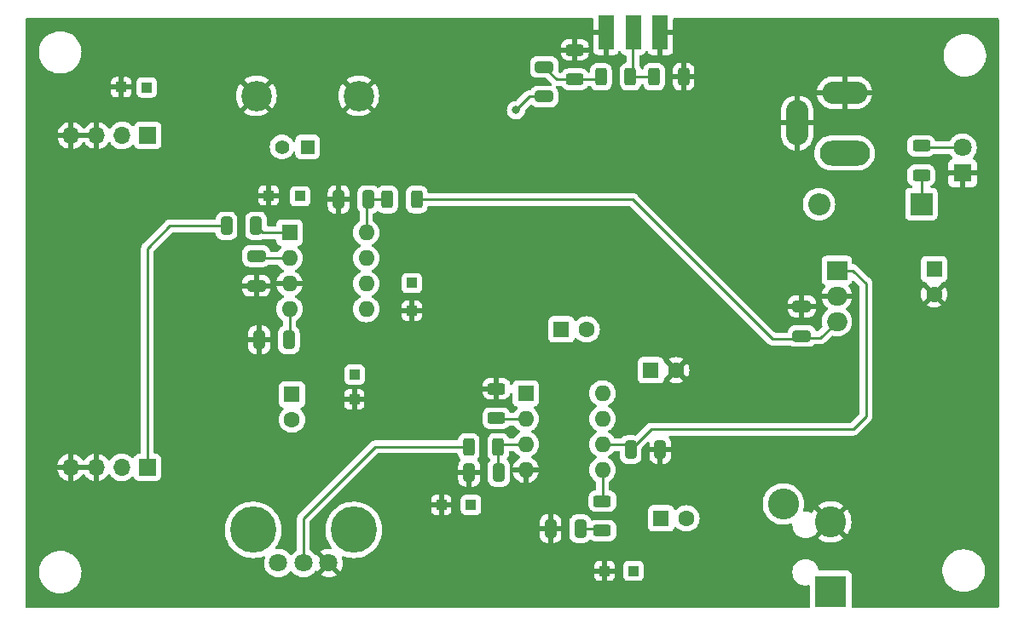
<source format=gbr>
%TF.GenerationSoftware,KiCad,Pcbnew,(6.0.7)*%
%TF.CreationDate,2022-11-13T20:04:35-05:00*%
%TF.ProjectId,DCR_MainBoard,4443525f-4d61-4696-9e42-6f6172642e6b,rev?*%
%TF.SameCoordinates,Original*%
%TF.FileFunction,Copper,L1,Top*%
%TF.FilePolarity,Positive*%
%FSLAX46Y46*%
G04 Gerber Fmt 4.6, Leading zero omitted, Abs format (unit mm)*
G04 Created by KiCad (PCBNEW (6.0.7)) date 2022-11-13 20:04:35*
%MOMM*%
%LPD*%
G01*
G04 APERTURE LIST*
G04 Aperture macros list*
%AMRoundRect*
0 Rectangle with rounded corners*
0 $1 Rounding radius*
0 $2 $3 $4 $5 $6 $7 $8 $9 X,Y pos of 4 corners*
0 Add a 4 corners polygon primitive as box body*
4,1,4,$2,$3,$4,$5,$6,$7,$8,$9,$2,$3,0*
0 Add four circle primitives for the rounded corners*
1,1,$1+$1,$2,$3*
1,1,$1+$1,$4,$5*
1,1,$1+$1,$6,$7*
1,1,$1+$1,$8,$9*
0 Add four rect primitives between the rounded corners*
20,1,$1+$1,$2,$3,$4,$5,0*
20,1,$1+$1,$4,$5,$6,$7,0*
20,1,$1+$1,$6,$7,$8,$9,0*
20,1,$1+$1,$8,$9,$2,$3,0*%
G04 Aperture macros list end*
%TA.AperFunction,ComponentPad*%
%ADD10R,1.000000X1.000000*%
%TD*%
%TA.AperFunction,ComponentPad*%
%ADD11R,1.600000X1.600000*%
%TD*%
%TA.AperFunction,ComponentPad*%
%ADD12C,1.600000*%
%TD*%
%TA.AperFunction,SMDPad,CuDef*%
%ADD13RoundRect,0.250000X-0.325000X-0.650000X0.325000X-0.650000X0.325000X0.650000X-0.325000X0.650000X0*%
%TD*%
%TA.AperFunction,ComponentPad*%
%ADD14O,5.000000X2.500000*%
%TD*%
%TA.AperFunction,ComponentPad*%
%ADD15O,4.500000X2.250000*%
%TD*%
%TA.AperFunction,ComponentPad*%
%ADD16O,2.250000X4.500000*%
%TD*%
%TA.AperFunction,SMDPad,CuDef*%
%ADD17RoundRect,0.250000X-0.625000X0.312500X-0.625000X-0.312500X0.625000X-0.312500X0.625000X0.312500X0*%
%TD*%
%TA.AperFunction,SMDPad,CuDef*%
%ADD18RoundRect,0.250000X-0.312500X-0.625000X0.312500X-0.625000X0.312500X0.625000X-0.312500X0.625000X0*%
%TD*%
%TA.AperFunction,SMDPad,CuDef*%
%ADD19RoundRect,0.250000X-0.650000X0.325000X-0.650000X-0.325000X0.650000X-0.325000X0.650000X0.325000X0*%
%TD*%
%TA.AperFunction,ComponentPad*%
%ADD20C,4.600000*%
%TD*%
%TA.AperFunction,ComponentPad*%
%ADD21C,1.800000*%
%TD*%
%TA.AperFunction,ComponentPad*%
%ADD22O,1.600000X1.600000*%
%TD*%
%TA.AperFunction,ComponentPad*%
%ADD23R,2.000000X1.905000*%
%TD*%
%TA.AperFunction,ComponentPad*%
%ADD24O,2.000000X1.905000*%
%TD*%
%TA.AperFunction,SMDPad,CuDef*%
%ADD25RoundRect,0.250000X0.625000X-0.312500X0.625000X0.312500X-0.625000X0.312500X-0.625000X-0.312500X0*%
%TD*%
%TA.AperFunction,SMDPad,CuDef*%
%ADD26RoundRect,0.250000X0.325000X0.650000X-0.325000X0.650000X-0.325000X-0.650000X0.325000X-0.650000X0*%
%TD*%
%TA.AperFunction,ComponentPad*%
%ADD27R,1.398000X1.398000*%
%TD*%
%TA.AperFunction,ComponentPad*%
%ADD28C,1.398000*%
%TD*%
%TA.AperFunction,ComponentPad*%
%ADD29C,3.015000*%
%TD*%
%TA.AperFunction,ComponentPad*%
%ADD30R,3.092000X3.092000*%
%TD*%
%TA.AperFunction,ComponentPad*%
%ADD31C,3.092000*%
%TD*%
%TA.AperFunction,SMDPad,CuDef*%
%ADD32RoundRect,0.250000X0.650000X-0.325000X0.650000X0.325000X-0.650000X0.325000X-0.650000X-0.325000X0*%
%TD*%
%TA.AperFunction,SMDPad,CuDef*%
%ADD33R,1.500000X3.500000*%
%TD*%
%TA.AperFunction,ComponentPad*%
%ADD34R,1.800000X1.800000*%
%TD*%
%TA.AperFunction,ComponentPad*%
%ADD35R,2.200000X2.200000*%
%TD*%
%TA.AperFunction,ComponentPad*%
%ADD36O,2.200000X2.200000*%
%TD*%
%TA.AperFunction,ComponentPad*%
%ADD37R,1.700000X1.700000*%
%TD*%
%TA.AperFunction,ComponentPad*%
%ADD38O,1.700000X1.700000*%
%TD*%
%TA.AperFunction,SMDPad,CuDef*%
%ADD39RoundRect,0.250000X0.312500X0.625000X-0.312500X0.625000X-0.312500X-0.625000X0.312500X-0.625000X0*%
%TD*%
%TA.AperFunction,ViaPad*%
%ADD40C,0.800000*%
%TD*%
%TA.AperFunction,Conductor*%
%ADD41C,0.250000*%
%TD*%
G04 APERTURE END LIST*
D10*
%TO.P,TG6,1,1*%
%TO.N,GND*%
X79705200Y-78613000D03*
%TD*%
%TO.P,TG5,1,1*%
%TO.N,GND*%
X60579000Y-52755800D03*
%TD*%
%TO.P,TG4,1,1*%
%TO.N,GND*%
X63500000Y-72034400D03*
%TD*%
%TO.P,TG3,1,1*%
%TO.N,GND*%
X54864000Y-61544200D03*
%TD*%
%TO.P,TG2,1,1*%
%TO.N,GND*%
X46329600Y-41275000D03*
%TD*%
%TO.P,TG1,1,1*%
%TO.N,GND*%
X31724600Y-30505400D03*
%TD*%
D11*
%TO.P,C7,1*%
%TO.N,12V*%
X112435000Y-48601849D03*
D12*
%TO.P,C7,2*%
%TO.N,GND*%
X112435000Y-51101849D03*
%TD*%
D11*
%TO.P,C11,1*%
%TO.N,Net-(C11-Pad1)*%
X84318000Y-58664000D03*
D12*
%TO.P,C11,2*%
%TO.N,GND*%
X86818000Y-58664000D03*
%TD*%
D13*
%TO.P,C8,1*%
%TO.N,Net-(C8-Pad1)*%
X42162200Y-44297600D03*
%TO.P,C8,2*%
%TO.N,Net-(C8-Pad2)*%
X45112200Y-44297600D03*
%TD*%
D14*
%TO.P,J4,1*%
%TO.N,Net-(D2-Pad2)*%
X103545000Y-37054500D03*
D15*
%TO.P,J4,2*%
%TO.N,GND*%
X103545000Y-31054500D03*
D16*
%TO.P,J4,3*%
X98845000Y-34054500D03*
%TD*%
D17*
%TO.P,R7,1*%
%TO.N,GND*%
X68960651Y-60503500D03*
%TO.P,R7,2*%
%TO.N,Net-(R7-Pad2)*%
X68960651Y-63428500D03*
%TD*%
D18*
%TO.P,R4,1*%
%TO.N,Net-(C6-Pad1)*%
X79358500Y-29464000D03*
%TO.P,R4,2*%
%TO.N,Net-(J3-Pad1)*%
X82283500Y-29464000D03*
%TD*%
D19*
%TO.P,C2,1*%
%TO.N,Net-(C2-Pad1)*%
X45120400Y-47303000D03*
%TO.P,C2,2*%
%TO.N,GND*%
X45120400Y-50253000D03*
%TD*%
D20*
%TO.P,RV1,*%
%TO.N,*%
X54809000Y-74538000D03*
X44809000Y-74538000D03*
D21*
%TO.P,RV1,1,1*%
%TO.N,Net-(C3-Pad2)*%
X47309000Y-77838000D03*
%TO.P,RV1,2,2*%
%TO.N,Net-(R1-Pad1)*%
X49809000Y-77838000D03*
%TO.P,RV1,3,3*%
%TO.N,GND*%
X52309000Y-77838000D03*
%TD*%
D11*
%TO.P,U4,1,GAIN*%
%TO.N,Net-(C12-Pad1)*%
X71882000Y-60960000D03*
D22*
%TO.P,U4,2,-*%
%TO.N,Net-(R7-Pad2)*%
X71882000Y-63500000D03*
%TO.P,U4,3,+*%
%TO.N,Net-(C4-Pad1)*%
X71882000Y-66040000D03*
%TO.P,U4,4,GND*%
%TO.N,GND*%
X71882000Y-68580000D03*
%TO.P,U4,5*%
%TO.N,Net-(C15-Pad1)*%
X79502000Y-68580000D03*
%TO.P,U4,6,V+*%
%TO.N,12V*%
X79502000Y-66040000D03*
%TO.P,U4,7,BYPASS*%
%TO.N,Net-(C11-Pad1)*%
X79502000Y-63500000D03*
%TO.P,U4,8,GAIN*%
%TO.N,Net-(C12-Pad2)*%
X79502000Y-60960000D03*
%TD*%
D23*
%TO.P,U3,1,VI*%
%TO.N,12V*%
X102783000Y-48738500D03*
D24*
%TO.P,U3,2,GND*%
%TO.N,GND*%
X102783000Y-51278500D03*
%TO.P,U3,3,VO*%
%TO.N,RX6V*%
X102783000Y-53818500D03*
%TD*%
D25*
%TO.P,R8,1*%
%TO.N,Net-(C14-Pad1)*%
X79492000Y-74604500D03*
%TO.P,R8,2*%
%TO.N,Net-(C15-Pad1)*%
X79492000Y-71679500D03*
%TD*%
D11*
%TO.P,C15,1*%
%TO.N,Net-(C15-Pad1)*%
X85334000Y-73396000D03*
D12*
%TO.P,C15,2*%
%TO.N,Net-(C15-Pad2)*%
X87834000Y-73396000D03*
%TD*%
D10*
%TO.P,TP6,1,1*%
%TO.N,Net-(C15-Pad1)*%
X82600800Y-78613000D03*
%TD*%
D19*
%TO.P,C6,1*%
%TO.N,Net-(C6-Pad1)*%
X73709000Y-28497000D03*
%TO.P,C6,2*%
%TO.N,Net-(C6-Pad2)*%
X73709000Y-31447000D03*
%TD*%
D26*
%TO.P,C4,1*%
%TO.N,Net-(C4-Pad1)*%
X69214651Y-68824000D03*
%TO.P,C4,2*%
%TO.N,GND*%
X66264651Y-68824000D03*
%TD*%
%TO.P,C5,1*%
%TO.N,Net-(C5-Pad1)*%
X56259900Y-41666000D03*
%TO.P,C5,2*%
%TO.N,GND*%
X53309900Y-41666000D03*
%TD*%
D27*
%TO.P,J1,1,1*%
%TO.N,Net-(J1-Pad1)*%
X50215800Y-36450500D03*
D28*
%TO.P,J1,2,2*%
X47675800Y-36450500D03*
D29*
%TO.P,J1,P1,SHIELD*%
%TO.N,GND*%
X45135800Y-31370500D03*
%TO.P,J1,P2,SHIELD*%
X55295800Y-31370500D03*
%TD*%
D30*
%TO.P,J5,1,1*%
%TO.N,Net-(C15-Pad2)*%
X102172000Y-80647000D03*
D31*
%TO.P,J5,2,2*%
%TO.N,GND*%
X102172000Y-73747000D03*
%TO.P,J5,3,3*%
%TO.N,unconnected-(J5-Pad3)*%
X97472000Y-71947000D03*
%TD*%
D10*
%TO.P,TP3,1,1*%
%TO.N,Net-(C1-Pad1)*%
X54914800Y-59080400D03*
%TD*%
D25*
%TO.P,R3,1*%
%TO.N,Net-(C6-Pad1)*%
X76757000Y-29718000D03*
%TO.P,R3,2*%
%TO.N,GND*%
X76757000Y-26793000D03*
%TD*%
D32*
%TO.P,C10,1*%
%TO.N,RX6V*%
X99298000Y-55244500D03*
%TO.P,C10,2*%
%TO.N,GND*%
X99298000Y-52294500D03*
%TD*%
D18*
%TO.P,R1,1*%
%TO.N,Net-(R1-Pad1)*%
X66228151Y-66284000D03*
%TO.P,R1,2*%
%TO.N,Net-(C4-Pad1)*%
X69153151Y-66284000D03*
%TD*%
D11*
%TO.P,C3,1*%
%TO.N,Net-(C1-Pad1)*%
X48666400Y-61077349D03*
D12*
%TO.P,C3,2*%
%TO.N,Net-(C3-Pad2)*%
X48666400Y-63577349D03*
%TD*%
D11*
%TO.P,U2,1,IN_A*%
%TO.N,Net-(C8-Pad2)*%
X48422400Y-44968000D03*
D22*
%TO.P,U2,2,IN_B*%
%TO.N,Net-(C2-Pad1)*%
X48422400Y-47508000D03*
%TO.P,U2,3,GND*%
%TO.N,GND*%
X48422400Y-50048000D03*
%TO.P,U2,4,OUT_A*%
%TO.N,Net-(C1-Pad1)*%
X48422400Y-52588000D03*
%TO.P,U2,5,OUT_B*%
%TO.N,unconnected-(U2-Pad5)*%
X56042400Y-52588000D03*
%TO.P,U2,6,OSC_B*%
%TO.N,Net-(C6-Pad2)*%
X56042400Y-50048000D03*
%TO.P,U2,7,OSC_E*%
%TO.N,unconnected-(U2-Pad7)*%
X56042400Y-47508000D03*
%TO.P,U2,8,Vcc*%
%TO.N,Net-(C5-Pad1)*%
X56042400Y-44968000D03*
%TD*%
D33*
%TO.P,J3,1*%
%TO.N,Net-(J3-Pad1)*%
X82550000Y-25046500D03*
%TO.P,J3,G1*%
%TO.N,GND*%
X85250000Y-25046500D03*
%TO.P,J3,G2*%
X79850000Y-25046500D03*
%TD*%
D26*
%TO.P,C14,1*%
%TO.N,Net-(C14-Pad1)*%
X77293651Y-74412000D03*
%TO.P,C14,2*%
%TO.N,GND*%
X74343651Y-74412000D03*
%TD*%
D34*
%TO.P,D1,1,K*%
%TO.N,GND*%
X115265200Y-39065200D03*
D21*
%TO.P,D1,2,A*%
%TO.N,Net-(D1-Pad2)*%
X115265200Y-36525200D03*
%TD*%
D35*
%TO.P,D2,1,K*%
%TO.N,12V*%
X111165000Y-42134500D03*
D36*
%TO.P,D2,2,A*%
%TO.N,Net-(D2-Pad2)*%
X101005000Y-42134500D03*
%TD*%
D13*
%TO.P,C13,1*%
%TO.N,12V*%
X82296000Y-66548000D03*
%TO.P,C13,2*%
%TO.N,GND*%
X85246000Y-66548000D03*
%TD*%
D26*
%TO.P,C1,1*%
%TO.N,Net-(C1-Pad1)*%
X48363400Y-55626000D03*
%TO.P,C1,2*%
%TO.N,GND*%
X45413400Y-55626000D03*
%TD*%
D10*
%TO.P,TP4,1,1*%
%TO.N,Net-(C4-Pad1)*%
X66446400Y-72034400D03*
%TD*%
D11*
%TO.P,C12,1*%
%TO.N,Net-(C12-Pad1)*%
X75428000Y-54600000D03*
D12*
%TO.P,C12,2*%
%TO.N,Net-(C12-Pad2)*%
X77928000Y-54600000D03*
%TD*%
D10*
%TO.P,TP2,1,1*%
%TO.N,Net-(C8-Pad2)*%
X49479200Y-41351200D03*
%TD*%
D18*
%TO.P,R5,1*%
%TO.N,Net-(J3-Pad1)*%
X84631000Y-29464000D03*
%TO.P,R5,2*%
%TO.N,GND*%
X87556000Y-29464000D03*
%TD*%
D10*
%TO.P,TP1,1,1*%
%TO.N,Net-(J1-Pad1)*%
X34239200Y-30530800D03*
%TD*%
D25*
%TO.P,R6,1*%
%TO.N,12V*%
X111165000Y-39279000D03*
%TO.P,R6,2*%
%TO.N,Net-(D1-Pad2)*%
X111165000Y-36354000D03*
%TD*%
D37*
%TO.P,U1,1,IN*%
%TO.N,Net-(J1-Pad1)*%
X34361400Y-35306000D03*
D38*
%TO.P,U1,2,IN*%
X31821400Y-35306000D03*
%TO.P,U1,3,GND*%
%TO.N,GND*%
X29281400Y-35306000D03*
%TO.P,U1,4,GND*%
X26741400Y-35306000D03*
%TO.P,U1,5,GND*%
X26695400Y-68326000D03*
%TO.P,U1,6,GND*%
X29235400Y-68326000D03*
%TO.P,U1,7,OUT*%
%TO.N,Net-(C8-Pad1)*%
X31775400Y-68326000D03*
D37*
%TO.P,U1,8,OUT*%
X34315400Y-68326000D03*
%TD*%
D39*
%TO.P,R2,1*%
%TO.N,RX6V*%
X61060900Y-41666000D03*
%TO.P,R2,2*%
%TO.N,Net-(C5-Pad1)*%
X58135900Y-41666000D03*
%TD*%
D10*
%TO.P,TP5,1,1*%
%TO.N,Net-(C6-Pad2)*%
X60553600Y-49987200D03*
%TD*%
D40*
%TO.N,Net-(C6-Pad2)*%
X70916800Y-32791400D03*
%TD*%
D41*
%TO.N,Net-(C8-Pad1)*%
X42162200Y-44297600D02*
X36550600Y-44297600D01*
X36550600Y-44297600D02*
X34315400Y-46532800D01*
X34315400Y-46532800D02*
X34315400Y-68326000D01*
%TO.N,Net-(C1-Pad1)*%
X48422400Y-55567000D02*
X48363400Y-55626000D01*
X48422400Y-52588000D02*
X48422400Y-55567000D01*
%TO.N,Net-(C2-Pad1)*%
X45325400Y-47508000D02*
X48422400Y-47508000D01*
X45120400Y-47303000D02*
X45325400Y-47508000D01*
%TO.N,Net-(C4-Pad1)*%
X69153151Y-66284000D02*
X69397151Y-66040000D01*
X69397151Y-66040000D02*
X71882000Y-66040000D01*
X69153151Y-66284000D02*
X69153151Y-68762500D01*
X69153151Y-68762500D02*
X69214651Y-68824000D01*
%TO.N,Net-(C5-Pad1)*%
X56259900Y-41666000D02*
X58135900Y-41666000D01*
X56259900Y-41666000D02*
X56042400Y-41883500D01*
X56042400Y-41883500D02*
X56042400Y-44968000D01*
%TO.N,Net-(C6-Pad1)*%
X79104500Y-29718000D02*
X79358500Y-29464000D01*
X76757000Y-29718000D02*
X79104500Y-29718000D01*
X74930000Y-29718000D02*
X76757000Y-29718000D01*
X73709000Y-28497000D02*
X74930000Y-29718000D01*
%TO.N,12V*%
X105664000Y-50038000D02*
X104364500Y-48738500D01*
X82335000Y-66538000D02*
X84357000Y-64516000D01*
X104394000Y-64516000D02*
X105664000Y-63246000D01*
X81837000Y-66040000D02*
X82335000Y-66538000D01*
X105664000Y-63246000D02*
X105664000Y-50038000D01*
X111165000Y-39279000D02*
X111165000Y-42134500D01*
X84357000Y-64516000D02*
X104394000Y-64516000D01*
X79502000Y-66040000D02*
X81837000Y-66040000D01*
X104364500Y-48738500D02*
X102783000Y-48738500D01*
%TO.N,RX6V*%
X98992700Y-55549800D02*
X99298000Y-55244500D01*
X102783000Y-53818500D02*
X101153300Y-55448200D01*
X99501700Y-55448200D02*
X99298000Y-55244500D01*
X82483800Y-41666000D02*
X96367600Y-55549800D01*
X96367600Y-55549800D02*
X98992700Y-55549800D01*
X101153300Y-55448200D02*
X99501700Y-55448200D01*
X61060900Y-41666000D02*
X82483800Y-41666000D01*
%TO.N,Net-(D1-Pad2)*%
X111165000Y-36354000D02*
X111336200Y-36525200D01*
X111336200Y-36525200D02*
X115265200Y-36525200D01*
%TO.N,Net-(C6-Pad2)*%
X72261200Y-31447000D02*
X73709000Y-31447000D01*
X70916800Y-32791400D02*
X72261200Y-31447000D01*
%TO.N,Net-(J3-Pad1)*%
X82505000Y-29242500D02*
X82283500Y-29464000D01*
X82283500Y-29464000D02*
X84631000Y-29464000D01*
X82505000Y-25654000D02*
X82505000Y-29242500D01*
%TO.N,Net-(R1-Pad1)*%
X56906000Y-66284000D02*
X49809000Y-73381000D01*
X66228151Y-66284000D02*
X56906000Y-66284000D01*
X49809000Y-73381000D02*
X49809000Y-77838000D01*
%TO.N,Net-(C14-Pad1)*%
X79299500Y-74412000D02*
X79492000Y-74604500D01*
X77293651Y-74412000D02*
X79299500Y-74412000D01*
%TO.N,Net-(C15-Pad1)*%
X79502000Y-68580000D02*
X79502000Y-71669500D01*
X79502000Y-71669500D02*
X79492000Y-71679500D01*
%TO.N,Net-(R7-Pad2)*%
X68960651Y-63428500D02*
X69032151Y-63500000D01*
X69032151Y-63500000D02*
X71882000Y-63500000D01*
%TO.N,Net-(C8-Pad2)*%
X45782600Y-44968000D02*
X48422400Y-44968000D01*
X45112200Y-44297600D02*
X45782600Y-44968000D01*
%TD*%
%TA.AperFunction,Conductor*%
%TO.N,GND*%
G36*
X78534121Y-23642502D02*
G01*
X78580614Y-23696158D01*
X78592000Y-23748500D01*
X78592000Y-24774385D01*
X78596475Y-24789624D01*
X78597865Y-24790829D01*
X78605548Y-24792500D01*
X79978000Y-24792500D01*
X80046121Y-24812502D01*
X80092614Y-24866158D01*
X80104000Y-24918500D01*
X80104000Y-27286384D01*
X80108475Y-27301623D01*
X80109865Y-27302828D01*
X80117548Y-27304499D01*
X80644669Y-27304499D01*
X80651490Y-27304129D01*
X80702352Y-27298605D01*
X80717604Y-27294979D01*
X80838054Y-27249824D01*
X80853649Y-27241286D01*
X80955724Y-27164785D01*
X80968285Y-27152224D01*
X81044786Y-27050149D01*
X81053324Y-27034554D01*
X81081751Y-26958726D01*
X81124393Y-26901962D01*
X81190954Y-26877262D01*
X81260303Y-26892470D01*
X81310421Y-26942756D01*
X81317715Y-26958726D01*
X81349385Y-27043205D01*
X81436739Y-27159761D01*
X81553295Y-27247115D01*
X81689684Y-27298245D01*
X81751866Y-27305000D01*
X81752766Y-27305000D01*
X81819250Y-27328494D01*
X81862775Y-27384584D01*
X81871500Y-27430655D01*
X81871500Y-27981778D01*
X81851498Y-28049899D01*
X81797842Y-28096392D01*
X81785376Y-28101302D01*
X81647054Y-28147450D01*
X81496652Y-28240522D01*
X81491479Y-28245704D01*
X81458654Y-28278586D01*
X81371695Y-28365697D01*
X81367855Y-28371927D01*
X81367854Y-28371928D01*
X81288502Y-28500661D01*
X81278885Y-28516262D01*
X81272152Y-28536561D01*
X81225746Y-28676473D01*
X81223203Y-28684139D01*
X81222503Y-28690975D01*
X81222502Y-28690978D01*
X81219140Y-28723793D01*
X81212500Y-28788600D01*
X81212500Y-30139400D01*
X81212837Y-30142646D01*
X81212837Y-30142650D01*
X81222752Y-30238206D01*
X81223474Y-30245166D01*
X81225655Y-30251702D01*
X81225655Y-30251704D01*
X81229279Y-30262567D01*
X81279450Y-30412946D01*
X81372522Y-30563348D01*
X81497697Y-30688305D01*
X81503927Y-30692145D01*
X81503928Y-30692146D01*
X81641288Y-30776816D01*
X81648262Y-30781115D01*
X81728005Y-30807564D01*
X81809611Y-30834632D01*
X81809613Y-30834632D01*
X81816139Y-30836797D01*
X81822975Y-30837497D01*
X81822978Y-30837498D01*
X81866031Y-30841909D01*
X81920600Y-30847500D01*
X82646400Y-30847500D01*
X82649646Y-30847163D01*
X82649650Y-30847163D01*
X82745308Y-30837238D01*
X82745312Y-30837237D01*
X82752166Y-30836526D01*
X82758702Y-30834345D01*
X82758704Y-30834345D01*
X82890806Y-30790272D01*
X82919946Y-30780550D01*
X83070348Y-30687478D01*
X83103888Y-30653880D01*
X83190134Y-30567483D01*
X83195305Y-30562303D01*
X83288115Y-30411738D01*
X83329312Y-30287533D01*
X83337593Y-30262567D01*
X83378024Y-30204207D01*
X83443588Y-30176970D01*
X83513470Y-30189503D01*
X83565481Y-30237828D01*
X83576709Y-30262356D01*
X83626950Y-30412946D01*
X83720022Y-30563348D01*
X83845197Y-30688305D01*
X83851427Y-30692145D01*
X83851428Y-30692146D01*
X83988788Y-30776816D01*
X83995762Y-30781115D01*
X84075505Y-30807564D01*
X84157111Y-30834632D01*
X84157113Y-30834632D01*
X84163639Y-30836797D01*
X84170475Y-30837497D01*
X84170478Y-30837498D01*
X84213531Y-30841909D01*
X84268100Y-30847500D01*
X84993900Y-30847500D01*
X84997146Y-30847163D01*
X84997150Y-30847163D01*
X85092808Y-30837238D01*
X85092812Y-30837237D01*
X85099666Y-30836526D01*
X85106202Y-30834345D01*
X85106204Y-30834345D01*
X85238306Y-30790272D01*
X85267446Y-30780550D01*
X85417848Y-30687478D01*
X85451388Y-30653880D01*
X85537634Y-30567483D01*
X85542805Y-30562303D01*
X85635615Y-30411738D01*
X85688730Y-30251600D01*
X85689132Y-30250389D01*
X85689132Y-30250387D01*
X85691297Y-30243861D01*
X85692248Y-30234586D01*
X85696866Y-30189503D01*
X85702000Y-30139400D01*
X85702000Y-30136095D01*
X86485501Y-30136095D01*
X86485838Y-30142614D01*
X86495757Y-30238206D01*
X86498649Y-30251600D01*
X86550088Y-30405784D01*
X86556261Y-30418962D01*
X86641563Y-30556807D01*
X86650599Y-30568208D01*
X86765329Y-30682739D01*
X86776740Y-30691751D01*
X86914743Y-30776816D01*
X86927924Y-30782963D01*
X87082210Y-30834138D01*
X87095586Y-30837005D01*
X87189938Y-30846672D01*
X87196354Y-30847000D01*
X87283885Y-30847000D01*
X87299124Y-30842525D01*
X87300329Y-30841135D01*
X87302000Y-30833452D01*
X87302000Y-30828884D01*
X87810000Y-30828884D01*
X87814475Y-30844123D01*
X87815865Y-30845328D01*
X87823548Y-30846999D01*
X87915595Y-30846999D01*
X87922114Y-30846662D01*
X88017706Y-30836743D01*
X88031100Y-30833851D01*
X88168211Y-30788108D01*
X100804553Y-30788108D01*
X100806531Y-30797529D01*
X100817998Y-30800500D01*
X103272885Y-30800500D01*
X103288124Y-30796025D01*
X103289329Y-30794635D01*
X103291000Y-30786952D01*
X103291000Y-30782385D01*
X103799000Y-30782385D01*
X103803475Y-30797624D01*
X103804865Y-30798829D01*
X103812548Y-30800500D01*
X106269945Y-30800500D01*
X106284738Y-30796156D01*
X106285858Y-30789819D01*
X106229033Y-30553127D01*
X106225984Y-30543742D01*
X106131408Y-30315415D01*
X106126927Y-30306621D01*
X105997792Y-30095892D01*
X105991999Y-30087919D01*
X105831484Y-29899980D01*
X105824520Y-29893016D01*
X105636581Y-29732501D01*
X105628608Y-29726708D01*
X105417879Y-29597573D01*
X105409085Y-29593092D01*
X105180758Y-29498516D01*
X105171373Y-29495467D01*
X104931060Y-29437772D01*
X104921313Y-29436229D01*
X104736624Y-29421693D01*
X104731697Y-29421500D01*
X103817115Y-29421500D01*
X103801876Y-29425975D01*
X103800671Y-29427365D01*
X103799000Y-29435048D01*
X103799000Y-30782385D01*
X103291000Y-30782385D01*
X103291000Y-29439615D01*
X103286525Y-29424376D01*
X103285135Y-29423171D01*
X103277452Y-29421500D01*
X102358303Y-29421500D01*
X102353376Y-29421693D01*
X102168687Y-29436229D01*
X102158940Y-29437772D01*
X101918627Y-29495467D01*
X101909242Y-29498516D01*
X101680915Y-29593092D01*
X101672121Y-29597573D01*
X101461392Y-29726708D01*
X101453419Y-29732501D01*
X101265480Y-29893016D01*
X101258516Y-29899980D01*
X101098001Y-30087919D01*
X101092208Y-30095892D01*
X100963073Y-30306621D01*
X100958592Y-30315415D01*
X100864016Y-30543742D01*
X100860967Y-30553127D01*
X100804553Y-30788108D01*
X88168211Y-30788108D01*
X88185284Y-30782412D01*
X88198462Y-30776239D01*
X88336307Y-30690937D01*
X88347708Y-30681901D01*
X88462239Y-30567171D01*
X88471251Y-30555760D01*
X88556316Y-30417757D01*
X88562463Y-30404576D01*
X88613638Y-30250290D01*
X88616505Y-30236914D01*
X88626172Y-30142562D01*
X88626500Y-30136146D01*
X88626500Y-29736115D01*
X88622025Y-29720876D01*
X88620635Y-29719671D01*
X88612952Y-29718000D01*
X87828115Y-29718000D01*
X87812876Y-29722475D01*
X87811671Y-29723865D01*
X87810000Y-29731548D01*
X87810000Y-30828884D01*
X87302000Y-30828884D01*
X87302000Y-29736115D01*
X87297525Y-29720876D01*
X87296135Y-29719671D01*
X87288452Y-29718000D01*
X86503616Y-29718000D01*
X86488377Y-29722475D01*
X86487172Y-29723865D01*
X86485501Y-29731548D01*
X86485501Y-30136095D01*
X85702000Y-30136095D01*
X85702000Y-29191885D01*
X86485500Y-29191885D01*
X86489975Y-29207124D01*
X86491365Y-29208329D01*
X86499048Y-29210000D01*
X87283885Y-29210000D01*
X87299124Y-29205525D01*
X87300329Y-29204135D01*
X87302000Y-29196452D01*
X87302000Y-29191885D01*
X87810000Y-29191885D01*
X87814475Y-29207124D01*
X87815865Y-29208329D01*
X87823548Y-29210000D01*
X88608384Y-29210000D01*
X88623623Y-29205525D01*
X88624828Y-29204135D01*
X88626499Y-29196452D01*
X88626499Y-28791905D01*
X88626162Y-28785386D01*
X88616243Y-28689794D01*
X88613351Y-28676400D01*
X88561912Y-28522216D01*
X88555739Y-28509038D01*
X88470437Y-28371193D01*
X88461401Y-28359792D01*
X88346671Y-28245261D01*
X88335260Y-28236249D01*
X88197257Y-28151184D01*
X88184076Y-28145037D01*
X88029790Y-28093862D01*
X88016414Y-28090995D01*
X87922062Y-28081328D01*
X87915645Y-28081000D01*
X87828115Y-28081000D01*
X87812876Y-28085475D01*
X87811671Y-28086865D01*
X87810000Y-28094548D01*
X87810000Y-29191885D01*
X87302000Y-29191885D01*
X87302000Y-28099116D01*
X87297525Y-28083877D01*
X87296135Y-28082672D01*
X87288452Y-28081001D01*
X87196405Y-28081001D01*
X87189886Y-28081338D01*
X87094294Y-28091257D01*
X87080900Y-28094149D01*
X86926716Y-28145588D01*
X86913538Y-28151761D01*
X86775693Y-28237063D01*
X86764292Y-28246099D01*
X86649761Y-28360829D01*
X86640749Y-28372240D01*
X86555684Y-28510243D01*
X86549537Y-28523424D01*
X86498362Y-28677710D01*
X86495495Y-28691086D01*
X86485828Y-28785438D01*
X86485500Y-28791855D01*
X86485500Y-29191885D01*
X85702000Y-29191885D01*
X85702000Y-28788600D01*
X85698102Y-28751030D01*
X85691738Y-28689692D01*
X85691737Y-28689688D01*
X85691026Y-28682834D01*
X85685291Y-28665642D01*
X85637368Y-28522002D01*
X85635050Y-28515054D01*
X85541978Y-28364652D01*
X85416803Y-28239695D01*
X85410572Y-28235854D01*
X85272468Y-28150725D01*
X85272466Y-28150724D01*
X85266238Y-28146885D01*
X85128809Y-28101302D01*
X85104889Y-28093368D01*
X85104887Y-28093368D01*
X85098361Y-28091203D01*
X85091525Y-28090503D01*
X85091522Y-28090502D01*
X85043617Y-28085594D01*
X84993900Y-28080500D01*
X84268100Y-28080500D01*
X84264854Y-28080837D01*
X84264850Y-28080837D01*
X84169192Y-28090762D01*
X84169188Y-28090763D01*
X84162334Y-28091474D01*
X84155798Y-28093655D01*
X84155796Y-28093655D01*
X84062393Y-28124817D01*
X83994554Y-28147450D01*
X83844152Y-28240522D01*
X83838979Y-28245704D01*
X83806154Y-28278586D01*
X83719195Y-28365697D01*
X83715355Y-28371927D01*
X83715354Y-28371928D01*
X83636002Y-28500661D01*
X83626385Y-28516262D01*
X83612546Y-28557986D01*
X83576907Y-28665433D01*
X83536476Y-28723793D01*
X83470912Y-28751030D01*
X83401030Y-28738497D01*
X83349019Y-28690172D01*
X83337790Y-28665642D01*
X83337721Y-28665433D01*
X83287550Y-28515054D01*
X83194478Y-28364652D01*
X83175482Y-28345689D01*
X83141403Y-28283406D01*
X83138500Y-28256516D01*
X83138500Y-27463103D01*
X113384543Y-27463103D01*
X113385102Y-27467347D01*
X113385102Y-27467351D01*
X113398914Y-27572260D01*
X113422068Y-27748134D01*
X113423201Y-27752274D01*
X113423201Y-27752276D01*
X113434428Y-27793316D01*
X113497929Y-28025436D01*
X113499613Y-28029384D01*
X113602934Y-28271614D01*
X113610723Y-28289876D01*
X113652380Y-28359479D01*
X113750499Y-28523424D01*
X113758361Y-28536561D01*
X113938113Y-28760928D01*
X113970715Y-28791866D01*
X114112041Y-28925979D01*
X114146651Y-28958823D01*
X114380117Y-29126586D01*
X114383912Y-29128595D01*
X114383913Y-29128596D01*
X114403559Y-29138998D01*
X114634192Y-29261112D01*
X114658499Y-29270007D01*
X114892647Y-29355693D01*
X114904173Y-29359911D01*
X115185064Y-29421155D01*
X115210680Y-29423171D01*
X115408082Y-29438707D01*
X115408091Y-29438707D01*
X115410539Y-29438900D01*
X115566071Y-29438900D01*
X115568207Y-29438754D01*
X115568218Y-29438754D01*
X115776348Y-29424565D01*
X115776354Y-29424564D01*
X115780625Y-29424273D01*
X115784820Y-29423404D01*
X115784822Y-29423404D01*
X115948123Y-29389586D01*
X116062142Y-29365974D01*
X116333143Y-29270007D01*
X116561437Y-29152176D01*
X116584805Y-29140115D01*
X116584806Y-29140115D01*
X116588612Y-29138150D01*
X116592113Y-29135689D01*
X116592117Y-29135687D01*
X116717459Y-29047595D01*
X116823823Y-28972841D01*
X117022090Y-28788600D01*
X117031279Y-28780061D01*
X117031281Y-28780058D01*
X117034422Y-28777140D01*
X117216513Y-28554668D01*
X117366727Y-28309542D01*
X117398717Y-28236668D01*
X117480557Y-28050230D01*
X117482283Y-28046298D01*
X117485844Y-28033799D01*
X117521664Y-27908052D01*
X117561044Y-27769806D01*
X117601551Y-27485184D01*
X117601616Y-27472876D01*
X117603035Y-27201983D01*
X117603035Y-27201976D01*
X117603057Y-27197697D01*
X117600651Y-27179417D01*
X117585001Y-27060548D01*
X117565532Y-26912666D01*
X117489671Y-26635364D01*
X117403528Y-26433405D01*
X117378563Y-26374876D01*
X117378561Y-26374872D01*
X117376877Y-26370924D01*
X117302327Y-26246360D01*
X117231443Y-26127921D01*
X117231440Y-26127917D01*
X117229239Y-26124239D01*
X117049487Y-25899872D01*
X116881666Y-25740616D01*
X116844058Y-25704927D01*
X116844055Y-25704925D01*
X116840949Y-25701977D01*
X116607483Y-25534214D01*
X116585643Y-25522650D01*
X116562454Y-25510372D01*
X116353408Y-25399688D01*
X116083427Y-25300889D01*
X115802536Y-25239645D01*
X115771485Y-25237201D01*
X115579518Y-25222093D01*
X115579509Y-25222093D01*
X115577061Y-25221900D01*
X115421529Y-25221900D01*
X115419393Y-25222046D01*
X115419382Y-25222046D01*
X115211252Y-25236235D01*
X115211246Y-25236236D01*
X115206975Y-25236527D01*
X115202780Y-25237396D01*
X115202778Y-25237396D01*
X115162617Y-25245713D01*
X114925458Y-25294826D01*
X114654457Y-25390793D01*
X114398988Y-25522650D01*
X114395487Y-25525111D01*
X114395483Y-25525113D01*
X114385394Y-25532204D01*
X114163777Y-25687959D01*
X114126254Y-25722828D01*
X114010508Y-25830386D01*
X113953178Y-25883660D01*
X113771087Y-26106132D01*
X113620873Y-26351258D01*
X113619147Y-26355191D01*
X113619146Y-26355192D01*
X113539194Y-26537329D01*
X113505317Y-26614502D01*
X113504142Y-26618629D01*
X113504141Y-26618630D01*
X113498195Y-26639503D01*
X113426556Y-26890994D01*
X113404116Y-27048671D01*
X113388398Y-27159114D01*
X113386049Y-27175616D01*
X113386027Y-27179905D01*
X113386026Y-27179912D01*
X113384565Y-27458817D01*
X113384543Y-27463103D01*
X83138500Y-27463103D01*
X83138500Y-27431000D01*
X83158502Y-27362879D01*
X83212158Y-27316386D01*
X83264500Y-27305000D01*
X83348134Y-27305000D01*
X83410316Y-27298245D01*
X83546705Y-27247115D01*
X83663261Y-27159761D01*
X83750615Y-27043205D01*
X83782285Y-26958726D01*
X83824927Y-26901962D01*
X83891488Y-26877262D01*
X83960837Y-26892470D01*
X84010955Y-26942756D01*
X84018249Y-26958726D01*
X84046676Y-27034554D01*
X84055214Y-27050149D01*
X84131715Y-27152224D01*
X84144276Y-27164785D01*
X84246351Y-27241286D01*
X84261946Y-27249824D01*
X84382394Y-27294978D01*
X84397649Y-27298605D01*
X84448514Y-27304131D01*
X84455328Y-27304500D01*
X84977885Y-27304500D01*
X84993124Y-27300025D01*
X84994329Y-27298635D01*
X84996000Y-27290952D01*
X84996000Y-27286384D01*
X85504000Y-27286384D01*
X85508475Y-27301623D01*
X85509865Y-27302828D01*
X85517548Y-27304499D01*
X86044669Y-27304499D01*
X86051490Y-27304129D01*
X86102352Y-27298605D01*
X86117604Y-27294979D01*
X86238054Y-27249824D01*
X86253649Y-27241286D01*
X86355724Y-27164785D01*
X86368285Y-27152224D01*
X86444786Y-27050149D01*
X86453324Y-27034554D01*
X86498478Y-26914106D01*
X86502105Y-26898851D01*
X86507631Y-26847986D01*
X86508000Y-26841172D01*
X86508000Y-25318615D01*
X86503525Y-25303376D01*
X86502135Y-25302171D01*
X86494452Y-25300500D01*
X85522115Y-25300500D01*
X85506876Y-25304975D01*
X85505671Y-25306365D01*
X85504000Y-25314048D01*
X85504000Y-27286384D01*
X84996000Y-27286384D01*
X84996000Y-24918500D01*
X85016002Y-24850379D01*
X85069658Y-24803886D01*
X85122000Y-24792500D01*
X86489884Y-24792500D01*
X86505123Y-24788025D01*
X86506328Y-24786635D01*
X86507999Y-24778952D01*
X86507999Y-23748500D01*
X86528001Y-23680379D01*
X86581657Y-23633886D01*
X86633999Y-23622500D01*
X118745500Y-23622500D01*
X118813621Y-23642502D01*
X118860114Y-23696158D01*
X118871500Y-23748500D01*
X118871500Y-82169500D01*
X118851498Y-82237621D01*
X118797842Y-82284114D01*
X118745500Y-82295500D01*
X104352500Y-82295500D01*
X104284379Y-82275498D01*
X104237886Y-82221842D01*
X104226500Y-82169500D01*
X104226500Y-79052866D01*
X104219745Y-78990684D01*
X104168615Y-78854295D01*
X104081261Y-78737739D01*
X104057996Y-78720303D01*
X113257543Y-78720303D01*
X113258102Y-78724547D01*
X113258102Y-78724551D01*
X113261980Y-78754005D01*
X113295068Y-79005334D01*
X113370929Y-79282636D01*
X113372613Y-79286584D01*
X113455661Y-79481285D01*
X113483723Y-79547076D01*
X113526244Y-79618123D01*
X113607085Y-79753198D01*
X113631361Y-79793761D01*
X113811113Y-80018128D01*
X113850244Y-80055262D01*
X113985296Y-80183421D01*
X114019651Y-80216023D01*
X114253117Y-80383786D01*
X114256912Y-80385795D01*
X114256913Y-80385796D01*
X114278669Y-80397315D01*
X114507192Y-80518312D01*
X114777173Y-80617111D01*
X115058064Y-80678355D01*
X115086641Y-80680604D01*
X115281082Y-80695907D01*
X115281091Y-80695907D01*
X115283539Y-80696100D01*
X115439071Y-80696100D01*
X115441207Y-80695954D01*
X115441218Y-80695954D01*
X115649348Y-80681765D01*
X115649354Y-80681764D01*
X115653625Y-80681473D01*
X115657820Y-80680604D01*
X115657822Y-80680604D01*
X115794384Y-80652323D01*
X115935142Y-80623174D01*
X116206143Y-80527207D01*
X116461612Y-80395350D01*
X116465113Y-80392889D01*
X116465117Y-80392887D01*
X116579217Y-80312696D01*
X116696823Y-80230041D01*
X116884651Y-80055500D01*
X116904279Y-80037261D01*
X116904281Y-80037258D01*
X116907422Y-80034340D01*
X117089513Y-79811868D01*
X117239727Y-79566742D01*
X117243659Y-79557786D01*
X117353557Y-79307430D01*
X117355283Y-79303498D01*
X117376048Y-79230604D01*
X117426401Y-79053838D01*
X117434044Y-79027006D01*
X117473115Y-78752475D01*
X117473946Y-78746636D01*
X117473946Y-78746634D01*
X117474551Y-78742384D01*
X117474576Y-78737739D01*
X117476035Y-78459183D01*
X117476035Y-78459176D01*
X117476057Y-78454897D01*
X117438532Y-78169866D01*
X117362671Y-77892564D01*
X117339397Y-77838000D01*
X117251563Y-77632076D01*
X117251561Y-77632072D01*
X117249877Y-77628124D01*
X117136532Y-77438738D01*
X117104443Y-77385121D01*
X117104440Y-77385117D01*
X117102239Y-77381439D01*
X116922487Y-77157072D01*
X116772362Y-77014609D01*
X116717058Y-76962127D01*
X116717055Y-76962125D01*
X116713949Y-76959177D01*
X116503305Y-76807813D01*
X116483972Y-76793921D01*
X116483971Y-76793920D01*
X116480483Y-76791414D01*
X116461036Y-76781117D01*
X116330428Y-76711964D01*
X116226408Y-76656888D01*
X116012930Y-76578766D01*
X115960458Y-76559564D01*
X115960456Y-76559563D01*
X115956427Y-76558089D01*
X115675536Y-76496845D01*
X115644485Y-76494401D01*
X115452518Y-76479293D01*
X115452509Y-76479293D01*
X115450061Y-76479100D01*
X115294529Y-76479100D01*
X115292393Y-76479246D01*
X115292382Y-76479246D01*
X115084252Y-76493435D01*
X115084246Y-76493436D01*
X115079975Y-76493727D01*
X115075780Y-76494596D01*
X115075778Y-76494596D01*
X115007296Y-76508778D01*
X114798458Y-76552026D01*
X114527457Y-76647993D01*
X114523648Y-76649959D01*
X114375492Y-76726428D01*
X114271988Y-76779850D01*
X114268487Y-76782311D01*
X114268483Y-76782313D01*
X114154382Y-76862505D01*
X114036777Y-76945159D01*
X114021692Y-76959177D01*
X113854516Y-77114527D01*
X113826178Y-77140860D01*
X113644087Y-77363332D01*
X113493873Y-77608458D01*
X113492147Y-77612391D01*
X113492146Y-77612392D01*
X113380043Y-77867770D01*
X113378317Y-77871702D01*
X113299556Y-78148194D01*
X113259049Y-78432816D01*
X113259027Y-78437105D01*
X113259026Y-78437112D01*
X113257565Y-78716017D01*
X113257543Y-78720303D01*
X104057996Y-78720303D01*
X103964705Y-78650385D01*
X103828316Y-78599255D01*
X103766134Y-78592500D01*
X101081944Y-78592500D01*
X101013823Y-78572498D01*
X100967330Y-78518842D01*
X100960237Y-78499111D01*
X100907707Y-78303067D01*
X100907706Y-78303065D01*
X100906284Y-78297757D01*
X100886626Y-78255600D01*
X100811849Y-78095238D01*
X100811846Y-78095233D01*
X100809523Y-78090251D01*
X100736098Y-77985389D01*
X100681357Y-77907211D01*
X100681355Y-77907208D01*
X100678198Y-77902700D01*
X100516300Y-77740802D01*
X100511792Y-77737645D01*
X100511789Y-77737643D01*
X100399808Y-77659233D01*
X100328749Y-77609477D01*
X100323767Y-77607154D01*
X100323762Y-77607151D01*
X100126225Y-77515039D01*
X100126224Y-77515039D01*
X100121243Y-77512716D01*
X100115935Y-77511294D01*
X100115933Y-77511293D01*
X99905402Y-77454881D01*
X99905400Y-77454881D01*
X99900087Y-77453457D01*
X99800520Y-77444746D01*
X99731851Y-77438738D01*
X99731844Y-77438738D01*
X99729127Y-77438500D01*
X99614873Y-77438500D01*
X99612156Y-77438738D01*
X99612149Y-77438738D01*
X99543480Y-77444746D01*
X99443913Y-77453457D01*
X99438600Y-77454881D01*
X99438598Y-77454881D01*
X99228067Y-77511293D01*
X99228065Y-77511294D01*
X99222757Y-77512716D01*
X99217776Y-77515039D01*
X99217775Y-77515039D01*
X99020238Y-77607151D01*
X99020233Y-77607154D01*
X99015251Y-77609477D01*
X98944192Y-77659233D01*
X98832211Y-77737643D01*
X98832208Y-77737645D01*
X98827700Y-77740802D01*
X98665802Y-77902700D01*
X98662645Y-77907208D01*
X98662643Y-77907211D01*
X98607902Y-77985389D01*
X98534477Y-78090251D01*
X98532154Y-78095233D01*
X98532151Y-78095238D01*
X98457374Y-78255600D01*
X98437716Y-78297757D01*
X98436294Y-78303065D01*
X98436293Y-78303067D01*
X98402666Y-78428564D01*
X98378457Y-78518913D01*
X98358502Y-78747000D01*
X98378457Y-78975087D01*
X98379881Y-78980400D01*
X98379881Y-78980402D01*
X98434311Y-79183534D01*
X98437716Y-79196243D01*
X98440039Y-79201224D01*
X98440039Y-79201225D01*
X98532151Y-79398762D01*
X98532154Y-79398767D01*
X98534477Y-79403749D01*
X98607902Y-79508611D01*
X98648624Y-79566767D01*
X98665802Y-79591300D01*
X98827700Y-79753198D01*
X98832208Y-79756355D01*
X98832211Y-79756357D01*
X98880371Y-79790079D01*
X99015251Y-79884523D01*
X99020233Y-79886846D01*
X99020238Y-79886849D01*
X99193381Y-79967586D01*
X99222757Y-79981284D01*
X99228065Y-79982706D01*
X99228067Y-79982707D01*
X99438598Y-80039119D01*
X99438600Y-80039119D01*
X99443913Y-80040543D01*
X99543480Y-80049254D01*
X99612149Y-80055262D01*
X99612156Y-80055262D01*
X99614873Y-80055500D01*
X99729127Y-80055500D01*
X99731844Y-80055262D01*
X99731851Y-80055262D01*
X99800520Y-80049254D01*
X99900087Y-80040543D01*
X99905400Y-80039119D01*
X99905402Y-80039119D01*
X99958889Y-80024787D01*
X100029865Y-80026477D01*
X100088661Y-80066271D01*
X100116609Y-80131535D01*
X100117500Y-80146494D01*
X100117500Y-82169500D01*
X100097498Y-82237621D01*
X100043842Y-82284114D01*
X99991500Y-82295500D01*
X22351500Y-82295500D01*
X22283379Y-82275498D01*
X22236886Y-82221842D01*
X22225500Y-82169500D01*
X22225500Y-78872703D01*
X23544743Y-78872703D01*
X23545302Y-78876947D01*
X23545302Y-78876951D01*
X23557501Y-78969607D01*
X23582268Y-79157734D01*
X23658129Y-79435036D01*
X23659813Y-79438984D01*
X23737293Y-79620631D01*
X23770923Y-79699476D01*
X23918561Y-79946161D01*
X24098313Y-80170528D01*
X24306851Y-80368423D01*
X24540317Y-80536186D01*
X24544112Y-80538195D01*
X24544113Y-80538196D01*
X24565869Y-80549715D01*
X24794392Y-80670712D01*
X25064373Y-80769511D01*
X25345264Y-80830755D01*
X25373841Y-80833004D01*
X25568282Y-80848307D01*
X25568291Y-80848307D01*
X25570739Y-80848500D01*
X25726271Y-80848500D01*
X25728407Y-80848354D01*
X25728418Y-80848354D01*
X25936548Y-80834165D01*
X25936554Y-80834164D01*
X25940825Y-80833873D01*
X25945020Y-80833004D01*
X25945022Y-80833004D01*
X26081583Y-80804724D01*
X26222342Y-80775574D01*
X26493343Y-80679607D01*
X26748812Y-80547750D01*
X26752313Y-80545289D01*
X26752317Y-80545287D01*
X26965655Y-80395350D01*
X26984023Y-80382441D01*
X27151166Y-80227122D01*
X27191479Y-80189661D01*
X27191481Y-80189658D01*
X27194622Y-80186740D01*
X27376713Y-79964268D01*
X27526927Y-79719142D01*
X27575956Y-79607452D01*
X27640757Y-79459830D01*
X27642483Y-79455898D01*
X27721244Y-79179406D01*
X27761751Y-78894784D01*
X27761845Y-78876951D01*
X27763235Y-78611583D01*
X27763235Y-78611576D01*
X27763257Y-78607297D01*
X27762564Y-78602029D01*
X27726292Y-78326522D01*
X27725732Y-78322266D01*
X27649871Y-78044964D01*
X27591114Y-77907211D01*
X27538763Y-77784476D01*
X27538761Y-77784472D01*
X27537077Y-77780524D01*
X27448233Y-77632076D01*
X27391643Y-77537521D01*
X27391640Y-77537517D01*
X27389439Y-77533839D01*
X27209687Y-77309472D01*
X27066252Y-77173357D01*
X27004258Y-77114527D01*
X27004255Y-77114525D01*
X27001149Y-77111577D01*
X26767683Y-76943814D01*
X26745843Y-76932250D01*
X26645346Y-76879040D01*
X26513608Y-76809288D01*
X26378617Y-76759888D01*
X26247658Y-76711964D01*
X26247656Y-76711963D01*
X26243627Y-76710489D01*
X25962736Y-76649245D01*
X25928645Y-76646562D01*
X25739718Y-76631693D01*
X25739709Y-76631693D01*
X25737261Y-76631500D01*
X25581729Y-76631500D01*
X25579593Y-76631646D01*
X25579582Y-76631646D01*
X25371452Y-76645835D01*
X25371446Y-76645836D01*
X25367175Y-76646127D01*
X25362980Y-76646996D01*
X25362978Y-76646996D01*
X25226417Y-76675276D01*
X25085658Y-76704426D01*
X24814657Y-76800393D01*
X24559188Y-76932250D01*
X24555687Y-76934711D01*
X24555683Y-76934713D01*
X24491241Y-76980004D01*
X24323977Y-77097559D01*
X24259331Y-77157632D01*
X24123241Y-77284095D01*
X24113378Y-77293260D01*
X23931287Y-77515732D01*
X23781073Y-77760858D01*
X23779347Y-77764791D01*
X23779346Y-77764792D01*
X23715456Y-77910338D01*
X23665517Y-78024102D01*
X23586756Y-78300594D01*
X23564796Y-78454897D01*
X23548435Y-78569859D01*
X23546249Y-78585216D01*
X23546227Y-78589505D01*
X23546226Y-78589512D01*
X23544765Y-78868417D01*
X23544743Y-78872703D01*
X22225500Y-78872703D01*
X22225500Y-74449633D01*
X41997128Y-74449633D01*
X41997223Y-74453263D01*
X41997223Y-74453264D01*
X42003933Y-74709498D01*
X42005606Y-74773408D01*
X42051242Y-75094061D01*
X42133431Y-75407345D01*
X42251082Y-75709106D01*
X42402638Y-75995345D01*
X42404695Y-75998338D01*
X42584032Y-76259275D01*
X42584038Y-76259282D01*
X42586089Y-76262267D01*
X42588477Y-76265004D01*
X42787750Y-76493435D01*
X42799003Y-76506335D01*
X43038558Y-76724314D01*
X43041500Y-76726428D01*
X43298629Y-76911194D01*
X43298635Y-76911198D01*
X43301580Y-76913314D01*
X43584582Y-77070831D01*
X43883813Y-77194776D01*
X44195306Y-77283508D01*
X44415450Y-77319558D01*
X44511354Y-77335263D01*
X44511358Y-77335263D01*
X44514934Y-77335849D01*
X44518560Y-77336020D01*
X44834833Y-77350935D01*
X44834834Y-77350935D01*
X44838460Y-77351106D01*
X44854962Y-77349981D01*
X45157964Y-77329325D01*
X45157972Y-77329324D01*
X45161595Y-77329077D01*
X45165170Y-77328414D01*
X45165173Y-77328414D01*
X45476492Y-77270714D01*
X45476496Y-77270713D01*
X45480057Y-77270053D01*
X45789624Y-77174818D01*
X45828775Y-77157632D01*
X45899190Y-77148567D01*
X45963328Y-77179010D01*
X46000826Y-77239296D01*
X45999778Y-77310285D01*
X45993707Y-77326056D01*
X45984776Y-77345296D01*
X45984773Y-77345303D01*
X45982602Y-77349981D01*
X45920707Y-77573169D01*
X45896095Y-77803469D01*
X45896392Y-77808622D01*
X45896392Y-77808625D01*
X45901592Y-77898803D01*
X45909427Y-78034697D01*
X45910564Y-78039743D01*
X45910565Y-78039749D01*
X45931228Y-78131436D01*
X45960346Y-78260642D01*
X45962288Y-78265424D01*
X45962289Y-78265428D01*
X46032003Y-78437112D01*
X46047484Y-78475237D01*
X46168501Y-78672719D01*
X46320147Y-78847784D01*
X46498349Y-78995730D01*
X46698322Y-79112584D01*
X46914694Y-79195209D01*
X46919760Y-79196240D01*
X46919761Y-79196240D01*
X46972846Y-79207040D01*
X47141656Y-79241385D01*
X47272324Y-79246176D01*
X47367949Y-79249683D01*
X47367953Y-79249683D01*
X47373113Y-79249872D01*
X47378233Y-79249216D01*
X47378235Y-79249216D01*
X47451291Y-79239857D01*
X47602847Y-79220442D01*
X47607795Y-79218957D01*
X47607802Y-79218956D01*
X47819747Y-79155369D01*
X47824690Y-79153886D01*
X47906161Y-79113974D01*
X48028049Y-79054262D01*
X48028052Y-79054260D01*
X48032684Y-79051991D01*
X48221243Y-78917494D01*
X48385303Y-78754005D01*
X48454370Y-78657888D01*
X48510365Y-78614240D01*
X48581068Y-78607794D01*
X48644033Y-78640597D01*
X48664128Y-78665584D01*
X48665799Y-78668311D01*
X48665804Y-78668317D01*
X48668501Y-78672719D01*
X48820147Y-78847784D01*
X48998349Y-78995730D01*
X49198322Y-79112584D01*
X49414694Y-79195209D01*
X49419760Y-79196240D01*
X49419761Y-79196240D01*
X49472846Y-79207040D01*
X49641656Y-79241385D01*
X49772324Y-79246176D01*
X49867949Y-79249683D01*
X49867953Y-79249683D01*
X49873113Y-79249872D01*
X49878233Y-79249216D01*
X49878235Y-79249216D01*
X49951291Y-79239857D01*
X50102847Y-79220442D01*
X50107795Y-79218957D01*
X50107802Y-79218956D01*
X50319747Y-79155369D01*
X50324690Y-79153886D01*
X50406161Y-79113974D01*
X50528049Y-79054262D01*
X50528052Y-79054260D01*
X50532684Y-79051991D01*
X50606406Y-78999406D01*
X51512423Y-78999406D01*
X51517704Y-79006461D01*
X51694080Y-79109527D01*
X51703363Y-79113974D01*
X51910003Y-79192883D01*
X51919901Y-79195759D01*
X52136653Y-79239857D01*
X52146883Y-79241076D01*
X52367914Y-79249182D01*
X52378223Y-79248714D01*
X52597623Y-79220608D01*
X52607688Y-79218468D01*
X52810344Y-79157669D01*
X78697201Y-79157669D01*
X78697571Y-79164490D01*
X78703095Y-79215352D01*
X78706721Y-79230604D01*
X78751876Y-79351054D01*
X78760414Y-79366649D01*
X78836915Y-79468724D01*
X78849476Y-79481285D01*
X78951551Y-79557786D01*
X78967146Y-79566324D01*
X79087594Y-79611478D01*
X79102849Y-79615105D01*
X79153714Y-79620631D01*
X79160528Y-79621000D01*
X79433085Y-79621000D01*
X79448324Y-79616525D01*
X79449529Y-79615135D01*
X79451200Y-79607452D01*
X79451200Y-79602884D01*
X79959200Y-79602884D01*
X79963675Y-79618123D01*
X79965065Y-79619328D01*
X79972748Y-79620999D01*
X80249869Y-79620999D01*
X80256690Y-79620629D01*
X80307552Y-79615105D01*
X80322804Y-79611479D01*
X80443254Y-79566324D01*
X80458849Y-79557786D01*
X80560924Y-79481285D01*
X80573485Y-79468724D01*
X80649986Y-79366649D01*
X80658524Y-79351054D01*
X80703678Y-79230606D01*
X80707305Y-79215351D01*
X80712831Y-79164486D01*
X80713013Y-79161134D01*
X81592300Y-79161134D01*
X81599055Y-79223316D01*
X81650185Y-79359705D01*
X81737539Y-79476261D01*
X81854095Y-79563615D01*
X81990484Y-79614745D01*
X82052666Y-79621500D01*
X83148934Y-79621500D01*
X83211116Y-79614745D01*
X83347505Y-79563615D01*
X83464061Y-79476261D01*
X83551415Y-79359705D01*
X83602545Y-79223316D01*
X83609300Y-79161134D01*
X83609300Y-78064866D01*
X83602545Y-78002684D01*
X83551415Y-77866295D01*
X83464061Y-77749739D01*
X83347505Y-77662385D01*
X83211116Y-77611255D01*
X83148934Y-77604500D01*
X82052666Y-77604500D01*
X81990484Y-77611255D01*
X81854095Y-77662385D01*
X81737539Y-77749739D01*
X81650185Y-77866295D01*
X81599055Y-78002684D01*
X81592300Y-78064866D01*
X81592300Y-79161134D01*
X80713013Y-79161134D01*
X80713200Y-79157672D01*
X80713200Y-78885115D01*
X80708725Y-78869876D01*
X80707335Y-78868671D01*
X80699652Y-78867000D01*
X79977315Y-78867000D01*
X79962076Y-78871475D01*
X79960871Y-78872865D01*
X79959200Y-78880548D01*
X79959200Y-79602884D01*
X79451200Y-79602884D01*
X79451200Y-78885115D01*
X79446725Y-78869876D01*
X79445335Y-78868671D01*
X79437652Y-78867000D01*
X78715316Y-78867000D01*
X78700077Y-78871475D01*
X78698872Y-78872865D01*
X78697201Y-78880548D01*
X78697201Y-79157669D01*
X52810344Y-79157669D01*
X52819557Y-79154905D01*
X52829152Y-79151144D01*
X53027778Y-79053838D01*
X53036636Y-79048559D01*
X53094097Y-79007572D01*
X53102497Y-78996874D01*
X53095510Y-78983721D01*
X52321811Y-78210021D01*
X52307868Y-78202408D01*
X52306034Y-78202539D01*
X52299420Y-78206790D01*
X51519180Y-78987031D01*
X51512423Y-78999406D01*
X50606406Y-78999406D01*
X50721243Y-78917494D01*
X50885303Y-78754005D01*
X50959714Y-78650451D01*
X51015709Y-78606803D01*
X51086412Y-78600357D01*
X51146572Y-78630543D01*
X51149555Y-78633242D01*
X51158330Y-78629459D01*
X51936979Y-77850811D01*
X51944592Y-77836868D01*
X51944461Y-77835034D01*
X51940210Y-77828420D01*
X51162862Y-77051073D01*
X51151331Y-77044776D01*
X51141877Y-77052183D01*
X51075918Y-77078450D01*
X51006229Y-77064887D01*
X50958377Y-77021440D01*
X50931571Y-76980004D01*
X50928764Y-76975665D01*
X50916446Y-76962127D01*
X50844499Y-76883059D01*
X50772887Y-76804358D01*
X50768836Y-76801159D01*
X50768832Y-76801155D01*
X50613790Y-76678711D01*
X51514508Y-76678711D01*
X51521251Y-76691040D01*
X52309000Y-77478790D01*
X53455304Y-78625093D01*
X53467314Y-78631651D01*
X53479052Y-78622683D01*
X53517010Y-78569859D01*
X53522321Y-78561020D01*
X53620318Y-78362737D01*
X53624117Y-78353142D01*
X53627841Y-78340885D01*
X78697200Y-78340885D01*
X78701675Y-78356124D01*
X78703065Y-78357329D01*
X78710748Y-78359000D01*
X79433085Y-78359000D01*
X79448324Y-78354525D01*
X79449529Y-78353135D01*
X79451200Y-78345452D01*
X79451200Y-78340885D01*
X79959200Y-78340885D01*
X79963675Y-78356124D01*
X79965065Y-78357329D01*
X79972748Y-78359000D01*
X80695084Y-78359000D01*
X80710323Y-78354525D01*
X80711528Y-78353135D01*
X80713199Y-78345452D01*
X80713199Y-78068331D01*
X80712829Y-78061510D01*
X80707305Y-78010648D01*
X80703679Y-77995396D01*
X80658524Y-77874946D01*
X80649986Y-77859351D01*
X80573485Y-77757276D01*
X80560924Y-77744715D01*
X80458849Y-77668214D01*
X80443254Y-77659676D01*
X80322806Y-77614522D01*
X80307551Y-77610895D01*
X80256686Y-77605369D01*
X80249872Y-77605000D01*
X79977315Y-77605000D01*
X79962076Y-77609475D01*
X79960871Y-77610865D01*
X79959200Y-77618548D01*
X79959200Y-78340885D01*
X79451200Y-78340885D01*
X79451200Y-77623116D01*
X79446725Y-77607877D01*
X79445335Y-77606672D01*
X79437652Y-77605001D01*
X79160531Y-77605001D01*
X79153710Y-77605371D01*
X79102848Y-77610895D01*
X79087596Y-77614521D01*
X78967146Y-77659676D01*
X78951551Y-77668214D01*
X78849476Y-77744715D01*
X78836915Y-77757276D01*
X78760414Y-77859351D01*
X78751876Y-77874946D01*
X78706722Y-77995394D01*
X78703095Y-78010649D01*
X78697569Y-78061514D01*
X78697200Y-78068328D01*
X78697200Y-78340885D01*
X53627841Y-78340885D01*
X53688415Y-78141517D01*
X53690594Y-78131436D01*
X53719702Y-77910338D01*
X53720221Y-77903663D01*
X53721744Y-77841364D01*
X53721550Y-77834646D01*
X53703279Y-77612400D01*
X53701596Y-77602238D01*
X53647710Y-77387708D01*
X53644393Y-77377964D01*
X53619005Y-77319576D01*
X53610185Y-77249129D01*
X53640852Y-77185097D01*
X53701268Y-77147809D01*
X53772253Y-77149105D01*
X53782772Y-77152924D01*
X53883813Y-77194776D01*
X54195306Y-77283508D01*
X54415450Y-77319558D01*
X54511354Y-77335263D01*
X54511358Y-77335263D01*
X54514934Y-77335849D01*
X54518560Y-77336020D01*
X54834833Y-77350935D01*
X54834834Y-77350935D01*
X54838460Y-77351106D01*
X54854962Y-77349981D01*
X55157964Y-77329325D01*
X55157972Y-77329324D01*
X55161595Y-77329077D01*
X55165170Y-77328414D01*
X55165173Y-77328414D01*
X55476492Y-77270714D01*
X55476496Y-77270713D01*
X55480057Y-77270053D01*
X55789624Y-77174818D01*
X56086193Y-77044633D01*
X56095676Y-77039092D01*
X56196792Y-76980004D01*
X56365834Y-76881224D01*
X56368743Y-76879040D01*
X56621933Y-76688940D01*
X56621937Y-76688937D01*
X56624840Y-76686757D01*
X56859778Y-76463809D01*
X57067534Y-76215336D01*
X57210075Y-75998339D01*
X57243368Y-75947656D01*
X57243373Y-75947647D01*
X57245355Y-75944630D01*
X57390882Y-75655280D01*
X57434788Y-75535303D01*
X57500941Y-75354533D01*
X57500942Y-75354529D01*
X57502189Y-75351122D01*
X57560294Y-75109095D01*
X73260652Y-75109095D01*
X73260989Y-75115614D01*
X73270908Y-75211206D01*
X73273800Y-75224600D01*
X73325239Y-75378784D01*
X73331412Y-75391962D01*
X73416714Y-75529807D01*
X73425750Y-75541208D01*
X73540480Y-75655739D01*
X73551891Y-75664751D01*
X73689894Y-75749816D01*
X73703075Y-75755963D01*
X73857361Y-75807138D01*
X73870737Y-75810005D01*
X73965089Y-75819672D01*
X73971505Y-75820000D01*
X74071536Y-75820000D01*
X74086775Y-75815525D01*
X74087980Y-75814135D01*
X74089651Y-75806452D01*
X74089651Y-75801884D01*
X74597651Y-75801884D01*
X74602126Y-75817123D01*
X74603516Y-75818328D01*
X74611199Y-75819999D01*
X74715746Y-75819999D01*
X74722265Y-75819662D01*
X74817857Y-75809743D01*
X74831251Y-75806851D01*
X74985435Y-75755412D01*
X74998613Y-75749239D01*
X75136458Y-75663937D01*
X75147859Y-75654901D01*
X75262390Y-75540171D01*
X75271402Y-75528760D01*
X75356467Y-75390757D01*
X75362614Y-75377576D01*
X75413789Y-75223290D01*
X75416656Y-75209914D01*
X75426323Y-75115562D01*
X75426485Y-75112400D01*
X76210151Y-75112400D01*
X76210488Y-75115646D01*
X76210488Y-75115650D01*
X76220403Y-75211206D01*
X76221125Y-75218166D01*
X76223306Y-75224702D01*
X76223306Y-75224704D01*
X76241408Y-75278961D01*
X76277101Y-75385946D01*
X76370173Y-75536348D01*
X76495348Y-75661305D01*
X76501578Y-75665145D01*
X76501579Y-75665146D01*
X76638939Y-75749816D01*
X76645913Y-75754115D01*
X76688511Y-75768244D01*
X76807262Y-75807632D01*
X76807264Y-75807632D01*
X76813790Y-75809797D01*
X76820626Y-75810497D01*
X76820629Y-75810498D01*
X76863682Y-75814909D01*
X76918251Y-75820500D01*
X77669051Y-75820500D01*
X77672297Y-75820163D01*
X77672301Y-75820163D01*
X77767959Y-75810238D01*
X77767963Y-75810237D01*
X77774817Y-75809526D01*
X77781353Y-75807345D01*
X77781355Y-75807345D01*
X77932658Y-75756866D01*
X77942597Y-75753550D01*
X78092999Y-75660478D01*
X78217956Y-75535303D01*
X78218548Y-75534343D01*
X78274390Y-75494752D01*
X78345313Y-75491522D01*
X78391430Y-75514042D01*
X78393697Y-75516305D01*
X78399927Y-75520145D01*
X78399928Y-75520146D01*
X78537090Y-75604694D01*
X78544262Y-75609115D01*
X78624005Y-75635564D01*
X78705611Y-75662632D01*
X78705613Y-75662632D01*
X78712139Y-75664797D01*
X78718975Y-75665497D01*
X78718978Y-75665498D01*
X78762031Y-75669909D01*
X78816600Y-75675500D01*
X80167400Y-75675500D01*
X80170646Y-75675163D01*
X80170650Y-75675163D01*
X80266308Y-75665238D01*
X80266312Y-75665237D01*
X80273166Y-75664526D01*
X80279702Y-75662345D01*
X80279704Y-75662345D01*
X80411806Y-75618272D01*
X80440946Y-75608550D01*
X80591348Y-75515478D01*
X80716305Y-75390303D01*
X80720146Y-75384072D01*
X80729245Y-75369311D01*
X100914962Y-75369311D01*
X100922015Y-75379282D01*
X100958579Y-75409854D01*
X100965501Y-75414883D01*
X101195478Y-75559148D01*
X101203024Y-75563194D01*
X101450447Y-75674909D01*
X101458477Y-75677896D01*
X101718774Y-75754999D01*
X101727126Y-75756866D01*
X101995483Y-75797930D01*
X102004016Y-75798646D01*
X102275458Y-75802911D01*
X102284009Y-75802462D01*
X102553517Y-75769849D01*
X102561931Y-75768244D01*
X102824522Y-75699355D01*
X102832637Y-75696624D01*
X103083450Y-75592733D01*
X103091118Y-75588927D01*
X103325514Y-75451957D01*
X103332595Y-75447144D01*
X103419419Y-75379066D01*
X103427890Y-75367206D01*
X103421374Y-75355585D01*
X102184810Y-74119020D01*
X102170869Y-74111408D01*
X102169034Y-74111539D01*
X102162420Y-74115790D01*
X100922254Y-75355957D01*
X100914962Y-75369311D01*
X80729245Y-75369311D01*
X80805275Y-75245968D01*
X80805276Y-75245966D01*
X80809115Y-75239738D01*
X80852447Y-75109095D01*
X80862632Y-75078389D01*
X80862632Y-75078387D01*
X80864797Y-75071861D01*
X80867109Y-75049301D01*
X80875172Y-74970598D01*
X80875500Y-74967400D01*
X80875500Y-74244134D01*
X84025500Y-74244134D01*
X84032255Y-74306316D01*
X84083385Y-74442705D01*
X84170739Y-74559261D01*
X84287295Y-74646615D01*
X84423684Y-74697745D01*
X84485866Y-74704500D01*
X86182134Y-74704500D01*
X86244316Y-74697745D01*
X86380705Y-74646615D01*
X86497261Y-74559261D01*
X86584615Y-74442705D01*
X86635745Y-74306316D01*
X86637691Y-74307046D01*
X86667545Y-74254795D01*
X86730503Y-74221979D01*
X86801207Y-74228409D01*
X86844000Y-74256498D01*
X86989700Y-74402198D01*
X86994208Y-74405355D01*
X86994211Y-74405357D01*
X87035542Y-74434297D01*
X87177251Y-74533523D01*
X87182233Y-74535846D01*
X87182238Y-74535849D01*
X87379775Y-74627961D01*
X87384757Y-74630284D01*
X87390065Y-74631706D01*
X87390067Y-74631707D01*
X87600598Y-74688119D01*
X87600600Y-74688119D01*
X87605913Y-74689543D01*
X87834000Y-74709498D01*
X88062087Y-74689543D01*
X88067400Y-74688119D01*
X88067402Y-74688119D01*
X88277933Y-74631707D01*
X88277935Y-74631706D01*
X88283243Y-74630284D01*
X88288225Y-74627961D01*
X88485762Y-74535849D01*
X88485767Y-74535846D01*
X88490749Y-74533523D01*
X88632458Y-74434297D01*
X88673789Y-74405357D01*
X88673792Y-74405355D01*
X88678300Y-74402198D01*
X88840198Y-74240300D01*
X88848525Y-74228409D01*
X88908544Y-74142692D01*
X88971523Y-74052749D01*
X88973846Y-74047767D01*
X88973849Y-74047762D01*
X89065961Y-73850225D01*
X89065961Y-73850224D01*
X89068284Y-73845243D01*
X89082444Y-73792400D01*
X89126119Y-73629402D01*
X89126119Y-73629400D01*
X89127543Y-73624087D01*
X89147498Y-73396000D01*
X89127543Y-73167913D01*
X89125334Y-73159668D01*
X89069707Y-72952067D01*
X89069706Y-72952065D01*
X89068284Y-72946757D01*
X89065961Y-72941775D01*
X88973849Y-72744238D01*
X88973846Y-72744233D01*
X88971523Y-72739251D01*
X88870619Y-72595146D01*
X88843357Y-72556211D01*
X88843355Y-72556208D01*
X88840198Y-72551700D01*
X88678300Y-72389802D01*
X88673792Y-72386645D01*
X88673789Y-72386643D01*
X88545985Y-72297154D01*
X88490749Y-72258477D01*
X88485767Y-72256154D01*
X88485762Y-72256151D01*
X88288225Y-72164039D01*
X88288224Y-72164039D01*
X88283243Y-72161716D01*
X88277935Y-72160294D01*
X88277933Y-72160293D01*
X88067402Y-72103881D01*
X88067400Y-72103881D01*
X88062087Y-72102457D01*
X87834000Y-72082502D01*
X87605913Y-72102457D01*
X87600600Y-72103881D01*
X87600598Y-72103881D01*
X87390067Y-72160293D01*
X87390065Y-72160294D01*
X87384757Y-72161716D01*
X87379776Y-72164039D01*
X87379775Y-72164039D01*
X87182238Y-72256151D01*
X87182233Y-72256154D01*
X87177251Y-72258477D01*
X87122015Y-72297154D01*
X86994211Y-72386643D01*
X86994208Y-72386645D01*
X86989700Y-72389802D01*
X86844000Y-72535502D01*
X86781688Y-72569528D01*
X86710873Y-72564463D01*
X86654037Y-72521916D01*
X86636868Y-72485263D01*
X86635745Y-72485684D01*
X86587767Y-72357703D01*
X86584615Y-72349295D01*
X86497261Y-72232739D01*
X86380705Y-72145385D01*
X86244316Y-72094255D01*
X86182134Y-72087500D01*
X84485866Y-72087500D01*
X84423684Y-72094255D01*
X84287295Y-72145385D01*
X84170739Y-72232739D01*
X84083385Y-72349295D01*
X84032255Y-72485684D01*
X84025500Y-72547866D01*
X84025500Y-74244134D01*
X80875500Y-74244134D01*
X80875500Y-74241600D01*
X80874897Y-74235789D01*
X80865238Y-74142692D01*
X80865237Y-74142688D01*
X80864526Y-74135834D01*
X80858917Y-74119020D01*
X80810868Y-73975002D01*
X80808550Y-73968054D01*
X80715478Y-73817652D01*
X80590303Y-73692695D01*
X80510339Y-73643404D01*
X80445968Y-73603725D01*
X80445966Y-73603724D01*
X80439738Y-73599885D01*
X80359995Y-73573436D01*
X80278389Y-73546368D01*
X80278387Y-73546368D01*
X80271861Y-73544203D01*
X80265025Y-73543503D01*
X80265022Y-73543502D01*
X80221969Y-73539091D01*
X80167400Y-73533500D01*
X78816600Y-73533500D01*
X78813354Y-73533837D01*
X78813350Y-73533837D01*
X78717692Y-73543762D01*
X78717688Y-73543763D01*
X78710834Y-73544474D01*
X78704298Y-73546655D01*
X78704296Y-73546655D01*
X78599245Y-73581703D01*
X78543054Y-73600450D01*
X78530382Y-73608291D01*
X78461932Y-73627130D01*
X78394162Y-73605970D01*
X78348590Y-73551530D01*
X78344556Y-73541025D01*
X78312521Y-73445007D01*
X78312520Y-73445005D01*
X78310201Y-73438054D01*
X78217129Y-73287652D01*
X78091954Y-73162695D01*
X78077225Y-73153616D01*
X77947619Y-73073725D01*
X77947617Y-73073724D01*
X77941389Y-73069885D01*
X77840751Y-73036505D01*
X77780040Y-73016368D01*
X77780038Y-73016368D01*
X77773512Y-73014203D01*
X77766676Y-73013503D01*
X77766673Y-73013502D01*
X77722038Y-73008929D01*
X77669051Y-73003500D01*
X76918251Y-73003500D01*
X76915005Y-73003837D01*
X76915001Y-73003837D01*
X76819343Y-73013762D01*
X76819339Y-73013763D01*
X76812485Y-73014474D01*
X76805949Y-73016655D01*
X76805947Y-73016655D01*
X76729893Y-73042029D01*
X76644705Y-73070450D01*
X76494303Y-73163522D01*
X76489130Y-73168704D01*
X76452396Y-73205502D01*
X76369346Y-73288697D01*
X76365506Y-73294927D01*
X76365505Y-73294928D01*
X76297680Y-73404961D01*
X76276536Y-73439262D01*
X76250087Y-73519005D01*
X76223073Y-73600450D01*
X76220854Y-73607139D01*
X76220154Y-73613975D01*
X76220153Y-73613978D01*
X76218573Y-73629402D01*
X76210151Y-73711600D01*
X76210151Y-75112400D01*
X75426485Y-75112400D01*
X75426651Y-75109146D01*
X75426651Y-74684115D01*
X75422176Y-74668876D01*
X75420786Y-74667671D01*
X75413103Y-74666000D01*
X74615766Y-74666000D01*
X74600527Y-74670475D01*
X74599322Y-74671865D01*
X74597651Y-74679548D01*
X74597651Y-75801884D01*
X74089651Y-75801884D01*
X74089651Y-74684115D01*
X74085176Y-74668876D01*
X74083786Y-74667671D01*
X74076103Y-74666000D01*
X73278767Y-74666000D01*
X73263528Y-74670475D01*
X73262323Y-74671865D01*
X73260652Y-74679548D01*
X73260652Y-75109095D01*
X57560294Y-75109095D01*
X57577798Y-75036185D01*
X57600766Y-74846392D01*
X57616373Y-74717425D01*
X57616374Y-74717418D01*
X57616709Y-74714646D01*
X57617040Y-74704131D01*
X57621592Y-74559261D01*
X57622260Y-74538000D01*
X57620140Y-74501225D01*
X57603825Y-74218272D01*
X57603824Y-74218267D01*
X57603616Y-74214652D01*
X57590567Y-74139885D01*
X73260651Y-74139885D01*
X73265126Y-74155124D01*
X73266516Y-74156329D01*
X73274199Y-74158000D01*
X74071536Y-74158000D01*
X74086775Y-74153525D01*
X74087980Y-74152135D01*
X74089651Y-74144452D01*
X74089651Y-74139885D01*
X74597651Y-74139885D01*
X74602126Y-74155124D01*
X74603516Y-74156329D01*
X74611199Y-74158000D01*
X75408535Y-74158000D01*
X75423774Y-74153525D01*
X75424979Y-74152135D01*
X75426650Y-74144452D01*
X75426650Y-73714905D01*
X75426313Y-73708386D01*
X75416394Y-73612794D01*
X75413502Y-73599400D01*
X75362063Y-73445216D01*
X75355890Y-73432038D01*
X75270588Y-73294193D01*
X75261552Y-73282792D01*
X75146822Y-73168261D01*
X75135411Y-73159249D01*
X74997408Y-73074184D01*
X74984227Y-73068037D01*
X74829941Y-73016862D01*
X74816565Y-73013995D01*
X74722213Y-73004328D01*
X74715796Y-73004000D01*
X74615766Y-73004000D01*
X74600527Y-73008475D01*
X74599322Y-73009865D01*
X74597651Y-73017548D01*
X74597651Y-74139885D01*
X74089651Y-74139885D01*
X74089651Y-73022116D01*
X74085176Y-73006877D01*
X74083786Y-73005672D01*
X74076103Y-73004001D01*
X73971556Y-73004001D01*
X73965037Y-73004338D01*
X73869445Y-73014257D01*
X73856051Y-73017149D01*
X73701867Y-73068588D01*
X73688689Y-73074761D01*
X73550844Y-73160063D01*
X73539443Y-73169099D01*
X73424912Y-73283829D01*
X73415900Y-73295240D01*
X73330835Y-73433243D01*
X73324688Y-73446424D01*
X73273513Y-73600710D01*
X73270646Y-73614086D01*
X73260979Y-73708438D01*
X73260651Y-73714855D01*
X73260651Y-74139885D01*
X57590567Y-74139885D01*
X57577462Y-74064794D01*
X57548555Y-73899163D01*
X57548553Y-73899156D01*
X57547931Y-73895590D01*
X57541945Y-73875380D01*
X57494409Y-73714905D01*
X57455942Y-73585042D01*
X57434101Y-73533837D01*
X57330294Y-73290464D01*
X57330292Y-73290461D01*
X57328870Y-73287126D01*
X57326990Y-73283829D01*
X57170189Y-73008929D01*
X57168398Y-73005789D01*
X57160671Y-72995269D01*
X56978794Y-72747674D01*
X56978792Y-72747672D01*
X56976654Y-72744761D01*
X56866417Y-72626131D01*
X56822684Y-72579069D01*
X62492001Y-72579069D01*
X62492371Y-72585890D01*
X62497895Y-72636752D01*
X62501521Y-72652004D01*
X62546676Y-72772454D01*
X62555214Y-72788049D01*
X62631715Y-72890124D01*
X62644276Y-72902685D01*
X62746351Y-72979186D01*
X62761946Y-72987724D01*
X62882394Y-73032878D01*
X62897649Y-73036505D01*
X62948514Y-73042031D01*
X62955328Y-73042400D01*
X63227885Y-73042400D01*
X63243124Y-73037925D01*
X63244329Y-73036535D01*
X63246000Y-73028852D01*
X63246000Y-73024284D01*
X63754000Y-73024284D01*
X63758475Y-73039523D01*
X63759865Y-73040728D01*
X63767548Y-73042399D01*
X64044669Y-73042399D01*
X64051490Y-73042029D01*
X64102352Y-73036505D01*
X64117604Y-73032879D01*
X64238054Y-72987724D01*
X64253649Y-72979186D01*
X64355724Y-72902685D01*
X64368285Y-72890124D01*
X64444786Y-72788049D01*
X64453324Y-72772454D01*
X64498478Y-72652006D01*
X64502105Y-72636751D01*
X64507631Y-72585886D01*
X64507813Y-72582534D01*
X65437900Y-72582534D01*
X65444655Y-72644716D01*
X65495785Y-72781105D01*
X65583139Y-72897661D01*
X65699695Y-72985015D01*
X65836084Y-73036145D01*
X65898266Y-73042900D01*
X66994534Y-73042900D01*
X67056716Y-73036145D01*
X67193105Y-72985015D01*
X67309661Y-72897661D01*
X67397015Y-72781105D01*
X67448145Y-72644716D01*
X67454900Y-72582534D01*
X67454900Y-72042400D01*
X78108500Y-72042400D01*
X78108837Y-72045646D01*
X78108837Y-72045650D01*
X78118471Y-72138496D01*
X78119474Y-72148166D01*
X78121655Y-72154702D01*
X78121655Y-72154704D01*
X78151725Y-72244834D01*
X78175450Y-72315946D01*
X78268522Y-72466348D01*
X78393697Y-72591305D01*
X78399927Y-72595145D01*
X78399928Y-72595146D01*
X78537366Y-72679864D01*
X78544262Y-72684115D01*
X78624005Y-72710564D01*
X78705611Y-72737632D01*
X78705613Y-72737632D01*
X78712139Y-72739797D01*
X78718975Y-72740497D01*
X78718978Y-72740498D01*
X78762031Y-72744909D01*
X78816600Y-72750500D01*
X80167400Y-72750500D01*
X80170646Y-72750163D01*
X80170650Y-72750163D01*
X80266308Y-72740238D01*
X80266312Y-72740237D01*
X80273166Y-72739526D01*
X80279702Y-72737345D01*
X80279704Y-72737345D01*
X80411806Y-72693272D01*
X80440946Y-72683550D01*
X80591348Y-72590478D01*
X80716305Y-72465303D01*
X80727378Y-72447340D01*
X80805275Y-72320968D01*
X80805276Y-72320966D01*
X80809115Y-72314738D01*
X80836313Y-72232739D01*
X80862632Y-72153389D01*
X80862632Y-72153387D01*
X80864797Y-72146861D01*
X80865701Y-72138044D01*
X80873789Y-72059100D01*
X80875500Y-72042400D01*
X80875500Y-71925435D01*
X95412812Y-71925435D01*
X95428937Y-72205099D01*
X95429762Y-72209306D01*
X95429763Y-72209311D01*
X95447460Y-72299512D01*
X95482868Y-72479986D01*
X95484255Y-72484037D01*
X95571377Y-72738500D01*
X95573606Y-72745011D01*
X95607658Y-72812716D01*
X95688499Y-72973449D01*
X95699473Y-72995269D01*
X95798256Y-73138999D01*
X95842143Y-73202855D01*
X95858139Y-73226130D01*
X95909413Y-73282479D01*
X96020863Y-73404961D01*
X96046669Y-73433322D01*
X96261573Y-73613010D01*
X96498876Y-73761869D01*
X96502778Y-73763631D01*
X96502782Y-73763633D01*
X96750273Y-73875380D01*
X96750277Y-73875382D01*
X96754185Y-73877146D01*
X96758305Y-73878366D01*
X96758304Y-73878366D01*
X97018664Y-73955488D01*
X97018668Y-73955489D01*
X97022777Y-73956706D01*
X97027014Y-73957354D01*
X97027017Y-73957355D01*
X97111874Y-73970340D01*
X97299682Y-73999079D01*
X97441638Y-74001309D01*
X97575484Y-74003412D01*
X97575490Y-74003412D01*
X97579775Y-74003479D01*
X97857875Y-73969825D01*
X98128833Y-73898740D01*
X98188761Y-73873917D01*
X98259351Y-73866328D01*
X98322838Y-73898107D01*
X98359065Y-73959165D01*
X98362499Y-74001309D01*
X98358981Y-74041515D01*
X98358981Y-74041525D01*
X98358502Y-74047000D01*
X98378457Y-74275087D01*
X98379881Y-74280400D01*
X98379881Y-74280402D01*
X98424257Y-74446012D01*
X98437716Y-74496243D01*
X98440039Y-74501224D01*
X98440039Y-74501225D01*
X98532151Y-74698762D01*
X98532154Y-74698767D01*
X98534477Y-74703749D01*
X98544053Y-74717425D01*
X98639415Y-74853615D01*
X98665802Y-74891300D01*
X98827700Y-75053198D01*
X98832208Y-75056355D01*
X98832211Y-75056357D01*
X98844586Y-75065022D01*
X99015251Y-75184523D01*
X99020233Y-75186846D01*
X99020238Y-75186849D01*
X99147021Y-75245968D01*
X99222757Y-75281284D01*
X99228065Y-75282706D01*
X99228067Y-75282707D01*
X99438598Y-75339119D01*
X99438600Y-75339119D01*
X99443913Y-75340543D01*
X99543480Y-75349254D01*
X99612149Y-75355262D01*
X99612156Y-75355262D01*
X99614873Y-75355500D01*
X99729127Y-75355500D01*
X99731844Y-75355262D01*
X99731851Y-75355262D01*
X99800520Y-75349254D01*
X99900087Y-75340543D01*
X99905400Y-75339119D01*
X99905402Y-75339119D01*
X100115933Y-75282707D01*
X100115935Y-75282706D01*
X100121243Y-75281284D01*
X100196979Y-75245968D01*
X100323762Y-75186849D01*
X100323767Y-75186846D01*
X100328749Y-75184523D01*
X100499414Y-75065022D01*
X100511789Y-75056357D01*
X100511792Y-75056355D01*
X100516300Y-75053198D01*
X100678198Y-74891300D01*
X100694555Y-74867940D01*
X100708673Y-74851116D01*
X101799980Y-73759810D01*
X101806357Y-73748131D01*
X102536408Y-73748131D01*
X102536539Y-73749966D01*
X102540790Y-73756580D01*
X103780636Y-74996425D01*
X103792846Y-75003093D01*
X103804344Y-74994404D01*
X103907764Y-74853615D01*
X103912348Y-74846392D01*
X104041885Y-74607815D01*
X104045453Y-74600021D01*
X104141413Y-74346071D01*
X104143886Y-74337879D01*
X104204496Y-74073245D01*
X104205834Y-74064794D01*
X104230128Y-73792583D01*
X104230374Y-73787641D01*
X104230774Y-73749484D01*
X104230631Y-73744519D01*
X104212044Y-73471866D01*
X104210883Y-73463392D01*
X104155828Y-73197545D01*
X104153529Y-73189310D01*
X104062904Y-72933393D01*
X104059507Y-72925543D01*
X103934989Y-72684293D01*
X103930561Y-72676981D01*
X103805051Y-72498398D01*
X103794529Y-72490018D01*
X103781141Y-72497070D01*
X102544020Y-73734190D01*
X102536408Y-73748131D01*
X101806357Y-73748131D01*
X101807592Y-73745869D01*
X101807461Y-73744034D01*
X101803210Y-73737420D01*
X100562852Y-72497063D01*
X100550841Y-72490504D01*
X100539103Y-72499471D01*
X100424741Y-72658624D01*
X100420237Y-72665888D01*
X100354734Y-72789602D01*
X100305181Y-72840445D01*
X100236006Y-72856427D01*
X100190129Y-72844838D01*
X100126225Y-72815039D01*
X100126224Y-72815039D01*
X100121243Y-72812716D01*
X100115935Y-72811294D01*
X100115933Y-72811293D01*
X99905402Y-72754881D01*
X99905400Y-72754881D01*
X99900087Y-72753457D01*
X99794713Y-72744238D01*
X99731851Y-72738738D01*
X99731844Y-72738738D01*
X99729127Y-72738500D01*
X99614873Y-72738500D01*
X99612156Y-72738738D01*
X99612149Y-72738738D01*
X99560546Y-72743253D01*
X99490941Y-72729264D01*
X99439948Y-72679864D01*
X99423758Y-72610738D01*
X99431699Y-72573193D01*
X99441891Y-72546222D01*
X99441894Y-72546213D01*
X99443409Y-72542203D01*
X99505948Y-72269146D01*
X99518654Y-72126774D01*
X100915859Y-72126774D01*
X100922255Y-72138044D01*
X102159190Y-73374980D01*
X102173131Y-73382592D01*
X102174966Y-73382461D01*
X102181580Y-73378210D01*
X103421293Y-72138496D01*
X103428485Y-72125326D01*
X103421163Y-72115091D01*
X103367942Y-72071531D01*
X103360970Y-72066576D01*
X103129484Y-71924720D01*
X103121914Y-71920763D01*
X102873323Y-71811640D01*
X102865263Y-71808738D01*
X102604179Y-71734367D01*
X102595801Y-71732585D01*
X102327034Y-71694334D01*
X102318487Y-71693707D01*
X102047014Y-71692285D01*
X102038479Y-71692822D01*
X101769319Y-71728258D01*
X101760921Y-71729951D01*
X101499068Y-71801586D01*
X101490981Y-71804402D01*
X101241276Y-71910910D01*
X101233637Y-71914803D01*
X101000699Y-72054213D01*
X100993667Y-72059100D01*
X100924328Y-72114651D01*
X100915859Y-72126774D01*
X99518654Y-72126774D01*
X99522605Y-72082502D01*
X99530629Y-71992595D01*
X99530629Y-71992589D01*
X99530849Y-71990127D01*
X99531301Y-71947000D01*
X99531132Y-71944520D01*
X99512540Y-71671798D01*
X99512539Y-71671792D01*
X99512248Y-71667521D01*
X99455442Y-71393213D01*
X99361933Y-71129153D01*
X99233452Y-70880226D01*
X99220530Y-70861839D01*
X99074844Y-70654550D01*
X99074843Y-70654549D01*
X99072377Y-70651040D01*
X98881689Y-70445834D01*
X98867550Y-70434261D01*
X98668232Y-70271123D01*
X98664914Y-70268407D01*
X98426066Y-70122040D01*
X98321041Y-70075937D01*
X98173495Y-70011169D01*
X98169563Y-70009443D01*
X98150210Y-70003930D01*
X98119881Y-69995291D01*
X97900153Y-69932700D01*
X97895911Y-69932096D01*
X97895905Y-69932095D01*
X97690548Y-69902868D01*
X97622819Y-69893229D01*
X97475708Y-69892459D01*
X97346981Y-69891785D01*
X97346975Y-69891785D01*
X97342695Y-69891763D01*
X97338451Y-69892322D01*
X97338447Y-69892322D01*
X97216326Y-69908400D01*
X97064964Y-69928327D01*
X97060824Y-69929460D01*
X97060822Y-69929460D01*
X97018376Y-69941072D01*
X96794765Y-70002245D01*
X96537097Y-70112149D01*
X96455074Y-70161239D01*
X96300411Y-70253803D01*
X96300407Y-70253806D01*
X96296729Y-70256007D01*
X96293386Y-70258685D01*
X96293382Y-70258688D01*
X96284046Y-70266168D01*
X96078109Y-70431155D01*
X96075165Y-70434257D01*
X96075161Y-70434261D01*
X95897602Y-70621368D01*
X95885281Y-70634352D01*
X95721815Y-70861839D01*
X95719811Y-70865624D01*
X95627512Y-71039948D01*
X95590735Y-71109407D01*
X95589263Y-71113430D01*
X95589261Y-71113434D01*
X95495941Y-71368442D01*
X95494466Y-71372473D01*
X95434790Y-71646171D01*
X95412812Y-71925435D01*
X80875500Y-71925435D01*
X80875500Y-71316600D01*
X80875163Y-71313350D01*
X80865238Y-71217692D01*
X80865237Y-71217688D01*
X80864526Y-71210834D01*
X80849488Y-71165758D01*
X80810868Y-71050002D01*
X80808550Y-71043054D01*
X80715478Y-70892652D01*
X80590303Y-70767695D01*
X80584072Y-70763854D01*
X80445968Y-70678725D01*
X80445966Y-70678724D01*
X80439738Y-70674885D01*
X80279254Y-70621655D01*
X80278389Y-70621368D01*
X80278387Y-70621368D01*
X80271861Y-70619203D01*
X80265021Y-70618502D01*
X80265020Y-70618502D01*
X80259707Y-70617958D01*
X80248659Y-70616826D01*
X80182932Y-70589986D01*
X80142149Y-70531872D01*
X80135500Y-70491482D01*
X80135500Y-69799394D01*
X80155502Y-69731273D01*
X80189229Y-69696181D01*
X80341789Y-69589357D01*
X80341792Y-69589355D01*
X80346300Y-69586198D01*
X80508198Y-69424300D01*
X80515203Y-69414297D01*
X80599635Y-69293715D01*
X80639523Y-69236749D01*
X80641846Y-69231767D01*
X80641849Y-69231762D01*
X80733961Y-69034225D01*
X80733961Y-69034224D01*
X80736284Y-69029243D01*
X80784970Y-68847548D01*
X80794119Y-68813402D01*
X80794119Y-68813400D01*
X80795543Y-68808087D01*
X80815498Y-68580000D01*
X80795543Y-68351913D01*
X80783911Y-68308503D01*
X80737707Y-68136067D01*
X80737706Y-68136065D01*
X80736284Y-68130757D01*
X80731472Y-68120438D01*
X80641849Y-67928238D01*
X80641846Y-67928233D01*
X80639523Y-67923251D01*
X80553177Y-67799937D01*
X80511357Y-67740211D01*
X80511355Y-67740208D01*
X80508198Y-67735700D01*
X80346300Y-67573802D01*
X80341792Y-67570645D01*
X80341789Y-67570643D01*
X80227700Y-67490757D01*
X80158749Y-67442477D01*
X80153767Y-67440154D01*
X80153762Y-67440151D01*
X80119543Y-67424195D01*
X80066258Y-67377278D01*
X80046797Y-67309001D01*
X80067339Y-67241041D01*
X80119543Y-67195805D01*
X80153762Y-67179849D01*
X80153767Y-67179846D01*
X80158749Y-67177523D01*
X80290690Y-67085137D01*
X80341789Y-67049357D01*
X80341792Y-67049355D01*
X80346300Y-67046198D01*
X80508198Y-66884300D01*
X80562692Y-66806475D01*
X80618181Y-66727229D01*
X80673638Y-66682901D01*
X80721394Y-66673500D01*
X81086500Y-66673500D01*
X81154621Y-66693502D01*
X81201114Y-66747158D01*
X81212500Y-66799500D01*
X81212500Y-67248400D01*
X81212837Y-67251646D01*
X81212837Y-67251650D01*
X81222752Y-67347206D01*
X81223474Y-67354166D01*
X81225655Y-67360702D01*
X81225655Y-67360704D01*
X81246929Y-67424469D01*
X81279450Y-67521946D01*
X81372522Y-67672348D01*
X81497697Y-67797305D01*
X81503927Y-67801145D01*
X81503928Y-67801146D01*
X81641288Y-67885816D01*
X81648262Y-67890115D01*
X81728005Y-67916564D01*
X81809611Y-67943632D01*
X81809613Y-67943632D01*
X81816139Y-67945797D01*
X81822975Y-67946497D01*
X81822978Y-67946498D01*
X81866031Y-67950909D01*
X81920600Y-67956500D01*
X82671400Y-67956500D01*
X82674646Y-67956163D01*
X82674650Y-67956163D01*
X82770308Y-67946238D01*
X82770312Y-67946237D01*
X82777166Y-67945526D01*
X82783702Y-67943345D01*
X82783704Y-67943345D01*
X82915806Y-67899272D01*
X82944946Y-67889550D01*
X83095348Y-67796478D01*
X83220305Y-67671303D01*
X83230351Y-67655006D01*
X83309275Y-67526968D01*
X83309276Y-67526966D01*
X83313115Y-67520738D01*
X83348464Y-67414163D01*
X83366632Y-67359389D01*
X83366632Y-67359387D01*
X83368797Y-67352861D01*
X83370777Y-67333543D01*
X83379167Y-67251650D01*
X83379500Y-67248400D01*
X83379500Y-67245095D01*
X84163001Y-67245095D01*
X84163338Y-67251614D01*
X84173257Y-67347206D01*
X84176149Y-67360600D01*
X84227588Y-67514784D01*
X84233761Y-67527962D01*
X84319063Y-67665807D01*
X84328099Y-67677208D01*
X84442829Y-67791739D01*
X84454240Y-67800751D01*
X84592243Y-67885816D01*
X84605424Y-67891963D01*
X84759710Y-67943138D01*
X84773086Y-67946005D01*
X84867438Y-67955672D01*
X84873854Y-67956000D01*
X84973885Y-67956000D01*
X84989124Y-67951525D01*
X84990329Y-67950135D01*
X84992000Y-67942452D01*
X84992000Y-67937884D01*
X85500000Y-67937884D01*
X85504475Y-67953123D01*
X85505865Y-67954328D01*
X85513548Y-67955999D01*
X85618095Y-67955999D01*
X85624614Y-67955662D01*
X85720206Y-67945743D01*
X85733600Y-67942851D01*
X85887784Y-67891412D01*
X85900962Y-67885239D01*
X86038807Y-67799937D01*
X86050208Y-67790901D01*
X86164739Y-67676171D01*
X86173751Y-67664760D01*
X86258816Y-67526757D01*
X86264963Y-67513576D01*
X86316138Y-67359290D01*
X86319005Y-67345914D01*
X86328672Y-67251562D01*
X86329000Y-67245146D01*
X86329000Y-66820115D01*
X86324525Y-66804876D01*
X86323135Y-66803671D01*
X86315452Y-66802000D01*
X85518115Y-66802000D01*
X85502876Y-66806475D01*
X85501671Y-66807865D01*
X85500000Y-66815548D01*
X85500000Y-67937884D01*
X84992000Y-67937884D01*
X84992000Y-66820115D01*
X84987525Y-66804876D01*
X84986135Y-66803671D01*
X84978452Y-66802000D01*
X84181116Y-66802000D01*
X84165877Y-66806475D01*
X84164672Y-66807865D01*
X84163001Y-66815548D01*
X84163001Y-67245095D01*
X83379500Y-67245095D01*
X83379500Y-66441595D01*
X83399502Y-66373474D01*
X83416405Y-66352499D01*
X83947905Y-65821000D01*
X84010217Y-65786975D01*
X84081033Y-65792040D01*
X84137868Y-65834587D01*
X84162679Y-65901107D01*
X84163000Y-65910096D01*
X84163000Y-66275885D01*
X84167475Y-66291124D01*
X84168865Y-66292329D01*
X84176548Y-66294000D01*
X86310884Y-66294000D01*
X86326123Y-66289525D01*
X86327328Y-66288135D01*
X86328999Y-66280452D01*
X86328999Y-65850905D01*
X86328662Y-65844386D01*
X86318743Y-65748794D01*
X86315851Y-65735400D01*
X86264412Y-65581216D01*
X86258239Y-65568038D01*
X86172937Y-65430193D01*
X86163901Y-65418792D01*
X86109688Y-65364673D01*
X86075609Y-65302390D01*
X86080612Y-65231570D01*
X86123110Y-65174697D01*
X86189608Y-65149829D01*
X86198706Y-65149500D01*
X104315233Y-65149500D01*
X104326416Y-65150027D01*
X104333909Y-65151702D01*
X104341835Y-65151453D01*
X104341836Y-65151453D01*
X104401986Y-65149562D01*
X104405945Y-65149500D01*
X104433856Y-65149500D01*
X104437791Y-65149003D01*
X104437856Y-65148995D01*
X104449693Y-65148062D01*
X104481951Y-65147048D01*
X104485970Y-65146922D01*
X104493889Y-65146673D01*
X104513343Y-65141021D01*
X104532700Y-65137013D01*
X104544930Y-65135468D01*
X104544931Y-65135468D01*
X104552797Y-65134474D01*
X104560168Y-65131555D01*
X104560170Y-65131555D01*
X104593912Y-65118196D01*
X104605142Y-65114351D01*
X104639983Y-65104229D01*
X104639984Y-65104229D01*
X104647593Y-65102018D01*
X104654412Y-65097985D01*
X104654417Y-65097983D01*
X104665028Y-65091707D01*
X104682776Y-65083012D01*
X104701617Y-65075552D01*
X104737387Y-65049564D01*
X104747307Y-65043048D01*
X104778535Y-65024580D01*
X104778538Y-65024578D01*
X104785362Y-65020542D01*
X104799683Y-65006221D01*
X104814717Y-64993380D01*
X104824694Y-64986131D01*
X104831107Y-64981472D01*
X104859298Y-64947395D01*
X104867288Y-64938616D01*
X106056247Y-63749657D01*
X106064537Y-63742113D01*
X106071018Y-63738000D01*
X106117659Y-63688332D01*
X106120413Y-63685491D01*
X106140134Y-63665770D01*
X106142612Y-63662575D01*
X106150318Y-63653553D01*
X106175158Y-63627101D01*
X106180586Y-63621321D01*
X106190346Y-63603568D01*
X106201199Y-63587045D01*
X106208753Y-63577306D01*
X106213613Y-63571041D01*
X106231176Y-63530457D01*
X106236383Y-63519827D01*
X106257695Y-63481060D01*
X106259666Y-63473383D01*
X106259668Y-63473378D01*
X106262732Y-63461442D01*
X106269138Y-63442730D01*
X106274033Y-63431419D01*
X106277181Y-63424145D01*
X106278421Y-63416317D01*
X106278423Y-63416310D01*
X106284099Y-63380476D01*
X106286505Y-63368856D01*
X106295528Y-63333711D01*
X106295528Y-63333710D01*
X106297500Y-63326030D01*
X106297500Y-63305776D01*
X106299051Y-63286065D01*
X106300980Y-63273886D01*
X106302220Y-63266057D01*
X106298059Y-63222038D01*
X106297500Y-63210181D01*
X106297500Y-52187911D01*
X111713493Y-52187911D01*
X111722789Y-52199926D01*
X111773994Y-52235780D01*
X111783489Y-52241263D01*
X111980947Y-52333339D01*
X111991239Y-52337085D01*
X112201688Y-52393474D01*
X112212481Y-52395377D01*
X112429525Y-52414366D01*
X112440475Y-52414366D01*
X112657519Y-52395377D01*
X112668312Y-52393474D01*
X112878761Y-52337085D01*
X112889053Y-52333339D01*
X113086511Y-52241263D01*
X113096006Y-52235780D01*
X113148048Y-52199340D01*
X113156424Y-52188861D01*
X113149356Y-52175415D01*
X112447812Y-51473871D01*
X112433868Y-51466257D01*
X112432035Y-51466388D01*
X112425420Y-51470639D01*
X111719923Y-52176136D01*
X111713493Y-52187911D01*
X106297500Y-52187911D01*
X106297500Y-51107324D01*
X111122483Y-51107324D01*
X111141472Y-51324368D01*
X111143375Y-51335161D01*
X111199764Y-51545610D01*
X111203510Y-51555902D01*
X111295586Y-51753360D01*
X111301069Y-51762855D01*
X111337509Y-51814897D01*
X111347988Y-51823273D01*
X111361434Y-51816205D01*
X112062978Y-51114661D01*
X112069356Y-51102981D01*
X112799408Y-51102981D01*
X112799539Y-51104814D01*
X112803790Y-51111429D01*
X113509287Y-51816926D01*
X113521062Y-51823356D01*
X113533077Y-51814060D01*
X113568931Y-51762855D01*
X113574414Y-51753360D01*
X113666490Y-51555902D01*
X113670236Y-51545610D01*
X113726625Y-51335161D01*
X113728528Y-51324368D01*
X113747517Y-51107324D01*
X113747517Y-51096374D01*
X113728528Y-50879330D01*
X113726625Y-50868537D01*
X113670236Y-50658088D01*
X113666490Y-50647796D01*
X113574414Y-50450338D01*
X113568931Y-50440843D01*
X113532491Y-50388801D01*
X113522012Y-50380425D01*
X113508566Y-50387493D01*
X112807022Y-51089037D01*
X112799408Y-51102981D01*
X112069356Y-51102981D01*
X112070592Y-51100717D01*
X112070461Y-51098884D01*
X112066210Y-51092269D01*
X111360713Y-50386772D01*
X111348938Y-50380342D01*
X111336923Y-50389638D01*
X111301069Y-50440843D01*
X111295586Y-50450338D01*
X111203510Y-50647796D01*
X111199764Y-50658088D01*
X111143375Y-50868537D01*
X111141472Y-50879330D01*
X111122483Y-51096374D01*
X111122483Y-51107324D01*
X106297500Y-51107324D01*
X106297500Y-50116768D01*
X106298027Y-50105585D01*
X106299702Y-50098092D01*
X106297562Y-50030001D01*
X106297500Y-50026044D01*
X106297500Y-49998144D01*
X106296996Y-49994153D01*
X106296063Y-49982311D01*
X106296019Y-49980885D01*
X106294674Y-49938111D01*
X106292461Y-49930493D01*
X106289021Y-49918652D01*
X106285012Y-49899293D01*
X106284846Y-49897983D01*
X106282474Y-49879203D01*
X106279558Y-49871837D01*
X106279556Y-49871831D01*
X106266200Y-49838098D01*
X106262355Y-49826868D01*
X106252230Y-49792017D01*
X106252230Y-49792016D01*
X106250019Y-49784407D01*
X106244927Y-49775797D01*
X106239705Y-49766966D01*
X106231008Y-49749213D01*
X106226472Y-49737758D01*
X106223552Y-49730383D01*
X106197563Y-49694612D01*
X106191047Y-49684692D01*
X106172578Y-49653463D01*
X106168542Y-49646638D01*
X106154221Y-49632317D01*
X106141380Y-49617283D01*
X106134131Y-49607306D01*
X106129472Y-49600893D01*
X106095395Y-49572702D01*
X106086616Y-49564712D01*
X105971887Y-49449983D01*
X111126500Y-49449983D01*
X111133255Y-49512165D01*
X111184385Y-49648554D01*
X111271739Y-49765110D01*
X111388295Y-49852464D01*
X111524684Y-49903594D01*
X111568252Y-49908327D01*
X111583486Y-49909982D01*
X111583489Y-49909982D01*
X111586866Y-49910349D01*
X111590185Y-49910349D01*
X111657110Y-49934002D01*
X111692804Y-49980005D01*
X111694734Y-49978990D01*
X111700442Y-49989849D01*
X111700632Y-49990094D01*
X111700653Y-49990252D01*
X111720644Y-50028283D01*
X112422188Y-50729827D01*
X112436132Y-50737441D01*
X112437965Y-50737310D01*
X112444580Y-50733059D01*
X113150077Y-50027562D01*
X113172871Y-49985820D01*
X113175047Y-49975820D01*
X113225253Y-49925622D01*
X113278814Y-49910398D01*
X113279719Y-49910349D01*
X113283134Y-49910349D01*
X113286530Y-49909980D01*
X113286532Y-49909980D01*
X113298879Y-49908639D01*
X113345316Y-49903594D01*
X113481705Y-49852464D01*
X113598261Y-49765110D01*
X113685615Y-49648554D01*
X113736745Y-49512165D01*
X113743500Y-49449983D01*
X113743500Y-47753715D01*
X113736745Y-47691533D01*
X113685615Y-47555144D01*
X113598261Y-47438588D01*
X113481705Y-47351234D01*
X113345316Y-47300104D01*
X113283134Y-47293349D01*
X111586866Y-47293349D01*
X111524684Y-47300104D01*
X111388295Y-47351234D01*
X111271739Y-47438588D01*
X111184385Y-47555144D01*
X111133255Y-47691533D01*
X111126500Y-47753715D01*
X111126500Y-49449983D01*
X105971887Y-49449983D01*
X104868152Y-48346247D01*
X104860612Y-48337961D01*
X104856500Y-48331482D01*
X104806848Y-48284856D01*
X104804007Y-48282102D01*
X104784270Y-48262365D01*
X104781073Y-48259885D01*
X104772051Y-48252180D01*
X104745600Y-48227341D01*
X104739821Y-48221914D01*
X104732875Y-48218095D01*
X104732872Y-48218093D01*
X104722066Y-48212152D01*
X104705547Y-48201301D01*
X104705083Y-48200941D01*
X104689541Y-48188886D01*
X104682272Y-48185741D01*
X104682268Y-48185738D01*
X104648963Y-48171326D01*
X104638313Y-48166109D01*
X104599560Y-48144805D01*
X104579937Y-48139767D01*
X104561234Y-48133363D01*
X104549920Y-48128467D01*
X104549919Y-48128467D01*
X104542645Y-48125319D01*
X104534822Y-48124080D01*
X104534812Y-48124077D01*
X104498976Y-48118401D01*
X104487356Y-48115995D01*
X104452211Y-48106972D01*
X104452210Y-48106972D01*
X104444530Y-48105000D01*
X104424276Y-48105000D01*
X104404569Y-48103449D01*
X104397793Y-48102376D01*
X104333639Y-48071966D01*
X104296110Y-48011699D01*
X104291500Y-47977927D01*
X104291500Y-47737866D01*
X104284745Y-47675684D01*
X104233615Y-47539295D01*
X104146261Y-47422739D01*
X104029705Y-47335385D01*
X103893316Y-47284255D01*
X103831134Y-47277500D01*
X101734866Y-47277500D01*
X101672684Y-47284255D01*
X101536295Y-47335385D01*
X101419739Y-47422739D01*
X101332385Y-47539295D01*
X101281255Y-47675684D01*
X101274500Y-47737866D01*
X101274500Y-49739134D01*
X101281255Y-49801316D01*
X101332385Y-49937705D01*
X101419739Y-50054261D01*
X101536295Y-50141615D01*
X101555368Y-50148765D01*
X101556683Y-50149258D01*
X101613447Y-50191901D01*
X101638146Y-50258462D01*
X101622938Y-50327811D01*
X101611334Y-50345332D01*
X101518055Y-50463444D01*
X101512350Y-50472031D01*
X101401286Y-50673222D01*
X101397056Y-50682634D01*
X101320341Y-50899268D01*
X101317707Y-50909239D01*
X101300353Y-51006663D01*
X101301813Y-51019960D01*
X101316370Y-51024500D01*
X104251096Y-51024500D01*
X104264440Y-51020582D01*
X104266427Y-51006306D01*
X104256890Y-50943985D01*
X104254501Y-50933957D01*
X104183102Y-50715512D01*
X104179105Y-50706003D01*
X104072989Y-50502156D01*
X104067500Y-50493439D01*
X103954098Y-50342401D01*
X103929193Y-50275916D01*
X103944186Y-50206520D01*
X103994316Y-50156247D01*
X104010625Y-50148768D01*
X104029705Y-50141615D01*
X104146261Y-50054261D01*
X104233615Y-49937705D01*
X104252598Y-49887068D01*
X104283307Y-49805153D01*
X104325949Y-49748389D01*
X104392510Y-49723689D01*
X104461859Y-49738897D01*
X104490384Y-49760288D01*
X104993595Y-50263499D01*
X105027621Y-50325811D01*
X105030500Y-50352594D01*
X105030500Y-62931405D01*
X105010498Y-62999526D01*
X104993595Y-63020500D01*
X104168500Y-63845595D01*
X104106188Y-63879621D01*
X104079405Y-63882500D01*
X84435767Y-63882500D01*
X84424584Y-63881973D01*
X84417091Y-63880298D01*
X84409165Y-63880547D01*
X84409164Y-63880547D01*
X84349001Y-63882438D01*
X84345043Y-63882500D01*
X84317144Y-63882500D01*
X84313154Y-63883004D01*
X84301320Y-63883936D01*
X84257111Y-63885326D01*
X84249497Y-63887538D01*
X84249492Y-63887539D01*
X84237659Y-63890977D01*
X84218296Y-63894988D01*
X84198203Y-63897526D01*
X84190836Y-63900443D01*
X84190831Y-63900444D01*
X84157092Y-63913802D01*
X84145865Y-63917646D01*
X84103407Y-63929982D01*
X84096581Y-63934019D01*
X84085972Y-63940293D01*
X84068224Y-63948988D01*
X84049383Y-63956448D01*
X84042967Y-63961110D01*
X84042966Y-63961110D01*
X84013613Y-63982436D01*
X84003693Y-63988952D01*
X83972465Y-64007420D01*
X83972462Y-64007422D01*
X83965638Y-64011458D01*
X83951317Y-64025779D01*
X83936284Y-64038619D01*
X83919893Y-64050528D01*
X83891702Y-64084605D01*
X83883712Y-64093384D01*
X82864503Y-65112592D01*
X82802191Y-65146618D01*
X82762567Y-65148841D01*
X82671400Y-65139500D01*
X81920600Y-65139500D01*
X81917354Y-65139837D01*
X81917350Y-65139837D01*
X81821692Y-65149762D01*
X81821688Y-65149763D01*
X81814834Y-65150474D01*
X81808298Y-65152655D01*
X81808296Y-65152655D01*
X81724784Y-65180517D01*
X81647054Y-65206450D01*
X81496652Y-65299522D01*
X81431615Y-65364673D01*
X81426778Y-65369518D01*
X81364496Y-65403597D01*
X81337605Y-65406500D01*
X80721394Y-65406500D01*
X80653273Y-65386498D01*
X80618181Y-65352771D01*
X80511357Y-65200211D01*
X80511355Y-65200208D01*
X80508198Y-65195700D01*
X80346300Y-65033802D01*
X80341792Y-65030645D01*
X80341789Y-65030643D01*
X80222898Y-64947395D01*
X80158749Y-64902477D01*
X80153767Y-64900154D01*
X80153762Y-64900151D01*
X80119543Y-64884195D01*
X80066258Y-64837278D01*
X80046797Y-64769001D01*
X80067339Y-64701041D01*
X80119543Y-64655805D01*
X80153762Y-64639849D01*
X80153767Y-64639846D01*
X80158749Y-64637523D01*
X80263611Y-64564098D01*
X80341789Y-64509357D01*
X80341792Y-64509355D01*
X80346300Y-64506198D01*
X80508198Y-64344300D01*
X80511575Y-64339478D01*
X80603588Y-64208069D01*
X80639523Y-64156749D01*
X80641846Y-64151767D01*
X80641849Y-64151762D01*
X80733961Y-63954225D01*
X80733961Y-63954224D01*
X80736284Y-63949243D01*
X80744751Y-63917646D01*
X80794119Y-63733402D01*
X80794119Y-63733400D01*
X80795543Y-63728087D01*
X80815498Y-63500000D01*
X80795543Y-63271913D01*
X80736284Y-63050757D01*
X80677917Y-62925587D01*
X80641849Y-62848238D01*
X80641846Y-62848233D01*
X80639523Y-62843251D01*
X80508198Y-62655700D01*
X80346300Y-62493802D01*
X80341792Y-62490645D01*
X80341789Y-62490643D01*
X80252762Y-62428306D01*
X80158749Y-62362477D01*
X80153767Y-62360154D01*
X80153762Y-62360151D01*
X80119543Y-62344195D01*
X80066258Y-62297278D01*
X80046797Y-62229001D01*
X80067339Y-62161041D01*
X80119543Y-62115805D01*
X80153762Y-62099849D01*
X80153767Y-62099846D01*
X80158749Y-62097523D01*
X80326862Y-61979809D01*
X80341789Y-61969357D01*
X80341792Y-61969355D01*
X80346300Y-61966198D01*
X80508198Y-61804300D01*
X80512470Y-61798200D01*
X80636366Y-61621257D01*
X80639523Y-61616749D01*
X80641846Y-61611767D01*
X80641849Y-61611762D01*
X80733961Y-61414225D01*
X80733961Y-61414224D01*
X80736284Y-61409243D01*
X80768630Y-61288529D01*
X80794119Y-61193402D01*
X80794119Y-61193400D01*
X80795543Y-61188087D01*
X80815498Y-60960000D01*
X80795543Y-60731913D01*
X80744301Y-60540675D01*
X80737707Y-60516067D01*
X80737706Y-60516065D01*
X80736284Y-60510757D01*
X80733961Y-60505775D01*
X80641849Y-60308238D01*
X80641846Y-60308233D01*
X80639523Y-60303251D01*
X80529803Y-60146555D01*
X80511357Y-60120211D01*
X80511355Y-60120208D01*
X80508198Y-60115700D01*
X80346300Y-59953802D01*
X80341792Y-59950645D01*
X80341789Y-59950643D01*
X80232640Y-59874216D01*
X80158749Y-59822477D01*
X80153767Y-59820154D01*
X80153762Y-59820151D01*
X79956225Y-59728039D01*
X79956224Y-59728039D01*
X79951243Y-59725716D01*
X79945935Y-59724294D01*
X79945933Y-59724293D01*
X79735402Y-59667881D01*
X79735400Y-59667881D01*
X79730087Y-59666457D01*
X79502000Y-59646502D01*
X79273913Y-59666457D01*
X79268600Y-59667881D01*
X79268598Y-59667881D01*
X79058067Y-59724293D01*
X79058065Y-59724294D01*
X79052757Y-59725716D01*
X79047776Y-59728039D01*
X79047775Y-59728039D01*
X78850238Y-59820151D01*
X78850233Y-59820154D01*
X78845251Y-59822477D01*
X78771360Y-59874216D01*
X78662211Y-59950643D01*
X78662208Y-59950645D01*
X78657700Y-59953802D01*
X78495802Y-60115700D01*
X78492645Y-60120208D01*
X78492643Y-60120211D01*
X78474197Y-60146555D01*
X78364477Y-60303251D01*
X78362154Y-60308233D01*
X78362151Y-60308238D01*
X78270039Y-60505775D01*
X78267716Y-60510757D01*
X78266294Y-60516065D01*
X78266293Y-60516067D01*
X78259699Y-60540675D01*
X78208457Y-60731913D01*
X78188502Y-60960000D01*
X78208457Y-61188087D01*
X78209881Y-61193400D01*
X78209881Y-61193402D01*
X78235371Y-61288529D01*
X78267716Y-61409243D01*
X78270039Y-61414224D01*
X78270039Y-61414225D01*
X78362151Y-61611762D01*
X78362154Y-61611767D01*
X78364477Y-61616749D01*
X78367634Y-61621257D01*
X78491531Y-61798200D01*
X78495802Y-61804300D01*
X78657700Y-61966198D01*
X78662208Y-61969355D01*
X78662211Y-61969357D01*
X78677138Y-61979809D01*
X78845251Y-62097523D01*
X78850233Y-62099846D01*
X78850238Y-62099849D01*
X78884457Y-62115805D01*
X78937742Y-62162722D01*
X78957203Y-62230999D01*
X78936661Y-62298959D01*
X78884457Y-62344195D01*
X78850238Y-62360151D01*
X78850233Y-62360154D01*
X78845251Y-62362477D01*
X78751238Y-62428306D01*
X78662211Y-62490643D01*
X78662208Y-62490645D01*
X78657700Y-62493802D01*
X78495802Y-62655700D01*
X78364477Y-62843251D01*
X78362154Y-62848233D01*
X78362151Y-62848238D01*
X78326083Y-62925587D01*
X78267716Y-63050757D01*
X78208457Y-63271913D01*
X78188502Y-63500000D01*
X78208457Y-63728087D01*
X78209881Y-63733400D01*
X78209881Y-63733402D01*
X78259250Y-63917646D01*
X78267716Y-63949243D01*
X78270039Y-63954224D01*
X78270039Y-63954225D01*
X78362151Y-64151762D01*
X78362154Y-64151767D01*
X78364477Y-64156749D01*
X78400412Y-64208069D01*
X78492426Y-64339478D01*
X78495802Y-64344300D01*
X78657700Y-64506198D01*
X78662208Y-64509355D01*
X78662211Y-64509357D01*
X78740389Y-64564098D01*
X78845251Y-64637523D01*
X78850233Y-64639846D01*
X78850238Y-64639849D01*
X78884457Y-64655805D01*
X78937742Y-64702722D01*
X78957203Y-64770999D01*
X78936661Y-64838959D01*
X78884457Y-64884195D01*
X78850238Y-64900151D01*
X78850233Y-64900154D01*
X78845251Y-64902477D01*
X78781102Y-64947395D01*
X78662211Y-65030643D01*
X78662208Y-65030645D01*
X78657700Y-65033802D01*
X78495802Y-65195700D01*
X78492645Y-65200208D01*
X78492643Y-65200211D01*
X78470685Y-65231570D01*
X78364477Y-65383251D01*
X78362154Y-65388233D01*
X78362151Y-65388238D01*
X78278310Y-65568038D01*
X78267716Y-65590757D01*
X78266294Y-65596065D01*
X78266293Y-65596067D01*
X78209881Y-65806598D01*
X78208457Y-65811913D01*
X78188502Y-66040000D01*
X78208457Y-66268087D01*
X78209881Y-66273400D01*
X78209881Y-66273402D01*
X78254949Y-66441595D01*
X78267716Y-66489243D01*
X78270039Y-66494224D01*
X78270039Y-66494225D01*
X78362151Y-66691762D01*
X78362154Y-66691767D01*
X78364477Y-66696749D01*
X78495802Y-66884300D01*
X78657700Y-67046198D01*
X78662208Y-67049355D01*
X78662211Y-67049357D01*
X78713310Y-67085137D01*
X78845251Y-67177523D01*
X78850233Y-67179846D01*
X78850238Y-67179849D01*
X78884457Y-67195805D01*
X78937742Y-67242722D01*
X78957203Y-67310999D01*
X78936661Y-67378959D01*
X78884457Y-67424195D01*
X78850238Y-67440151D01*
X78850233Y-67440154D01*
X78845251Y-67442477D01*
X78776300Y-67490757D01*
X78662211Y-67570643D01*
X78662208Y-67570645D01*
X78657700Y-67573802D01*
X78495802Y-67735700D01*
X78492645Y-67740208D01*
X78492643Y-67740211D01*
X78450823Y-67799937D01*
X78364477Y-67923251D01*
X78362154Y-67928233D01*
X78362151Y-67928238D01*
X78272528Y-68120438D01*
X78267716Y-68130757D01*
X78266294Y-68136065D01*
X78266293Y-68136067D01*
X78220089Y-68308503D01*
X78208457Y-68351913D01*
X78188502Y-68580000D01*
X78208457Y-68808087D01*
X78209881Y-68813400D01*
X78209881Y-68813402D01*
X78219031Y-68847548D01*
X78267716Y-69029243D01*
X78270039Y-69034224D01*
X78270039Y-69034225D01*
X78362151Y-69231762D01*
X78362154Y-69231767D01*
X78364477Y-69236749D01*
X78404365Y-69293715D01*
X78488798Y-69414297D01*
X78495802Y-69424300D01*
X78657700Y-69586198D01*
X78662208Y-69589355D01*
X78662211Y-69589357D01*
X78814771Y-69696181D01*
X78859099Y-69751638D01*
X78868500Y-69799394D01*
X78868500Y-70489512D01*
X78848498Y-70557633D01*
X78794842Y-70604126D01*
X78755504Y-70614839D01*
X78717692Y-70618762D01*
X78717688Y-70618763D01*
X78710834Y-70619474D01*
X78704298Y-70621655D01*
X78704296Y-70621655D01*
X78625634Y-70647899D01*
X78543054Y-70675450D01*
X78392652Y-70768522D01*
X78267695Y-70893697D01*
X78263855Y-70899927D01*
X78263854Y-70899928D01*
X78182040Y-71032655D01*
X78174885Y-71044262D01*
X78151942Y-71113434D01*
X78130421Y-71178319D01*
X78119203Y-71212139D01*
X78108500Y-71316600D01*
X78108500Y-72042400D01*
X67454900Y-72042400D01*
X67454900Y-71486266D01*
X67448145Y-71424084D01*
X67397015Y-71287695D01*
X67309661Y-71171139D01*
X67193105Y-71083785D01*
X67056716Y-71032655D01*
X66994534Y-71025900D01*
X65898266Y-71025900D01*
X65836084Y-71032655D01*
X65699695Y-71083785D01*
X65583139Y-71171139D01*
X65495785Y-71287695D01*
X65444655Y-71424084D01*
X65437900Y-71486266D01*
X65437900Y-72582534D01*
X64507813Y-72582534D01*
X64508000Y-72579072D01*
X64508000Y-72306515D01*
X64503525Y-72291276D01*
X64502135Y-72290071D01*
X64494452Y-72288400D01*
X63772115Y-72288400D01*
X63756876Y-72292875D01*
X63755671Y-72294265D01*
X63754000Y-72301948D01*
X63754000Y-73024284D01*
X63246000Y-73024284D01*
X63246000Y-72306515D01*
X63241525Y-72291276D01*
X63240135Y-72290071D01*
X63232452Y-72288400D01*
X62510116Y-72288400D01*
X62494877Y-72292875D01*
X62493672Y-72294265D01*
X62492001Y-72301948D01*
X62492001Y-72579069D01*
X56822684Y-72579069D01*
X56758638Y-72510147D01*
X56758636Y-72510145D01*
X56756179Y-72507501D01*
X56509895Y-72297154D01*
X56506892Y-72295136D01*
X56506884Y-72295130D01*
X56308341Y-72161716D01*
X56241066Y-72116509D01*
X55953256Y-71967959D01*
X55650279Y-71853474D01*
X55646758Y-71852590D01*
X55646753Y-71852588D01*
X55339668Y-71775454D01*
X55339665Y-71775454D01*
X55336152Y-71774571D01*
X55242832Y-71762285D01*
X62492000Y-71762285D01*
X62496475Y-71777524D01*
X62497865Y-71778729D01*
X62505548Y-71780400D01*
X63227885Y-71780400D01*
X63243124Y-71775925D01*
X63244329Y-71774535D01*
X63246000Y-71766852D01*
X63246000Y-71762285D01*
X63754000Y-71762285D01*
X63758475Y-71777524D01*
X63759865Y-71778729D01*
X63767548Y-71780400D01*
X64489884Y-71780400D01*
X64505123Y-71775925D01*
X64506328Y-71774535D01*
X64507999Y-71766852D01*
X64507999Y-71489731D01*
X64507629Y-71482910D01*
X64502105Y-71432048D01*
X64498479Y-71416796D01*
X64453324Y-71296346D01*
X64444786Y-71280751D01*
X64368285Y-71178676D01*
X64355724Y-71166115D01*
X64253649Y-71089614D01*
X64238054Y-71081076D01*
X64117606Y-71035922D01*
X64102351Y-71032295D01*
X64051486Y-71026769D01*
X64044672Y-71026400D01*
X63772115Y-71026400D01*
X63756876Y-71030875D01*
X63755671Y-71032265D01*
X63754000Y-71039948D01*
X63754000Y-71762285D01*
X63246000Y-71762285D01*
X63246000Y-71044516D01*
X63241525Y-71029277D01*
X63240135Y-71028072D01*
X63232452Y-71026401D01*
X62955331Y-71026401D01*
X62948510Y-71026771D01*
X62897648Y-71032295D01*
X62882396Y-71035921D01*
X62761946Y-71081076D01*
X62746351Y-71089614D01*
X62644276Y-71166115D01*
X62631715Y-71178676D01*
X62555214Y-71280751D01*
X62546676Y-71296346D01*
X62501522Y-71416794D01*
X62497895Y-71432049D01*
X62492369Y-71482914D01*
X62492000Y-71489728D01*
X62492000Y-71762285D01*
X55242832Y-71762285D01*
X55197388Y-71756302D01*
X55018640Y-71732769D01*
X55018636Y-71732769D01*
X55015038Y-71732295D01*
X54899192Y-71730475D01*
X54694835Y-71727265D01*
X54694831Y-71727265D01*
X54691193Y-71727208D01*
X54687579Y-71727569D01*
X54687573Y-71727569D01*
X54460102Y-71750274D01*
X54368909Y-71759376D01*
X54052459Y-71828373D01*
X54049032Y-71829546D01*
X54049026Y-71829548D01*
X53749467Y-71932110D01*
X53749462Y-71932112D01*
X53746036Y-71933285D01*
X53742768Y-71934844D01*
X53742760Y-71934847D01*
X53632055Y-71987651D01*
X53453702Y-72072721D01*
X53179331Y-72244834D01*
X53176497Y-72247104D01*
X53176492Y-72247108D01*
X53084300Y-72320968D01*
X52926562Y-72447340D01*
X52698743Y-72677558D01*
X52498894Y-72932434D01*
X52497001Y-72935523D01*
X52496999Y-72935526D01*
X52476413Y-72969120D01*
X52329664Y-73208592D01*
X52328139Y-73211877D01*
X52328137Y-73211881D01*
X52226043Y-73431824D01*
X52193297Y-73502370D01*
X52091600Y-73809875D01*
X52090864Y-73813430D01*
X52090863Y-73813433D01*
X52042336Y-74047762D01*
X52025920Y-74127030D01*
X52014517Y-74254795D01*
X52001080Y-74405357D01*
X51997128Y-74449633D01*
X51997223Y-74453263D01*
X51997223Y-74453264D01*
X52003933Y-74709498D01*
X52005606Y-74773408D01*
X52051242Y-75094061D01*
X52133431Y-75407345D01*
X52251082Y-75709106D01*
X52402638Y-75995345D01*
X52404690Y-75998330D01*
X52404695Y-75998339D01*
X52568079Y-76236063D01*
X52590179Y-76303532D01*
X52572294Y-76372239D01*
X52520102Y-76420370D01*
X52452246Y-76432279D01*
X52452193Y-76432837D01*
X52436796Y-76431381D01*
X52215616Y-76428679D01*
X52205332Y-76429399D01*
X51986693Y-76462855D01*
X51976666Y-76465244D01*
X51766426Y-76533961D01*
X51756916Y-76537958D01*
X51560725Y-76640089D01*
X51552007Y-76645578D01*
X51522961Y-76667386D01*
X51514508Y-76678711D01*
X50613790Y-76678711D01*
X50595178Y-76664012D01*
X50595175Y-76664010D01*
X50591123Y-76660810D01*
X50584019Y-76656888D01*
X50507607Y-76614707D01*
X50457636Y-76564274D01*
X50442500Y-76504398D01*
X50442500Y-73695594D01*
X50462502Y-73627473D01*
X50479405Y-73606499D01*
X54564809Y-69521095D01*
X65181652Y-69521095D01*
X65181989Y-69527614D01*
X65191908Y-69623206D01*
X65194800Y-69636600D01*
X65246239Y-69790784D01*
X65252412Y-69803962D01*
X65337714Y-69941807D01*
X65346750Y-69953208D01*
X65461480Y-70067739D01*
X65472891Y-70076751D01*
X65610894Y-70161816D01*
X65624075Y-70167963D01*
X65778361Y-70219138D01*
X65791737Y-70222005D01*
X65886089Y-70231672D01*
X65892505Y-70232000D01*
X65992536Y-70232000D01*
X66007775Y-70227525D01*
X66008980Y-70226135D01*
X66010651Y-70218452D01*
X66010651Y-70213884D01*
X66518651Y-70213884D01*
X66523126Y-70229123D01*
X66524516Y-70230328D01*
X66532199Y-70231999D01*
X66636746Y-70231999D01*
X66643265Y-70231662D01*
X66738857Y-70221743D01*
X66752251Y-70218851D01*
X66906435Y-70167412D01*
X66919613Y-70161239D01*
X67057458Y-70075937D01*
X67068859Y-70066901D01*
X67183390Y-69952171D01*
X67192402Y-69940760D01*
X67277467Y-69802757D01*
X67283614Y-69789576D01*
X67334789Y-69635290D01*
X67337656Y-69621914D01*
X67347323Y-69527562D01*
X67347651Y-69521146D01*
X67347651Y-69096115D01*
X67343176Y-69080876D01*
X67341786Y-69079671D01*
X67334103Y-69078000D01*
X66536766Y-69078000D01*
X66521527Y-69082475D01*
X66520322Y-69083865D01*
X66518651Y-69091548D01*
X66518651Y-70213884D01*
X66010651Y-70213884D01*
X66010651Y-69096115D01*
X66006176Y-69080876D01*
X66004786Y-69079671D01*
X65997103Y-69078000D01*
X65199767Y-69078000D01*
X65184528Y-69082475D01*
X65183323Y-69083865D01*
X65181652Y-69091548D01*
X65181652Y-69521095D01*
X54564809Y-69521095D01*
X57131499Y-66954405D01*
X57193811Y-66920379D01*
X57220594Y-66917500D01*
X65039201Y-66917500D01*
X65107322Y-66937502D01*
X65153815Y-66991158D01*
X65164528Y-67030497D01*
X65166485Y-67049357D01*
X65168125Y-67065166D01*
X65170306Y-67071702D01*
X65170306Y-67071704D01*
X65186392Y-67119919D01*
X65224101Y-67232946D01*
X65317173Y-67383348D01*
X65398368Y-67464401D01*
X65398635Y-67464668D01*
X65432714Y-67526950D01*
X65427711Y-67597770D01*
X65398790Y-67642859D01*
X65345912Y-67695829D01*
X65336900Y-67707240D01*
X65251835Y-67845243D01*
X65245688Y-67858424D01*
X65194513Y-68012710D01*
X65191646Y-68026086D01*
X65181979Y-68120438D01*
X65181651Y-68126855D01*
X65181651Y-68551885D01*
X65186126Y-68567124D01*
X65187516Y-68568329D01*
X65195199Y-68570000D01*
X67329535Y-68570000D01*
X67344774Y-68565525D01*
X67345979Y-68564135D01*
X67347650Y-68556452D01*
X67347650Y-68126905D01*
X67347313Y-68120386D01*
X67337394Y-68024794D01*
X67334502Y-68011400D01*
X67283063Y-67857216D01*
X67276890Y-67844038D01*
X67191588Y-67706193D01*
X67182552Y-67694792D01*
X67094146Y-67606539D01*
X67060067Y-67544256D01*
X67065070Y-67473436D01*
X67093991Y-67428348D01*
X67134785Y-67387483D01*
X67139956Y-67382303D01*
X67153334Y-67360600D01*
X67228926Y-67237968D01*
X67228927Y-67237966D01*
X67232766Y-67231738D01*
X67259215Y-67151995D01*
X67286283Y-67070389D01*
X67286283Y-67070387D01*
X67288448Y-67063861D01*
X67291867Y-67030497D01*
X67298178Y-66968894D01*
X67299151Y-66959400D01*
X67299151Y-65608600D01*
X67296310Y-65581216D01*
X67288889Y-65509692D01*
X67288888Y-65509688D01*
X67288177Y-65502834D01*
X67232201Y-65335054D01*
X67139129Y-65184652D01*
X67102663Y-65148249D01*
X67019134Y-65064866D01*
X67013954Y-65059695D01*
X66956987Y-65024580D01*
X66869619Y-64970725D01*
X66869617Y-64970724D01*
X66863389Y-64966885D01*
X66702905Y-64913655D01*
X66702040Y-64913368D01*
X66702038Y-64913368D01*
X66695512Y-64911203D01*
X66688676Y-64910503D01*
X66688673Y-64910502D01*
X66645620Y-64906091D01*
X66591051Y-64900500D01*
X65865251Y-64900500D01*
X65862005Y-64900837D01*
X65862001Y-64900837D01*
X65766343Y-64910762D01*
X65766339Y-64910763D01*
X65759485Y-64911474D01*
X65752949Y-64913655D01*
X65752947Y-64913655D01*
X65665509Y-64942827D01*
X65591705Y-64967450D01*
X65441303Y-65060522D01*
X65316346Y-65185697D01*
X65312506Y-65191927D01*
X65312505Y-65191928D01*
X65242989Y-65304704D01*
X65223536Y-65336262D01*
X65167854Y-65504139D01*
X65167153Y-65510977D01*
X65167153Y-65510979D01*
X65164452Y-65537342D01*
X65137611Y-65603070D01*
X65079496Y-65643852D01*
X65039108Y-65650500D01*
X56984768Y-65650500D01*
X56973585Y-65649973D01*
X56966092Y-65648298D01*
X56958166Y-65648547D01*
X56958165Y-65648547D01*
X56898002Y-65650438D01*
X56894044Y-65650500D01*
X56866144Y-65650500D01*
X56862154Y-65651004D01*
X56850320Y-65651936D01*
X56806111Y-65653326D01*
X56798495Y-65655539D01*
X56798493Y-65655539D01*
X56786652Y-65658979D01*
X56767293Y-65662988D01*
X56765983Y-65663154D01*
X56747203Y-65665526D01*
X56739837Y-65668442D01*
X56739831Y-65668444D01*
X56706098Y-65681800D01*
X56694868Y-65685645D01*
X56660017Y-65695770D01*
X56652407Y-65697981D01*
X56645584Y-65702016D01*
X56634966Y-65708295D01*
X56617213Y-65716992D01*
X56609568Y-65720019D01*
X56598383Y-65724448D01*
X56591968Y-65729109D01*
X56562612Y-65750437D01*
X56552695Y-65756951D01*
X56514638Y-65779458D01*
X56500317Y-65793779D01*
X56485284Y-65806619D01*
X56468893Y-65818528D01*
X56463842Y-65824634D01*
X56440702Y-65852605D01*
X56432712Y-65861384D01*
X49416747Y-72877348D01*
X49408461Y-72884888D01*
X49401982Y-72889000D01*
X49396557Y-72894777D01*
X49355357Y-72938651D01*
X49352602Y-72941493D01*
X49332865Y-72961230D01*
X49330385Y-72964427D01*
X49322682Y-72973447D01*
X49292414Y-73005679D01*
X49288595Y-73012625D01*
X49288593Y-73012628D01*
X49282652Y-73023434D01*
X49271801Y-73039953D01*
X49259386Y-73055959D01*
X49256241Y-73063228D01*
X49256238Y-73063232D01*
X49241826Y-73096537D01*
X49236609Y-73107187D01*
X49215305Y-73145940D01*
X49213334Y-73153615D01*
X49213334Y-73153616D01*
X49210267Y-73165562D01*
X49203863Y-73184266D01*
X49195819Y-73202855D01*
X49194580Y-73210678D01*
X49194577Y-73210688D01*
X49188901Y-73246524D01*
X49186495Y-73258144D01*
X49175500Y-73300970D01*
X49175500Y-73321224D01*
X49173949Y-73340934D01*
X49170780Y-73360943D01*
X49171526Y-73368835D01*
X49174941Y-73404961D01*
X49175500Y-73416819D01*
X49175500Y-76503319D01*
X49155498Y-76571440D01*
X49107679Y-76615083D01*
X49060463Y-76639662D01*
X49055872Y-76642052D01*
X49051734Y-76645159D01*
X48874960Y-76777885D01*
X48870655Y-76781117D01*
X48851506Y-76801155D01*
X48716247Y-76942696D01*
X48710639Y-76948564D01*
X48663836Y-77017174D01*
X48608927Y-77062175D01*
X48538402Y-77070346D01*
X48474655Y-77039092D01*
X48453959Y-77014609D01*
X48431577Y-76980013D01*
X48431576Y-76980012D01*
X48428764Y-76975665D01*
X48416446Y-76962127D01*
X48344499Y-76883059D01*
X48272887Y-76804358D01*
X48268836Y-76801159D01*
X48268832Y-76801155D01*
X48095177Y-76664011D01*
X48095172Y-76664008D01*
X48091123Y-76660810D01*
X48086607Y-76658317D01*
X48086604Y-76658315D01*
X47892879Y-76551373D01*
X47892875Y-76551371D01*
X47888355Y-76548876D01*
X47883486Y-76547152D01*
X47883482Y-76547150D01*
X47674903Y-76473288D01*
X47674899Y-76473287D01*
X47670028Y-76471562D01*
X47664935Y-76470655D01*
X47664932Y-76470654D01*
X47447095Y-76431851D01*
X47447089Y-76431850D01*
X47442006Y-76430945D01*
X47369096Y-76430054D01*
X47215581Y-76428179D01*
X47215579Y-76428179D01*
X47210411Y-76428116D01*
X47205302Y-76428898D01*
X47205299Y-76428898D01*
X47193057Y-76430772D01*
X47172170Y-76433968D01*
X47101808Y-76424501D01*
X47047734Y-76378495D01*
X47027116Y-76310559D01*
X47046501Y-76242260D01*
X47056447Y-76228596D01*
X47065213Y-76218112D01*
X47065214Y-76218111D01*
X47067534Y-76215336D01*
X47210075Y-75998339D01*
X47243368Y-75947656D01*
X47243373Y-75947647D01*
X47245355Y-75944630D01*
X47390882Y-75655280D01*
X47434788Y-75535303D01*
X47500941Y-75354533D01*
X47500942Y-75354529D01*
X47502189Y-75351122D01*
X47577798Y-75036185D01*
X47600766Y-74846392D01*
X47616373Y-74717425D01*
X47616374Y-74717418D01*
X47616709Y-74714646D01*
X47617040Y-74704131D01*
X47621592Y-74559261D01*
X47622260Y-74538000D01*
X47620140Y-74501225D01*
X47603825Y-74218272D01*
X47603824Y-74218267D01*
X47603616Y-74214652D01*
X47577462Y-74064794D01*
X47548555Y-73899163D01*
X47548553Y-73899156D01*
X47547931Y-73895590D01*
X47541945Y-73875380D01*
X47494409Y-73714905D01*
X47455942Y-73585042D01*
X47434101Y-73533837D01*
X47330294Y-73290464D01*
X47330292Y-73290461D01*
X47328870Y-73287126D01*
X47326990Y-73283829D01*
X47170189Y-73008929D01*
X47168398Y-73005789D01*
X47160671Y-72995269D01*
X46978794Y-72747674D01*
X46978792Y-72747672D01*
X46976654Y-72744761D01*
X46866417Y-72626131D01*
X46758638Y-72510147D01*
X46758636Y-72510145D01*
X46756179Y-72507501D01*
X46509895Y-72297154D01*
X46506892Y-72295136D01*
X46506884Y-72295130D01*
X46308341Y-72161716D01*
X46241066Y-72116509D01*
X45953256Y-71967959D01*
X45650279Y-71853474D01*
X45646758Y-71852590D01*
X45646753Y-71852588D01*
X45339668Y-71775454D01*
X45339665Y-71775454D01*
X45336152Y-71774571D01*
X45197388Y-71756302D01*
X45018640Y-71732769D01*
X45018636Y-71732769D01*
X45015038Y-71732295D01*
X44899192Y-71730475D01*
X44694835Y-71727265D01*
X44694831Y-71727265D01*
X44691193Y-71727208D01*
X44687579Y-71727569D01*
X44687573Y-71727569D01*
X44460102Y-71750274D01*
X44368909Y-71759376D01*
X44052459Y-71828373D01*
X44049032Y-71829546D01*
X44049026Y-71829548D01*
X43749467Y-71932110D01*
X43749462Y-71932112D01*
X43746036Y-71933285D01*
X43742768Y-71934844D01*
X43742760Y-71934847D01*
X43632055Y-71987651D01*
X43453702Y-72072721D01*
X43179331Y-72244834D01*
X43176497Y-72247104D01*
X43176492Y-72247108D01*
X43084300Y-72320968D01*
X42926562Y-72447340D01*
X42698743Y-72677558D01*
X42498894Y-72932434D01*
X42497001Y-72935523D01*
X42496999Y-72935526D01*
X42476413Y-72969120D01*
X42329664Y-73208592D01*
X42328139Y-73211877D01*
X42328137Y-73211881D01*
X42226043Y-73431824D01*
X42193297Y-73502370D01*
X42091600Y-73809875D01*
X42090864Y-73813430D01*
X42090863Y-73813433D01*
X42042336Y-74047762D01*
X42025920Y-74127030D01*
X42014517Y-74254795D01*
X42001080Y-74405357D01*
X41997128Y-74449633D01*
X22225500Y-74449633D01*
X22225500Y-68593966D01*
X25363657Y-68593966D01*
X25393965Y-68728446D01*
X25397045Y-68738275D01*
X25477170Y-68935603D01*
X25481813Y-68944794D01*
X25593094Y-69126388D01*
X25599177Y-69134699D01*
X25738613Y-69295667D01*
X25745980Y-69302883D01*
X25909834Y-69438916D01*
X25918281Y-69444831D01*
X26102156Y-69552279D01*
X26111442Y-69556729D01*
X26310401Y-69632703D01*
X26320299Y-69635579D01*
X26423650Y-69656606D01*
X26437699Y-69655410D01*
X26441400Y-69645065D01*
X26441400Y-69644517D01*
X26949400Y-69644517D01*
X26953464Y-69658359D01*
X26966878Y-69660393D01*
X26973584Y-69659534D01*
X26983662Y-69657392D01*
X27187655Y-69596191D01*
X27197242Y-69592433D01*
X27388495Y-69498739D01*
X27397345Y-69493464D01*
X27570728Y-69369792D01*
X27578600Y-69363139D01*
X27729452Y-69212812D01*
X27736130Y-69204965D01*
X27863422Y-69027819D01*
X27864547Y-69028627D01*
X27912069Y-68984876D01*
X27982007Y-68972661D01*
X28047446Y-69000197D01*
X28075270Y-69032028D01*
X28133090Y-69126383D01*
X28139177Y-69134699D01*
X28278613Y-69295667D01*
X28285980Y-69302883D01*
X28449834Y-69438916D01*
X28458281Y-69444831D01*
X28642156Y-69552279D01*
X28651442Y-69556729D01*
X28850401Y-69632703D01*
X28860299Y-69635579D01*
X28963650Y-69656606D01*
X28977699Y-69655410D01*
X28981400Y-69645065D01*
X28981400Y-69644517D01*
X29489400Y-69644517D01*
X29493464Y-69658359D01*
X29506878Y-69660393D01*
X29513584Y-69659534D01*
X29523662Y-69657392D01*
X29727655Y-69596191D01*
X29737242Y-69592433D01*
X29928495Y-69498739D01*
X29937345Y-69493464D01*
X30110728Y-69369792D01*
X30118600Y-69363139D01*
X30269452Y-69212812D01*
X30276130Y-69204965D01*
X30403422Y-69027819D01*
X30404679Y-69028722D01*
X30451773Y-68985362D01*
X30521711Y-68973145D01*
X30587151Y-69000678D01*
X30614979Y-69032511D01*
X30675387Y-69131088D01*
X30821650Y-69299938D01*
X30993526Y-69442632D01*
X31186400Y-69555338D01*
X31395092Y-69635030D01*
X31400160Y-69636061D01*
X31400163Y-69636062D01*
X31495262Y-69655410D01*
X31613997Y-69679567D01*
X31619172Y-69679757D01*
X31619174Y-69679757D01*
X31832073Y-69687564D01*
X31832077Y-69687564D01*
X31837237Y-69687753D01*
X31842357Y-69687097D01*
X31842359Y-69687097D01*
X32053688Y-69660025D01*
X32053689Y-69660025D01*
X32058816Y-69659368D01*
X32063766Y-69657883D01*
X32267829Y-69596661D01*
X32267834Y-69596659D01*
X32272784Y-69595174D01*
X32473394Y-69496896D01*
X32655260Y-69367173D01*
X32763491Y-69259319D01*
X32825862Y-69225404D01*
X32896668Y-69230592D01*
X32953430Y-69273238D01*
X32970412Y-69304341D01*
X33014785Y-69422705D01*
X33102139Y-69539261D01*
X33218695Y-69626615D01*
X33355084Y-69677745D01*
X33417266Y-69684500D01*
X35213534Y-69684500D01*
X35275716Y-69677745D01*
X35412105Y-69626615D01*
X35528661Y-69539261D01*
X35616015Y-69422705D01*
X35667145Y-69286316D01*
X35673900Y-69224134D01*
X35673900Y-67427866D01*
X35667145Y-67365684D01*
X35616015Y-67229295D01*
X35528661Y-67112739D01*
X35412105Y-67025385D01*
X35275716Y-66974255D01*
X35213534Y-66967500D01*
X35074900Y-66967500D01*
X35006779Y-66947498D01*
X34960286Y-66893842D01*
X34948900Y-66841500D01*
X34948900Y-63577349D01*
X47352902Y-63577349D01*
X47372857Y-63805436D01*
X47374281Y-63810749D01*
X47374281Y-63810751D01*
X47411324Y-63948994D01*
X47432116Y-64026592D01*
X47434439Y-64031573D01*
X47434439Y-64031574D01*
X47526551Y-64229111D01*
X47526554Y-64229116D01*
X47528877Y-64234098D01*
X47660202Y-64421649D01*
X47822100Y-64583547D01*
X47826608Y-64586704D01*
X47826611Y-64586706D01*
X47894677Y-64634366D01*
X48009651Y-64714872D01*
X48014633Y-64717195D01*
X48014638Y-64717198D01*
X48204468Y-64805716D01*
X48217157Y-64811633D01*
X48222465Y-64813055D01*
X48222467Y-64813056D01*
X48432998Y-64869468D01*
X48433000Y-64869468D01*
X48438313Y-64870892D01*
X48666400Y-64890847D01*
X48894487Y-64870892D01*
X48899800Y-64869468D01*
X48899802Y-64869468D01*
X49110333Y-64813056D01*
X49110335Y-64813055D01*
X49115643Y-64811633D01*
X49128332Y-64805716D01*
X49318162Y-64717198D01*
X49318167Y-64717195D01*
X49323149Y-64714872D01*
X49438123Y-64634366D01*
X49506189Y-64586706D01*
X49506192Y-64586704D01*
X49510700Y-64583547D01*
X49672598Y-64421649D01*
X49803923Y-64234098D01*
X49806246Y-64229116D01*
X49806249Y-64229111D01*
X49898361Y-64031574D01*
X49898361Y-64031573D01*
X49900684Y-64026592D01*
X49921477Y-63948994D01*
X49958519Y-63810751D01*
X49958519Y-63810749D01*
X49959943Y-63805436D01*
X49961171Y-63791400D01*
X67577151Y-63791400D01*
X67577488Y-63794646D01*
X67577488Y-63794650D01*
X67586897Y-63885326D01*
X67588125Y-63897166D01*
X67590306Y-63903702D01*
X67590306Y-63903704D01*
X67598335Y-63927770D01*
X67644101Y-64064946D01*
X67737173Y-64215348D01*
X67862348Y-64340305D01*
X67868578Y-64344145D01*
X67868579Y-64344146D01*
X68005741Y-64428694D01*
X68012913Y-64433115D01*
X68092656Y-64459564D01*
X68174262Y-64486632D01*
X68174264Y-64486632D01*
X68180790Y-64488797D01*
X68187626Y-64489497D01*
X68187629Y-64489498D01*
X68230682Y-64493909D01*
X68285251Y-64499500D01*
X69636051Y-64499500D01*
X69639297Y-64499163D01*
X69639301Y-64499163D01*
X69734959Y-64489238D01*
X69734963Y-64489237D01*
X69741817Y-64488526D01*
X69748353Y-64486345D01*
X69748355Y-64486345D01*
X69880457Y-64442272D01*
X69909597Y-64432550D01*
X70059999Y-64339478D01*
X70184956Y-64214303D01*
X70188799Y-64208069D01*
X70197852Y-64193383D01*
X70250625Y-64145890D01*
X70305111Y-64133500D01*
X70662606Y-64133500D01*
X70730727Y-64153502D01*
X70765819Y-64187229D01*
X70872643Y-64339789D01*
X70875802Y-64344300D01*
X71037700Y-64506198D01*
X71042208Y-64509355D01*
X71042211Y-64509357D01*
X71120389Y-64564098D01*
X71225251Y-64637523D01*
X71230233Y-64639846D01*
X71230238Y-64639849D01*
X71264457Y-64655805D01*
X71317742Y-64702722D01*
X71337203Y-64770999D01*
X71316661Y-64838959D01*
X71264457Y-64884195D01*
X71230238Y-64900151D01*
X71230233Y-64900154D01*
X71225251Y-64902477D01*
X71161102Y-64947395D01*
X71042211Y-65030643D01*
X71042208Y-65030645D01*
X71037700Y-65033802D01*
X70875802Y-65195700D01*
X70872645Y-65200208D01*
X70872643Y-65200211D01*
X70765819Y-65352771D01*
X70710362Y-65397099D01*
X70662606Y-65406500D01*
X70269849Y-65406500D01*
X70201728Y-65386498D01*
X70157502Y-65335955D01*
X70157201Y-65335054D01*
X70153352Y-65328834D01*
X70153350Y-65328830D01*
X70067983Y-65190880D01*
X70064129Y-65184652D01*
X70027663Y-65148249D01*
X69944134Y-65064866D01*
X69938954Y-65059695D01*
X69881987Y-65024580D01*
X69794619Y-64970725D01*
X69794617Y-64970724D01*
X69788389Y-64966885D01*
X69627905Y-64913655D01*
X69627040Y-64913368D01*
X69627038Y-64913368D01*
X69620512Y-64911203D01*
X69613676Y-64910503D01*
X69613673Y-64910502D01*
X69570620Y-64906091D01*
X69516051Y-64900500D01*
X68790251Y-64900500D01*
X68787005Y-64900837D01*
X68787001Y-64900837D01*
X68691343Y-64910762D01*
X68691339Y-64910763D01*
X68684485Y-64911474D01*
X68677949Y-64913655D01*
X68677947Y-64913655D01*
X68590509Y-64942827D01*
X68516705Y-64967450D01*
X68366303Y-65060522D01*
X68241346Y-65185697D01*
X68237506Y-65191927D01*
X68237505Y-65191928D01*
X68167989Y-65304704D01*
X68148536Y-65336262D01*
X68092854Y-65504139D01*
X68082151Y-65608600D01*
X68082151Y-66959400D01*
X68082488Y-66962646D01*
X68082488Y-66962650D01*
X68091485Y-67049357D01*
X68093125Y-67065166D01*
X68095306Y-67071702D01*
X68095306Y-67071704D01*
X68111392Y-67119919D01*
X68149101Y-67232946D01*
X68242173Y-67383348D01*
X68247355Y-67388521D01*
X68335803Y-67476815D01*
X68369882Y-67539098D01*
X68364879Y-67609918D01*
X68335959Y-67655004D01*
X68290346Y-67700697D01*
X68286506Y-67706927D01*
X68286505Y-67706928D01*
X68228672Y-67800751D01*
X68197536Y-67851262D01*
X68141854Y-68019139D01*
X68131151Y-68123600D01*
X68131151Y-69524400D01*
X68131488Y-69527646D01*
X68131488Y-69527650D01*
X68141403Y-69623206D01*
X68142125Y-69630166D01*
X68144306Y-69636702D01*
X68144306Y-69636704D01*
X68175857Y-69731273D01*
X68198101Y-69797946D01*
X68291173Y-69948348D01*
X68416348Y-70073305D01*
X68422578Y-70077145D01*
X68422579Y-70077146D01*
X68559939Y-70161816D01*
X68566913Y-70166115D01*
X68646656Y-70192564D01*
X68728262Y-70219632D01*
X68728264Y-70219632D01*
X68734790Y-70221797D01*
X68741626Y-70222497D01*
X68741629Y-70222498D01*
X68784682Y-70226909D01*
X68839251Y-70232500D01*
X69590051Y-70232500D01*
X69593297Y-70232163D01*
X69593301Y-70232163D01*
X69688959Y-70222238D01*
X69688963Y-70222237D01*
X69695817Y-70221526D01*
X69702353Y-70219345D01*
X69702355Y-70219345D01*
X69834457Y-70175272D01*
X69863597Y-70165550D01*
X70013999Y-70072478D01*
X70138956Y-69947303D01*
X70147232Y-69933877D01*
X70227926Y-69802968D01*
X70227927Y-69802966D01*
X70231766Y-69796738D01*
X70268132Y-69687097D01*
X70285283Y-69635389D01*
X70285283Y-69635387D01*
X70287448Y-69628861D01*
X70298151Y-69524400D01*
X70298151Y-68846522D01*
X70599273Y-68846522D01*
X70646764Y-69023761D01*
X70650510Y-69034053D01*
X70742586Y-69231511D01*
X70748069Y-69241007D01*
X70873028Y-69419467D01*
X70880084Y-69427875D01*
X71034125Y-69581916D01*
X71042533Y-69588972D01*
X71220993Y-69713931D01*
X71230489Y-69719414D01*
X71427947Y-69811490D01*
X71438239Y-69815236D01*
X71610503Y-69861394D01*
X71624599Y-69861058D01*
X71628000Y-69853116D01*
X71628000Y-69847967D01*
X72136000Y-69847967D01*
X72139973Y-69861498D01*
X72148522Y-69862727D01*
X72325761Y-69815236D01*
X72336053Y-69811490D01*
X72533511Y-69719414D01*
X72543007Y-69713931D01*
X72721467Y-69588972D01*
X72729875Y-69581916D01*
X72883916Y-69427875D01*
X72890972Y-69419467D01*
X73015931Y-69241007D01*
X73021414Y-69231511D01*
X73113490Y-69034053D01*
X73117236Y-69023761D01*
X73163394Y-68851497D01*
X73163058Y-68837401D01*
X73155116Y-68834000D01*
X72154115Y-68834000D01*
X72138876Y-68838475D01*
X72137671Y-68839865D01*
X72136000Y-68847548D01*
X72136000Y-69847967D01*
X71628000Y-69847967D01*
X71628000Y-68852115D01*
X71623525Y-68836876D01*
X71622135Y-68835671D01*
X71614452Y-68834000D01*
X70614033Y-68834000D01*
X70600502Y-68837973D01*
X70599273Y-68846522D01*
X70298151Y-68846522D01*
X70298151Y-68123600D01*
X70291571Y-68060183D01*
X70287889Y-68024692D01*
X70287888Y-68024688D01*
X70287177Y-68017834D01*
X70266548Y-67956000D01*
X70233519Y-67857002D01*
X70231201Y-67850054D01*
X70138129Y-67699652D01*
X70031977Y-67593685D01*
X69997898Y-67531403D01*
X70002901Y-67460582D01*
X70031822Y-67415495D01*
X70064956Y-67382303D01*
X70078334Y-67360600D01*
X70153926Y-67237968D01*
X70153927Y-67237966D01*
X70157766Y-67231738D01*
X70184215Y-67151995D01*
X70211283Y-67070389D01*
X70211283Y-67070387D01*
X70213448Y-67063861D01*
X70216867Y-67030497D01*
X70223178Y-66968894D01*
X70224151Y-66959400D01*
X70224151Y-66799500D01*
X70244153Y-66731379D01*
X70297809Y-66684886D01*
X70350151Y-66673500D01*
X70662606Y-66673500D01*
X70730727Y-66693502D01*
X70765819Y-66727229D01*
X70821308Y-66806475D01*
X70875802Y-66884300D01*
X71037700Y-67046198D01*
X71042208Y-67049355D01*
X71042211Y-67049357D01*
X71093310Y-67085137D01*
X71225251Y-67177523D01*
X71230233Y-67179846D01*
X71230238Y-67179849D01*
X71265049Y-67196081D01*
X71318334Y-67242998D01*
X71337795Y-67311275D01*
X71317253Y-67379235D01*
X71265049Y-67424471D01*
X71230489Y-67440586D01*
X71220993Y-67446069D01*
X71042533Y-67571028D01*
X71034125Y-67578084D01*
X70880084Y-67732125D01*
X70873028Y-67740533D01*
X70748069Y-67918993D01*
X70742586Y-67928489D01*
X70650510Y-68125947D01*
X70646764Y-68136239D01*
X70600606Y-68308503D01*
X70600942Y-68322599D01*
X70608884Y-68326000D01*
X73149967Y-68326000D01*
X73163498Y-68322027D01*
X73164727Y-68313478D01*
X73117236Y-68136239D01*
X73113490Y-68125947D01*
X73021414Y-67928489D01*
X73015931Y-67918993D01*
X72890972Y-67740533D01*
X72883916Y-67732125D01*
X72729875Y-67578084D01*
X72721467Y-67571028D01*
X72543007Y-67446069D01*
X72533511Y-67440586D01*
X72498951Y-67424471D01*
X72445666Y-67377554D01*
X72426205Y-67309277D01*
X72446747Y-67241317D01*
X72498951Y-67196081D01*
X72533762Y-67179849D01*
X72533767Y-67179846D01*
X72538749Y-67177523D01*
X72670690Y-67085137D01*
X72721789Y-67049357D01*
X72721792Y-67049355D01*
X72726300Y-67046198D01*
X72888198Y-66884300D01*
X73019523Y-66696749D01*
X73021846Y-66691767D01*
X73021849Y-66691762D01*
X73113961Y-66494225D01*
X73113961Y-66494224D01*
X73116284Y-66489243D01*
X73129052Y-66441595D01*
X73174119Y-66273402D01*
X73174119Y-66273400D01*
X73175543Y-66268087D01*
X73195498Y-66040000D01*
X73175543Y-65811913D01*
X73174119Y-65806598D01*
X73117707Y-65596067D01*
X73117706Y-65596065D01*
X73116284Y-65590757D01*
X73105690Y-65568038D01*
X73021849Y-65388238D01*
X73021846Y-65388233D01*
X73019523Y-65383251D01*
X72913315Y-65231570D01*
X72891357Y-65200211D01*
X72891355Y-65200208D01*
X72888198Y-65195700D01*
X72726300Y-65033802D01*
X72721792Y-65030645D01*
X72721789Y-65030643D01*
X72602898Y-64947395D01*
X72538749Y-64902477D01*
X72533767Y-64900154D01*
X72533762Y-64900151D01*
X72499543Y-64884195D01*
X72446258Y-64837278D01*
X72426797Y-64769001D01*
X72447339Y-64701041D01*
X72499543Y-64655805D01*
X72533762Y-64639849D01*
X72533767Y-64639846D01*
X72538749Y-64637523D01*
X72643611Y-64564098D01*
X72721789Y-64509357D01*
X72721792Y-64509355D01*
X72726300Y-64506198D01*
X72888198Y-64344300D01*
X72891575Y-64339478D01*
X72983588Y-64208069D01*
X73019523Y-64156749D01*
X73021846Y-64151767D01*
X73021849Y-64151762D01*
X73113961Y-63954225D01*
X73113961Y-63954224D01*
X73116284Y-63949243D01*
X73124751Y-63917646D01*
X73174119Y-63733402D01*
X73174119Y-63733400D01*
X73175543Y-63728087D01*
X73195498Y-63500000D01*
X73175543Y-63271913D01*
X73116284Y-63050757D01*
X73057917Y-62925587D01*
X73021849Y-62848238D01*
X73021846Y-62848233D01*
X73019523Y-62843251D01*
X72888198Y-62655700D01*
X72726300Y-62493802D01*
X72721789Y-62490643D01*
X72717576Y-62487108D01*
X72718527Y-62485974D01*
X72678529Y-62435929D01*
X72671224Y-62365310D01*
X72703258Y-62301951D01*
X72764462Y-62265970D01*
X72781517Y-62262918D01*
X72792316Y-62261745D01*
X72928705Y-62210615D01*
X73045261Y-62123261D01*
X73132615Y-62006705D01*
X73183745Y-61870316D01*
X73190500Y-61808134D01*
X73190500Y-60111866D01*
X73183745Y-60049684D01*
X73132615Y-59913295D01*
X73045261Y-59796739D01*
X72928705Y-59709385D01*
X72792316Y-59658255D01*
X72730134Y-59651500D01*
X71033866Y-59651500D01*
X70971684Y-59658255D01*
X70835295Y-59709385D01*
X70718739Y-59796739D01*
X70631385Y-59913295D01*
X70580255Y-60049684D01*
X70579829Y-60053609D01*
X70545482Y-60113734D01*
X70482527Y-60146555D01*
X70411822Y-60140131D01*
X70355815Y-60096500D01*
X70337359Y-60047988D01*
X70334849Y-60048530D01*
X70330502Y-60028400D01*
X70279063Y-59874216D01*
X70272890Y-59861038D01*
X70187588Y-59723193D01*
X70178552Y-59711792D01*
X70063822Y-59597261D01*
X70052411Y-59588249D01*
X69928928Y-59512134D01*
X83009500Y-59512134D01*
X83016255Y-59574316D01*
X83067385Y-59710705D01*
X83154739Y-59827261D01*
X83271295Y-59914615D01*
X83407684Y-59965745D01*
X83469866Y-59972500D01*
X85166134Y-59972500D01*
X85228316Y-59965745D01*
X85364705Y-59914615D01*
X85481261Y-59827261D01*
X85539119Y-59750062D01*
X86096493Y-59750062D01*
X86105789Y-59762077D01*
X86156994Y-59797931D01*
X86166489Y-59803414D01*
X86363947Y-59895490D01*
X86374239Y-59899236D01*
X86584688Y-59955625D01*
X86595481Y-59957528D01*
X86812525Y-59976517D01*
X86823475Y-59976517D01*
X87040519Y-59957528D01*
X87051312Y-59955625D01*
X87261761Y-59899236D01*
X87272053Y-59895490D01*
X87469511Y-59803414D01*
X87479006Y-59797931D01*
X87531048Y-59761491D01*
X87539424Y-59751012D01*
X87532356Y-59737566D01*
X86830812Y-59036022D01*
X86816868Y-59028408D01*
X86815035Y-59028539D01*
X86808420Y-59032790D01*
X86102923Y-59738287D01*
X86096493Y-59750062D01*
X85539119Y-59750062D01*
X85568615Y-59710705D01*
X85619745Y-59574316D01*
X85626500Y-59512134D01*
X85626500Y-59508815D01*
X85650153Y-59441890D01*
X85696156Y-59406196D01*
X85695141Y-59404266D01*
X85706000Y-59398558D01*
X85706245Y-59398368D01*
X85706403Y-59398347D01*
X85744434Y-59378356D01*
X86445978Y-58676812D01*
X86452356Y-58665132D01*
X87182408Y-58665132D01*
X87182539Y-58666965D01*
X87186790Y-58673580D01*
X87892287Y-59379077D01*
X87904062Y-59385507D01*
X87916077Y-59376211D01*
X87951931Y-59325006D01*
X87957414Y-59315511D01*
X88049490Y-59118053D01*
X88053236Y-59107761D01*
X88109625Y-58897312D01*
X88111528Y-58886519D01*
X88130517Y-58669475D01*
X88130517Y-58658525D01*
X88111528Y-58441481D01*
X88109625Y-58430688D01*
X88053236Y-58220239D01*
X88049490Y-58209947D01*
X87957414Y-58012489D01*
X87951931Y-58002994D01*
X87915491Y-57950952D01*
X87905012Y-57942576D01*
X87891566Y-57949644D01*
X87190022Y-58651188D01*
X87182408Y-58665132D01*
X86452356Y-58665132D01*
X86453592Y-58662868D01*
X86453461Y-58661035D01*
X86449210Y-58654420D01*
X85743713Y-57948923D01*
X85701971Y-57926129D01*
X85691971Y-57923953D01*
X85641773Y-57873747D01*
X85626549Y-57820186D01*
X85626500Y-57819281D01*
X85626500Y-57815866D01*
X85619745Y-57753684D01*
X85568615Y-57617295D01*
X85538407Y-57576988D01*
X86096576Y-57576988D01*
X86103644Y-57590434D01*
X86805188Y-58291978D01*
X86819132Y-58299592D01*
X86820965Y-58299461D01*
X86827580Y-58295210D01*
X87533077Y-57589713D01*
X87539507Y-57577938D01*
X87530211Y-57565923D01*
X87479006Y-57530069D01*
X87469511Y-57524586D01*
X87272053Y-57432510D01*
X87261761Y-57428764D01*
X87051312Y-57372375D01*
X87040519Y-57370472D01*
X86823475Y-57351483D01*
X86812525Y-57351483D01*
X86595481Y-57370472D01*
X86584688Y-57372375D01*
X86374239Y-57428764D01*
X86363947Y-57432510D01*
X86166489Y-57524586D01*
X86156994Y-57530069D01*
X86104952Y-57566509D01*
X86096576Y-57576988D01*
X85538407Y-57576988D01*
X85481261Y-57500739D01*
X85364705Y-57413385D01*
X85228316Y-57362255D01*
X85166134Y-57355500D01*
X83469866Y-57355500D01*
X83407684Y-57362255D01*
X83271295Y-57413385D01*
X83154739Y-57500739D01*
X83067385Y-57617295D01*
X83016255Y-57753684D01*
X83009500Y-57815866D01*
X83009500Y-59512134D01*
X69928928Y-59512134D01*
X69914408Y-59503184D01*
X69901227Y-59497037D01*
X69746941Y-59445862D01*
X69733565Y-59442995D01*
X69639213Y-59433328D01*
X69632796Y-59433000D01*
X69232766Y-59433000D01*
X69217527Y-59437475D01*
X69216322Y-59438865D01*
X69214651Y-59446548D01*
X69214651Y-61555884D01*
X69219126Y-61571123D01*
X69220516Y-61572328D01*
X69228199Y-61573999D01*
X69632746Y-61573999D01*
X69639265Y-61573662D01*
X69734857Y-61563743D01*
X69748251Y-61560851D01*
X69902435Y-61509412D01*
X69915613Y-61503239D01*
X70053458Y-61417937D01*
X70064859Y-61408901D01*
X70179390Y-61294171D01*
X70188402Y-61282760D01*
X70273467Y-61144757D01*
X70279614Y-61131576D01*
X70327907Y-60985978D01*
X70368338Y-60927619D01*
X70433902Y-60900382D01*
X70503784Y-60912916D01*
X70555795Y-60961240D01*
X70573500Y-61025646D01*
X70573500Y-61808134D01*
X70580255Y-61870316D01*
X70631385Y-62006705D01*
X70718739Y-62123261D01*
X70835295Y-62210615D01*
X70971684Y-62261745D01*
X70982474Y-62262917D01*
X70984606Y-62263803D01*
X70987222Y-62264425D01*
X70987121Y-62264848D01*
X71048035Y-62290155D01*
X71088463Y-62348517D01*
X71090922Y-62419471D01*
X71054629Y-62480490D01*
X71045969Y-62487489D01*
X71042207Y-62490646D01*
X71037700Y-62493802D01*
X70875802Y-62655700D01*
X70872645Y-62660208D01*
X70872643Y-62660211D01*
X70765819Y-62812771D01*
X70710362Y-62857099D01*
X70662606Y-62866500D01*
X70391254Y-62866500D01*
X70323133Y-62846498D01*
X70278253Y-62795207D01*
X70277201Y-62792054D01*
X70240688Y-62733049D01*
X70187983Y-62647880D01*
X70184129Y-62641652D01*
X70058954Y-62516695D01*
X70014002Y-62488986D01*
X69914619Y-62427725D01*
X69914617Y-62427724D01*
X69908389Y-62423885D01*
X69828497Y-62397386D01*
X69747040Y-62370368D01*
X69747038Y-62370368D01*
X69740512Y-62368203D01*
X69733676Y-62367503D01*
X69733673Y-62367502D01*
X69684626Y-62362477D01*
X69636051Y-62357500D01*
X68285251Y-62357500D01*
X68282005Y-62357837D01*
X68282001Y-62357837D01*
X68186343Y-62367762D01*
X68186339Y-62367763D01*
X68179485Y-62368474D01*
X68172949Y-62370655D01*
X68172947Y-62370655D01*
X68092825Y-62397386D01*
X68011705Y-62424450D01*
X67861303Y-62517522D01*
X67736346Y-62642697D01*
X67643536Y-62793262D01*
X67587854Y-62961139D01*
X67577151Y-63065600D01*
X67577151Y-63791400D01*
X49961171Y-63791400D01*
X49979898Y-63577349D01*
X49959943Y-63349262D01*
X49953718Y-63326030D01*
X49902107Y-63133416D01*
X49902106Y-63133414D01*
X49900684Y-63128106D01*
X49898361Y-63123124D01*
X49806249Y-62925587D01*
X49806246Y-62925582D01*
X49803923Y-62920600D01*
X49719624Y-62800209D01*
X49675757Y-62737560D01*
X49675755Y-62737557D01*
X49672598Y-62733049D01*
X49526898Y-62587349D01*
X49492872Y-62525037D01*
X49497937Y-62454222D01*
X49540484Y-62397386D01*
X49577137Y-62380217D01*
X49576716Y-62379094D01*
X49704697Y-62331116D01*
X49713105Y-62327964D01*
X49829661Y-62240610D01*
X49917015Y-62124054D01*
X49930205Y-62088869D01*
X53856001Y-62088869D01*
X53856371Y-62095690D01*
X53861895Y-62146552D01*
X53865521Y-62161804D01*
X53910676Y-62282254D01*
X53919214Y-62297849D01*
X53995715Y-62399924D01*
X54008276Y-62412485D01*
X54110351Y-62488986D01*
X54125946Y-62497524D01*
X54246394Y-62542678D01*
X54261649Y-62546305D01*
X54312514Y-62551831D01*
X54319328Y-62552200D01*
X54591885Y-62552200D01*
X54607124Y-62547725D01*
X54608329Y-62546335D01*
X54610000Y-62538652D01*
X54610000Y-62534084D01*
X55118000Y-62534084D01*
X55122475Y-62549323D01*
X55123865Y-62550528D01*
X55131548Y-62552199D01*
X55408669Y-62552199D01*
X55415490Y-62551829D01*
X55466352Y-62546305D01*
X55481604Y-62542679D01*
X55602054Y-62497524D01*
X55617649Y-62488986D01*
X55719724Y-62412485D01*
X55732285Y-62399924D01*
X55808786Y-62297849D01*
X55817324Y-62282254D01*
X55862478Y-62161806D01*
X55866105Y-62146551D01*
X55871631Y-62095686D01*
X55872000Y-62088872D01*
X55872000Y-61816315D01*
X55867525Y-61801076D01*
X55866135Y-61799871D01*
X55858452Y-61798200D01*
X55136115Y-61798200D01*
X55120876Y-61802675D01*
X55119671Y-61804065D01*
X55118000Y-61811748D01*
X55118000Y-62534084D01*
X54610000Y-62534084D01*
X54610000Y-61816315D01*
X54605525Y-61801076D01*
X54604135Y-61799871D01*
X54596452Y-61798200D01*
X53874116Y-61798200D01*
X53858877Y-61802675D01*
X53857672Y-61804065D01*
X53856001Y-61811748D01*
X53856001Y-62088869D01*
X49930205Y-62088869D01*
X49968145Y-61987665D01*
X49974900Y-61925483D01*
X49974900Y-61272085D01*
X53856000Y-61272085D01*
X53860475Y-61287324D01*
X53861865Y-61288529D01*
X53869548Y-61290200D01*
X54591885Y-61290200D01*
X54607124Y-61285725D01*
X54608329Y-61284335D01*
X54610000Y-61276652D01*
X54610000Y-61272085D01*
X55118000Y-61272085D01*
X55122475Y-61287324D01*
X55123865Y-61288529D01*
X55131548Y-61290200D01*
X55853884Y-61290200D01*
X55869123Y-61285725D01*
X55870328Y-61284335D01*
X55871999Y-61276652D01*
X55871999Y-60999531D01*
X55871629Y-60992710D01*
X55866105Y-60941848D01*
X55862479Y-60926596D01*
X55838673Y-60863095D01*
X67577652Y-60863095D01*
X67577989Y-60869614D01*
X67587908Y-60965206D01*
X67590800Y-60978600D01*
X67642239Y-61132784D01*
X67648412Y-61145962D01*
X67733714Y-61283807D01*
X67742750Y-61295208D01*
X67857480Y-61409739D01*
X67868891Y-61418751D01*
X68006894Y-61503816D01*
X68020075Y-61509963D01*
X68174361Y-61561138D01*
X68187737Y-61564005D01*
X68282089Y-61573672D01*
X68288505Y-61574000D01*
X68688536Y-61574000D01*
X68703775Y-61569525D01*
X68704980Y-61568135D01*
X68706651Y-61560452D01*
X68706651Y-60775615D01*
X68702176Y-60760376D01*
X68700786Y-60759171D01*
X68693103Y-60757500D01*
X67595767Y-60757500D01*
X67580528Y-60761975D01*
X67579323Y-60763365D01*
X67577652Y-60771048D01*
X67577652Y-60863095D01*
X55838673Y-60863095D01*
X55817324Y-60806146D01*
X55808786Y-60790551D01*
X55732285Y-60688476D01*
X55719724Y-60675915D01*
X55617649Y-60599414D01*
X55602054Y-60590876D01*
X55481606Y-60545722D01*
X55466351Y-60542095D01*
X55415486Y-60536569D01*
X55408672Y-60536200D01*
X55136115Y-60536200D01*
X55120876Y-60540675D01*
X55119671Y-60542065D01*
X55118000Y-60549748D01*
X55118000Y-61272085D01*
X54610000Y-61272085D01*
X54610000Y-60554316D01*
X54605525Y-60539077D01*
X54604135Y-60537872D01*
X54596452Y-60536201D01*
X54319331Y-60536201D01*
X54312510Y-60536571D01*
X54261648Y-60542095D01*
X54246396Y-60545721D01*
X54125946Y-60590876D01*
X54110351Y-60599414D01*
X54008276Y-60675915D01*
X53995715Y-60688476D01*
X53919214Y-60790551D01*
X53910676Y-60806146D01*
X53865522Y-60926594D01*
X53861895Y-60941849D01*
X53856369Y-60992714D01*
X53856000Y-60999528D01*
X53856000Y-61272085D01*
X49974900Y-61272085D01*
X49974900Y-60231385D01*
X67577651Y-60231385D01*
X67582126Y-60246624D01*
X67583516Y-60247829D01*
X67591199Y-60249500D01*
X68688536Y-60249500D01*
X68703775Y-60245025D01*
X68704980Y-60243635D01*
X68706651Y-60235952D01*
X68706651Y-59451116D01*
X68702176Y-59435877D01*
X68700786Y-59434672D01*
X68693103Y-59433001D01*
X68288556Y-59433001D01*
X68282037Y-59433338D01*
X68186445Y-59443257D01*
X68173051Y-59446149D01*
X68018867Y-59497588D01*
X68005689Y-59503761D01*
X67867844Y-59589063D01*
X67856443Y-59598099D01*
X67741912Y-59712829D01*
X67732900Y-59724240D01*
X67647835Y-59862243D01*
X67641688Y-59875424D01*
X67590513Y-60029710D01*
X67587646Y-60043086D01*
X67577979Y-60137438D01*
X67577651Y-60143855D01*
X67577651Y-60231385D01*
X49974900Y-60231385D01*
X49974900Y-60229215D01*
X49968145Y-60167033D01*
X49917015Y-60030644D01*
X49829661Y-59914088D01*
X49713105Y-59826734D01*
X49576716Y-59775604D01*
X49514534Y-59768849D01*
X47818266Y-59768849D01*
X47756084Y-59775604D01*
X47619695Y-59826734D01*
X47503139Y-59914088D01*
X47415785Y-60030644D01*
X47364655Y-60167033D01*
X47357900Y-60229215D01*
X47357900Y-61925483D01*
X47364655Y-61987665D01*
X47415785Y-62124054D01*
X47503139Y-62240610D01*
X47619695Y-62327964D01*
X47628103Y-62331116D01*
X47756084Y-62379094D01*
X47755354Y-62381040D01*
X47807605Y-62410894D01*
X47840421Y-62473852D01*
X47833991Y-62544556D01*
X47805902Y-62587349D01*
X47660202Y-62733049D01*
X47657045Y-62737557D01*
X47657043Y-62737560D01*
X47613176Y-62800209D01*
X47528877Y-62920600D01*
X47526554Y-62925582D01*
X47526551Y-62925587D01*
X47434439Y-63123124D01*
X47432116Y-63128106D01*
X47430694Y-63133414D01*
X47430693Y-63133416D01*
X47379082Y-63326030D01*
X47372857Y-63349262D01*
X47352902Y-63577349D01*
X34948900Y-63577349D01*
X34948900Y-59628534D01*
X53906300Y-59628534D01*
X53913055Y-59690716D01*
X53964185Y-59827105D01*
X54051539Y-59943661D01*
X54168095Y-60031015D01*
X54304484Y-60082145D01*
X54366666Y-60088900D01*
X55462934Y-60088900D01*
X55525116Y-60082145D01*
X55661505Y-60031015D01*
X55778061Y-59943661D01*
X55865415Y-59827105D01*
X55916545Y-59690716D01*
X55923300Y-59628534D01*
X55923300Y-58532266D01*
X55916545Y-58470084D01*
X55865415Y-58333695D01*
X55778061Y-58217139D01*
X55661505Y-58129785D01*
X55525116Y-58078655D01*
X55462934Y-58071900D01*
X54366666Y-58071900D01*
X54304484Y-58078655D01*
X54168095Y-58129785D01*
X54051539Y-58217139D01*
X53964185Y-58333695D01*
X53913055Y-58470084D01*
X53906300Y-58532266D01*
X53906300Y-59628534D01*
X34948900Y-59628534D01*
X34948900Y-56323095D01*
X44330401Y-56323095D01*
X44330738Y-56329614D01*
X44340657Y-56425206D01*
X44343549Y-56438600D01*
X44394988Y-56592784D01*
X44401161Y-56605962D01*
X44486463Y-56743807D01*
X44495499Y-56755208D01*
X44610229Y-56869739D01*
X44621640Y-56878751D01*
X44759643Y-56963816D01*
X44772824Y-56969963D01*
X44927110Y-57021138D01*
X44940486Y-57024005D01*
X45034838Y-57033672D01*
X45041254Y-57034000D01*
X45141285Y-57034000D01*
X45156524Y-57029525D01*
X45157729Y-57028135D01*
X45159400Y-57020452D01*
X45159400Y-57015884D01*
X45667400Y-57015884D01*
X45671875Y-57031123D01*
X45673265Y-57032328D01*
X45680948Y-57033999D01*
X45785495Y-57033999D01*
X45792014Y-57033662D01*
X45887606Y-57023743D01*
X45901000Y-57020851D01*
X46055184Y-56969412D01*
X46068362Y-56963239D01*
X46206207Y-56877937D01*
X46217608Y-56868901D01*
X46332139Y-56754171D01*
X46341151Y-56742760D01*
X46426216Y-56604757D01*
X46432363Y-56591576D01*
X46483538Y-56437290D01*
X46486405Y-56423914D01*
X46496072Y-56329562D01*
X46496400Y-56323146D01*
X46496400Y-55898115D01*
X46491925Y-55882876D01*
X46490535Y-55881671D01*
X46482852Y-55880000D01*
X45685515Y-55880000D01*
X45670276Y-55884475D01*
X45669071Y-55885865D01*
X45667400Y-55893548D01*
X45667400Y-57015884D01*
X45159400Y-57015884D01*
X45159400Y-55898115D01*
X45154925Y-55882876D01*
X45153535Y-55881671D01*
X45145852Y-55880000D01*
X44348516Y-55880000D01*
X44333277Y-55884475D01*
X44332072Y-55885865D01*
X44330401Y-55893548D01*
X44330401Y-56323095D01*
X34948900Y-56323095D01*
X34948900Y-55353885D01*
X44330400Y-55353885D01*
X44334875Y-55369124D01*
X44336265Y-55370329D01*
X44343948Y-55372000D01*
X45141285Y-55372000D01*
X45156524Y-55367525D01*
X45157729Y-55366135D01*
X45159400Y-55358452D01*
X45159400Y-55353885D01*
X45667400Y-55353885D01*
X45671875Y-55369124D01*
X45673265Y-55370329D01*
X45680948Y-55372000D01*
X46478284Y-55372000D01*
X46493523Y-55367525D01*
X46494728Y-55366135D01*
X46496399Y-55358452D01*
X46496399Y-54928905D01*
X46496062Y-54922386D01*
X46486143Y-54826794D01*
X46483251Y-54813400D01*
X46431812Y-54659216D01*
X46425639Y-54646038D01*
X46340337Y-54508193D01*
X46331301Y-54496792D01*
X46216571Y-54382261D01*
X46205160Y-54373249D01*
X46067157Y-54288184D01*
X46053976Y-54282037D01*
X45899690Y-54230862D01*
X45886314Y-54227995D01*
X45791962Y-54218328D01*
X45785545Y-54218000D01*
X45685515Y-54218000D01*
X45670276Y-54222475D01*
X45669071Y-54223865D01*
X45667400Y-54231548D01*
X45667400Y-55353885D01*
X45159400Y-55353885D01*
X45159400Y-54236116D01*
X45154925Y-54220877D01*
X45153535Y-54219672D01*
X45145852Y-54218001D01*
X45041305Y-54218001D01*
X45034786Y-54218338D01*
X44939194Y-54228257D01*
X44925800Y-54231149D01*
X44771616Y-54282588D01*
X44758438Y-54288761D01*
X44620593Y-54374063D01*
X44609192Y-54383099D01*
X44494661Y-54497829D01*
X44485649Y-54509240D01*
X44400584Y-54647243D01*
X44394437Y-54660424D01*
X44343262Y-54814710D01*
X44340395Y-54828086D01*
X44330728Y-54922438D01*
X44330400Y-54928855D01*
X44330400Y-55353885D01*
X34948900Y-55353885D01*
X34948900Y-52588000D01*
X47108902Y-52588000D01*
X47128857Y-52816087D01*
X47130281Y-52821400D01*
X47130281Y-52821402D01*
X47185617Y-53027915D01*
X47188116Y-53037243D01*
X47190439Y-53042224D01*
X47190439Y-53042225D01*
X47282551Y-53239762D01*
X47282554Y-53239767D01*
X47284877Y-53244749D01*
X47332991Y-53313463D01*
X47377831Y-53377500D01*
X47416202Y-53432300D01*
X47578100Y-53594198D01*
X47582608Y-53597355D01*
X47582611Y-53597357D01*
X47735171Y-53704181D01*
X47779499Y-53759638D01*
X47788900Y-53807394D01*
X47788900Y-54170397D01*
X47768898Y-54238518D01*
X47717607Y-54283398D01*
X47714454Y-54284450D01*
X47708230Y-54288301D01*
X47708229Y-54288302D01*
X47632758Y-54335005D01*
X47564052Y-54377522D01*
X47439095Y-54502697D01*
X47435255Y-54508927D01*
X47435254Y-54508928D01*
X47363548Y-54625257D01*
X47346285Y-54653262D01*
X47321304Y-54728577D01*
X47293694Y-54811821D01*
X47290603Y-54821139D01*
X47289903Y-54827975D01*
X47289902Y-54827978D01*
X47285713Y-54868870D01*
X47279900Y-54925600D01*
X47279900Y-56326400D01*
X47280237Y-56329646D01*
X47280237Y-56329650D01*
X47290152Y-56425206D01*
X47290874Y-56432166D01*
X47346850Y-56599946D01*
X47439922Y-56750348D01*
X47565097Y-56875305D01*
X47571327Y-56879145D01*
X47571328Y-56879146D01*
X47708688Y-56963816D01*
X47715662Y-56968115D01*
X47795405Y-56994564D01*
X47877011Y-57021632D01*
X47877013Y-57021632D01*
X47883539Y-57023797D01*
X47890375Y-57024497D01*
X47890378Y-57024498D01*
X47933431Y-57028909D01*
X47988000Y-57034500D01*
X48738800Y-57034500D01*
X48742046Y-57034163D01*
X48742050Y-57034163D01*
X48837708Y-57024238D01*
X48837712Y-57024237D01*
X48844566Y-57023526D01*
X48851102Y-57021345D01*
X48851104Y-57021345D01*
X48983206Y-56977272D01*
X49012346Y-56967550D01*
X49162748Y-56874478D01*
X49287705Y-56749303D01*
X49380515Y-56598738D01*
X49436197Y-56430861D01*
X49446900Y-56326400D01*
X49446900Y-55448134D01*
X74119500Y-55448134D01*
X74126255Y-55510316D01*
X74177385Y-55646705D01*
X74264739Y-55763261D01*
X74381295Y-55850615D01*
X74517684Y-55901745D01*
X74579866Y-55908500D01*
X76276134Y-55908500D01*
X76338316Y-55901745D01*
X76474705Y-55850615D01*
X76591261Y-55763261D01*
X76678615Y-55646705D01*
X76729745Y-55510316D01*
X76731691Y-55511046D01*
X76761545Y-55458795D01*
X76824503Y-55425979D01*
X76895207Y-55432409D01*
X76938000Y-55460498D01*
X77083700Y-55606198D01*
X77088208Y-55609355D01*
X77088211Y-55609357D01*
X77129542Y-55638297D01*
X77271251Y-55737523D01*
X77276233Y-55739846D01*
X77276238Y-55739849D01*
X77473775Y-55831961D01*
X77478757Y-55834284D01*
X77484065Y-55835706D01*
X77484067Y-55835707D01*
X77694598Y-55892119D01*
X77694600Y-55892119D01*
X77699913Y-55893543D01*
X77928000Y-55913498D01*
X78156087Y-55893543D01*
X78161400Y-55892119D01*
X78161402Y-55892119D01*
X78371933Y-55835707D01*
X78371935Y-55835706D01*
X78377243Y-55834284D01*
X78382225Y-55831961D01*
X78579762Y-55739849D01*
X78579767Y-55739846D01*
X78584749Y-55737523D01*
X78726458Y-55638297D01*
X78767789Y-55609357D01*
X78767792Y-55609355D01*
X78772300Y-55606198D01*
X78934198Y-55444300D01*
X78942525Y-55432409D01*
X78997507Y-55353885D01*
X79065523Y-55256749D01*
X79067846Y-55251767D01*
X79067849Y-55251762D01*
X79159961Y-55054225D01*
X79159961Y-55054224D01*
X79162284Y-55049243D01*
X79196276Y-54922386D01*
X79220119Y-54833402D01*
X79220119Y-54833400D01*
X79221543Y-54828087D01*
X79241498Y-54600000D01*
X79221543Y-54371913D01*
X79212343Y-54337577D01*
X79163707Y-54156067D01*
X79163706Y-54156065D01*
X79162284Y-54150757D01*
X79069276Y-53951299D01*
X79067849Y-53948238D01*
X79067846Y-53948233D01*
X79065523Y-53943251D01*
X78970395Y-53807394D01*
X78937357Y-53760211D01*
X78937355Y-53760208D01*
X78934198Y-53755700D01*
X78772300Y-53593802D01*
X78767792Y-53590645D01*
X78767789Y-53590643D01*
X78651832Y-53509449D01*
X78584749Y-53462477D01*
X78579767Y-53460154D01*
X78579762Y-53460151D01*
X78382225Y-53368039D01*
X78382224Y-53368039D01*
X78377243Y-53365716D01*
X78371935Y-53364294D01*
X78371933Y-53364293D01*
X78161402Y-53307881D01*
X78161400Y-53307881D01*
X78156087Y-53306457D01*
X77928000Y-53286502D01*
X77699913Y-53306457D01*
X77694600Y-53307881D01*
X77694598Y-53307881D01*
X77484067Y-53364293D01*
X77484065Y-53364294D01*
X77478757Y-53365716D01*
X77473776Y-53368039D01*
X77473775Y-53368039D01*
X77276238Y-53460151D01*
X77276233Y-53460154D01*
X77271251Y-53462477D01*
X77204168Y-53509449D01*
X77088211Y-53590643D01*
X77088208Y-53590645D01*
X77083700Y-53593802D01*
X76938000Y-53739502D01*
X76875688Y-53773528D01*
X76804873Y-53768463D01*
X76748037Y-53725916D01*
X76730868Y-53689263D01*
X76729745Y-53689684D01*
X76681767Y-53561703D01*
X76678615Y-53553295D01*
X76591261Y-53436739D01*
X76474705Y-53349385D01*
X76338316Y-53298255D01*
X76276134Y-53291500D01*
X74579866Y-53291500D01*
X74517684Y-53298255D01*
X74381295Y-53349385D01*
X74264739Y-53436739D01*
X74177385Y-53553295D01*
X74126255Y-53689684D01*
X74119500Y-53751866D01*
X74119500Y-55448134D01*
X49446900Y-55448134D01*
X49446900Y-54925600D01*
X49445935Y-54916300D01*
X49436638Y-54826692D01*
X49436637Y-54826688D01*
X49435926Y-54819834D01*
X49419794Y-54771479D01*
X49382268Y-54659002D01*
X49379950Y-54652054D01*
X49286878Y-54501652D01*
X49161703Y-54376695D01*
X49115784Y-54348390D01*
X49068291Y-54295618D01*
X49055900Y-54241130D01*
X49055900Y-53807394D01*
X49075902Y-53739273D01*
X49109629Y-53704181D01*
X49262189Y-53597357D01*
X49262192Y-53597355D01*
X49266700Y-53594198D01*
X49428598Y-53432300D01*
X49466970Y-53377500D01*
X49511809Y-53313463D01*
X49559923Y-53244749D01*
X49562246Y-53239767D01*
X49562249Y-53239762D01*
X49654361Y-53042225D01*
X49654361Y-53042224D01*
X49656684Y-53037243D01*
X49659184Y-53027915D01*
X49714519Y-52821402D01*
X49714519Y-52821400D01*
X49715943Y-52816087D01*
X49735898Y-52588000D01*
X54728902Y-52588000D01*
X54748857Y-52816087D01*
X54750281Y-52821400D01*
X54750281Y-52821402D01*
X54805617Y-53027915D01*
X54808116Y-53037243D01*
X54810439Y-53042224D01*
X54810439Y-53042225D01*
X54902551Y-53239762D01*
X54902554Y-53239767D01*
X54904877Y-53244749D01*
X54952991Y-53313463D01*
X54997831Y-53377500D01*
X55036202Y-53432300D01*
X55198100Y-53594198D01*
X55202608Y-53597355D01*
X55202611Y-53597357D01*
X55222844Y-53611524D01*
X55385651Y-53725523D01*
X55390633Y-53727846D01*
X55390638Y-53727849D01*
X55561225Y-53807394D01*
X55593157Y-53822284D01*
X55598465Y-53823706D01*
X55598467Y-53823707D01*
X55808998Y-53880119D01*
X55809000Y-53880119D01*
X55814313Y-53881543D01*
X56042400Y-53901498D01*
X56270487Y-53881543D01*
X56275800Y-53880119D01*
X56275802Y-53880119D01*
X56486333Y-53823707D01*
X56486335Y-53823706D01*
X56491643Y-53822284D01*
X56523575Y-53807394D01*
X56694162Y-53727849D01*
X56694167Y-53727846D01*
X56699149Y-53725523D01*
X56861956Y-53611524D01*
X56882189Y-53597357D01*
X56882192Y-53597355D01*
X56886700Y-53594198D01*
X57048598Y-53432300D01*
X57086970Y-53377500D01*
X57131809Y-53313463D01*
X57140907Y-53300469D01*
X59571001Y-53300469D01*
X59571371Y-53307290D01*
X59576895Y-53358152D01*
X59580521Y-53373404D01*
X59625676Y-53493854D01*
X59634214Y-53509449D01*
X59710715Y-53611524D01*
X59723276Y-53624085D01*
X59825351Y-53700586D01*
X59840946Y-53709124D01*
X59961394Y-53754278D01*
X59976649Y-53757905D01*
X60027514Y-53763431D01*
X60034328Y-53763800D01*
X60306885Y-53763800D01*
X60322124Y-53759325D01*
X60323329Y-53757935D01*
X60325000Y-53750252D01*
X60325000Y-53745684D01*
X60833000Y-53745684D01*
X60837475Y-53760923D01*
X60838865Y-53762128D01*
X60846548Y-53763799D01*
X61123669Y-53763799D01*
X61130490Y-53763429D01*
X61181352Y-53757905D01*
X61196604Y-53754279D01*
X61317054Y-53709124D01*
X61332649Y-53700586D01*
X61434724Y-53624085D01*
X61447285Y-53611524D01*
X61523786Y-53509449D01*
X61532324Y-53493854D01*
X61577478Y-53373406D01*
X61581105Y-53358151D01*
X61586631Y-53307286D01*
X61587000Y-53300472D01*
X61587000Y-53027915D01*
X61582525Y-53012676D01*
X61581135Y-53011471D01*
X61573452Y-53009800D01*
X60851115Y-53009800D01*
X60835876Y-53014275D01*
X60834671Y-53015665D01*
X60833000Y-53023348D01*
X60833000Y-53745684D01*
X60325000Y-53745684D01*
X60325000Y-53027915D01*
X60320525Y-53012676D01*
X60319135Y-53011471D01*
X60311452Y-53009800D01*
X59589116Y-53009800D01*
X59573877Y-53014275D01*
X59572672Y-53015665D01*
X59571001Y-53023348D01*
X59571001Y-53300469D01*
X57140907Y-53300469D01*
X57179923Y-53244749D01*
X57182246Y-53239767D01*
X57182249Y-53239762D01*
X57274361Y-53042225D01*
X57274361Y-53042224D01*
X57276684Y-53037243D01*
X57279184Y-53027915D01*
X57334519Y-52821402D01*
X57334519Y-52821400D01*
X57335943Y-52816087D01*
X57355898Y-52588000D01*
X57346772Y-52483685D01*
X59571000Y-52483685D01*
X59575475Y-52498924D01*
X59576865Y-52500129D01*
X59584548Y-52501800D01*
X60306885Y-52501800D01*
X60322124Y-52497325D01*
X60323329Y-52495935D01*
X60325000Y-52488252D01*
X60325000Y-52483685D01*
X60833000Y-52483685D01*
X60837475Y-52498924D01*
X60838865Y-52500129D01*
X60846548Y-52501800D01*
X61568884Y-52501800D01*
X61584123Y-52497325D01*
X61585328Y-52495935D01*
X61586999Y-52488252D01*
X61586999Y-52211131D01*
X61586629Y-52204310D01*
X61581105Y-52153448D01*
X61577479Y-52138196D01*
X61532324Y-52017746D01*
X61523786Y-52002151D01*
X61447285Y-51900076D01*
X61434724Y-51887515D01*
X61332649Y-51811014D01*
X61317054Y-51802476D01*
X61196606Y-51757322D01*
X61181351Y-51753695D01*
X61130486Y-51748169D01*
X61123672Y-51747800D01*
X60851115Y-51747800D01*
X60835876Y-51752275D01*
X60834671Y-51753665D01*
X60833000Y-51761348D01*
X60833000Y-52483685D01*
X60325000Y-52483685D01*
X60325000Y-51765916D01*
X60320525Y-51750677D01*
X60319135Y-51749472D01*
X60311452Y-51747801D01*
X60034331Y-51747801D01*
X60027510Y-51748171D01*
X59976648Y-51753695D01*
X59961396Y-51757321D01*
X59840946Y-51802476D01*
X59825351Y-51811014D01*
X59723276Y-51887515D01*
X59710715Y-51900076D01*
X59634214Y-52002151D01*
X59625676Y-52017746D01*
X59580522Y-52138194D01*
X59576895Y-52153449D01*
X59571369Y-52204314D01*
X59571000Y-52211128D01*
X59571000Y-52483685D01*
X57346772Y-52483685D01*
X57335943Y-52359913D01*
X57329826Y-52337085D01*
X57278107Y-52144067D01*
X57278106Y-52144065D01*
X57276684Y-52138757D01*
X57255607Y-52093556D01*
X57182249Y-51936238D01*
X57182246Y-51936233D01*
X57179923Y-51931251D01*
X57062011Y-51762855D01*
X57051757Y-51748211D01*
X57051755Y-51748208D01*
X57048598Y-51743700D01*
X56886700Y-51581802D01*
X56882192Y-51578645D01*
X56882189Y-51578643D01*
X56772293Y-51501693D01*
X56699149Y-51450477D01*
X56694167Y-51448154D01*
X56694162Y-51448151D01*
X56659943Y-51432195D01*
X56606658Y-51385278D01*
X56587197Y-51317001D01*
X56607739Y-51249041D01*
X56659943Y-51203805D01*
X56694162Y-51187849D01*
X56694167Y-51187846D01*
X56699149Y-51185523D01*
X56836945Y-51089037D01*
X56882189Y-51057357D01*
X56882192Y-51057355D01*
X56886700Y-51054198D01*
X57048598Y-50892300D01*
X57179923Y-50704749D01*
X57182246Y-50699767D01*
X57182249Y-50699762D01*
X57258922Y-50535334D01*
X59545100Y-50535334D01*
X59551855Y-50597516D01*
X59602985Y-50733905D01*
X59690339Y-50850461D01*
X59806895Y-50937815D01*
X59943284Y-50988945D01*
X60005466Y-50995700D01*
X61101734Y-50995700D01*
X61163916Y-50988945D01*
X61300305Y-50937815D01*
X61416861Y-50850461D01*
X61504215Y-50733905D01*
X61555345Y-50597516D01*
X61562100Y-50535334D01*
X61562100Y-49439066D01*
X61555345Y-49376884D01*
X61504215Y-49240495D01*
X61416861Y-49123939D01*
X61300305Y-49036585D01*
X61163916Y-48985455D01*
X61101734Y-48978700D01*
X60005466Y-48978700D01*
X59943284Y-48985455D01*
X59806895Y-49036585D01*
X59690339Y-49123939D01*
X59602985Y-49240495D01*
X59551855Y-49376884D01*
X59545100Y-49439066D01*
X59545100Y-50535334D01*
X57258922Y-50535334D01*
X57274361Y-50502225D01*
X57274361Y-50502224D01*
X57276684Y-50497243D01*
X57285741Y-50463444D01*
X57334519Y-50281402D01*
X57334519Y-50281400D01*
X57335943Y-50276087D01*
X57355898Y-50048000D01*
X57335943Y-49819913D01*
X57334519Y-49814598D01*
X57278107Y-49604067D01*
X57278106Y-49604065D01*
X57276684Y-49598757D01*
X57274361Y-49593775D01*
X57182249Y-49396238D01*
X57182246Y-49396233D01*
X57179923Y-49391251D01*
X57080250Y-49248903D01*
X57051757Y-49208211D01*
X57051755Y-49208208D01*
X57048598Y-49203700D01*
X56886700Y-49041802D01*
X56882192Y-49038645D01*
X56882189Y-49038643D01*
X56796581Y-48978700D01*
X56699149Y-48910477D01*
X56694167Y-48908154D01*
X56694162Y-48908151D01*
X56659943Y-48892195D01*
X56606658Y-48845278D01*
X56587197Y-48777001D01*
X56607739Y-48709041D01*
X56659943Y-48663805D01*
X56694162Y-48647849D01*
X56694167Y-48647846D01*
X56699149Y-48645523D01*
X56804011Y-48572098D01*
X56882189Y-48517357D01*
X56882192Y-48517355D01*
X56886700Y-48514198D01*
X57048598Y-48352300D01*
X57052837Y-48346247D01*
X57136095Y-48227341D01*
X57179923Y-48164749D01*
X57182246Y-48159767D01*
X57182249Y-48159762D01*
X57274361Y-47962225D01*
X57274361Y-47962224D01*
X57276684Y-47957243D01*
X57335943Y-47736087D01*
X57355898Y-47508000D01*
X57335943Y-47279913D01*
X57276684Y-47058757D01*
X57214034Y-46924402D01*
X57182249Y-46856238D01*
X57182246Y-46856233D01*
X57179923Y-46851251D01*
X57048598Y-46663700D01*
X56886700Y-46501802D01*
X56882192Y-46498645D01*
X56882189Y-46498643D01*
X56804011Y-46443902D01*
X56699149Y-46370477D01*
X56694167Y-46368154D01*
X56694162Y-46368151D01*
X56659943Y-46352195D01*
X56606658Y-46305278D01*
X56587197Y-46237001D01*
X56607739Y-46169041D01*
X56659943Y-46123805D01*
X56694162Y-46107849D01*
X56694167Y-46107846D01*
X56699149Y-46105523D01*
X56804011Y-46032098D01*
X56882189Y-45977357D01*
X56882192Y-45977355D01*
X56886700Y-45974198D01*
X57048598Y-45812300D01*
X57179923Y-45624749D01*
X57182246Y-45619767D01*
X57182249Y-45619762D01*
X57274361Y-45422225D01*
X57274361Y-45422224D01*
X57276684Y-45417243D01*
X57314055Y-45277776D01*
X57334519Y-45201402D01*
X57334519Y-45201400D01*
X57335943Y-45196087D01*
X57355898Y-44968000D01*
X57335943Y-44739913D01*
X57276684Y-44518757D01*
X57274361Y-44513775D01*
X57182249Y-44316238D01*
X57182246Y-44316233D01*
X57179923Y-44311251D01*
X57048598Y-44123700D01*
X56886700Y-43961802D01*
X56882192Y-43958645D01*
X56882189Y-43958643D01*
X56729629Y-43851819D01*
X56685301Y-43796362D01*
X56675900Y-43748606D01*
X56675900Y-43176058D01*
X56695902Y-43107937D01*
X56749558Y-43061444D01*
X56762024Y-43056534D01*
X56901898Y-43009868D01*
X56908846Y-43007550D01*
X57059248Y-42914478D01*
X57127488Y-42846119D01*
X57189771Y-42812040D01*
X57260591Y-42817043D01*
X57305678Y-42845963D01*
X57350097Y-42890305D01*
X57356327Y-42894145D01*
X57356328Y-42894146D01*
X57493490Y-42978694D01*
X57500662Y-42983115D01*
X57561334Y-43003239D01*
X57662011Y-43036632D01*
X57662013Y-43036632D01*
X57668539Y-43038797D01*
X57675375Y-43039497D01*
X57675378Y-43039498D01*
X57718431Y-43043909D01*
X57773000Y-43049500D01*
X58498800Y-43049500D01*
X58502046Y-43049163D01*
X58502050Y-43049163D01*
X58597708Y-43039238D01*
X58597712Y-43039237D01*
X58604566Y-43038526D01*
X58611102Y-43036345D01*
X58611104Y-43036345D01*
X58743206Y-42992272D01*
X58772346Y-42982550D01*
X58922748Y-42889478D01*
X59047705Y-42764303D01*
X59128775Y-42632784D01*
X59136675Y-42619968D01*
X59136676Y-42619966D01*
X59140515Y-42613738D01*
X59196197Y-42445861D01*
X59206900Y-42341400D01*
X59989900Y-42341400D01*
X59990237Y-42344646D01*
X59990237Y-42344650D01*
X60000029Y-42439021D01*
X60000874Y-42447166D01*
X60003055Y-42453702D01*
X60003055Y-42453704D01*
X60010924Y-42477290D01*
X60056850Y-42614946D01*
X60149922Y-42765348D01*
X60275097Y-42890305D01*
X60281327Y-42894145D01*
X60281328Y-42894146D01*
X60418490Y-42978694D01*
X60425662Y-42983115D01*
X60486334Y-43003239D01*
X60587011Y-43036632D01*
X60587013Y-43036632D01*
X60593539Y-43038797D01*
X60600375Y-43039497D01*
X60600378Y-43039498D01*
X60643431Y-43043909D01*
X60698000Y-43049500D01*
X61423800Y-43049500D01*
X61427046Y-43049163D01*
X61427050Y-43049163D01*
X61522708Y-43039238D01*
X61522712Y-43039237D01*
X61529566Y-43038526D01*
X61536102Y-43036345D01*
X61536104Y-43036345D01*
X61668206Y-42992272D01*
X61697346Y-42982550D01*
X61847748Y-42889478D01*
X61972705Y-42764303D01*
X62053775Y-42632784D01*
X62061675Y-42619968D01*
X62061676Y-42619966D01*
X62065515Y-42613738D01*
X62121197Y-42445861D01*
X62124599Y-42412658D01*
X62151440Y-42346930D01*
X62209555Y-42306148D01*
X62249943Y-42299500D01*
X82169206Y-42299500D01*
X82237327Y-42319502D01*
X82258301Y-42336405D01*
X95863943Y-55942047D01*
X95871487Y-55950337D01*
X95875600Y-55956818D01*
X95881377Y-55962243D01*
X95925267Y-56003458D01*
X95928109Y-56006213D01*
X95947830Y-56025934D01*
X95951025Y-56028412D01*
X95960047Y-56036118D01*
X95992279Y-56066386D01*
X96003458Y-56072532D01*
X96010032Y-56076146D01*
X96026556Y-56086999D01*
X96042559Y-56099413D01*
X96083143Y-56116976D01*
X96093773Y-56122183D01*
X96132540Y-56143495D01*
X96140217Y-56145466D01*
X96140222Y-56145468D01*
X96152158Y-56148532D01*
X96170866Y-56154937D01*
X96189455Y-56162981D01*
X96197283Y-56164221D01*
X96197290Y-56164223D01*
X96233124Y-56169899D01*
X96244744Y-56172305D01*
X96279889Y-56181328D01*
X96287570Y-56183300D01*
X96307824Y-56183300D01*
X96327534Y-56184851D01*
X96347543Y-56188020D01*
X96355435Y-56187274D01*
X96391561Y-56183859D01*
X96403419Y-56183300D01*
X98162498Y-56183300D01*
X98228614Y-56202040D01*
X98318090Y-56257194D01*
X98325262Y-56261615D01*
X98405005Y-56288064D01*
X98486611Y-56315132D01*
X98486613Y-56315132D01*
X98493139Y-56317297D01*
X98499975Y-56317997D01*
X98499978Y-56317998D01*
X98543031Y-56322409D01*
X98597600Y-56328000D01*
X99998400Y-56328000D01*
X100001646Y-56327663D01*
X100001650Y-56327663D01*
X100097308Y-56317738D01*
X100097312Y-56317737D01*
X100104166Y-56317026D01*
X100110702Y-56314845D01*
X100110704Y-56314845D01*
X100242806Y-56270772D01*
X100271946Y-56261050D01*
X100422348Y-56167978D01*
X100471559Y-56118682D01*
X100533840Y-56084603D01*
X100560731Y-56081700D01*
X101074533Y-56081700D01*
X101085716Y-56082227D01*
X101093209Y-56083902D01*
X101101135Y-56083653D01*
X101101136Y-56083653D01*
X101161286Y-56081762D01*
X101165245Y-56081700D01*
X101193156Y-56081700D01*
X101197091Y-56081203D01*
X101197156Y-56081195D01*
X101208993Y-56080262D01*
X101241251Y-56079248D01*
X101245270Y-56079122D01*
X101253189Y-56078873D01*
X101272643Y-56073221D01*
X101292000Y-56069213D01*
X101304230Y-56067668D01*
X101304231Y-56067668D01*
X101312097Y-56066674D01*
X101319468Y-56063755D01*
X101319470Y-56063755D01*
X101353212Y-56050396D01*
X101364442Y-56046551D01*
X101399283Y-56036429D01*
X101399284Y-56036429D01*
X101406893Y-56034218D01*
X101413712Y-56030185D01*
X101413717Y-56030183D01*
X101424328Y-56023907D01*
X101442076Y-56015212D01*
X101460917Y-56007752D01*
X101496687Y-55981764D01*
X101506607Y-55975248D01*
X101537835Y-55956780D01*
X101537838Y-55956778D01*
X101544662Y-55952742D01*
X101558983Y-55938421D01*
X101574017Y-55925580D01*
X101583994Y-55918331D01*
X101590407Y-55913672D01*
X101618598Y-55879595D01*
X101626588Y-55870816D01*
X102235090Y-55262314D01*
X102297402Y-55228288D01*
X102357857Y-55229992D01*
X102419256Y-55247019D01*
X102460798Y-55258540D01*
X102465935Y-55259089D01*
X102653593Y-55279144D01*
X102653601Y-55279144D01*
X102656928Y-55279500D01*
X102891402Y-55279500D01*
X102893975Y-55279288D01*
X102893986Y-55279288D01*
X102994946Y-55270987D01*
X103069937Y-55264822D01*
X103302944Y-55206294D01*
X103431771Y-55150279D01*
X103518526Y-55112557D01*
X103518529Y-55112555D01*
X103523263Y-55110497D01*
X103724977Y-54980002D01*
X103902670Y-54818314D01*
X104033974Y-54652054D01*
X104048367Y-54633830D01*
X104048370Y-54633825D01*
X104051568Y-54629776D01*
X104066622Y-54602507D01*
X104165177Y-54423974D01*
X104165179Y-54423970D01*
X104167674Y-54419450D01*
X104180844Y-54382261D01*
X104246144Y-54197860D01*
X104246145Y-54197856D01*
X104247870Y-54192985D01*
X104251224Y-54174155D01*
X104289095Y-53961552D01*
X104289096Y-53961546D01*
X104290001Y-53956463D01*
X104292355Y-53763799D01*
X104292873Y-53721407D01*
X104292873Y-53721405D01*
X104292936Y-53716237D01*
X104256596Y-53478756D01*
X104213281Y-53346233D01*
X104183566Y-53255317D01*
X104183563Y-53255311D01*
X104181958Y-53250399D01*
X104166882Y-53221437D01*
X104073416Y-53041893D01*
X104071025Y-53037300D01*
X103926777Y-52845180D01*
X103753088Y-52679199D01*
X103715649Y-52653660D01*
X103670648Y-52598749D01*
X103662477Y-52528225D01*
X103693731Y-52464478D01*
X103718210Y-52443784D01*
X103720326Y-52442415D01*
X103728498Y-52436122D01*
X103898480Y-52281450D01*
X103905506Y-52273917D01*
X104047945Y-52093556D01*
X104053650Y-52084969D01*
X104164714Y-51883778D01*
X104168944Y-51874366D01*
X104245659Y-51657732D01*
X104248293Y-51647761D01*
X104265647Y-51550337D01*
X104264187Y-51537040D01*
X104249630Y-51532500D01*
X101314904Y-51532500D01*
X101301560Y-51536418D01*
X101299573Y-51550694D01*
X101309110Y-51613015D01*
X101311499Y-51623043D01*
X101382898Y-51841488D01*
X101386895Y-51850997D01*
X101493011Y-52054844D01*
X101498505Y-52063569D01*
X101636493Y-52247352D01*
X101643336Y-52255059D01*
X101809491Y-52413839D01*
X101817498Y-52420323D01*
X101850356Y-52442737D01*
X101895359Y-52497648D01*
X101903532Y-52568172D01*
X101872278Y-52631920D01*
X101847796Y-52652616D01*
X101846181Y-52653661D01*
X101841023Y-52656998D01*
X101663330Y-52818686D01*
X101639141Y-52849315D01*
X101517633Y-53003170D01*
X101517630Y-53003175D01*
X101514432Y-53007224D01*
X101511939Y-53011740D01*
X101511937Y-53011743D01*
X101463930Y-53098708D01*
X101398326Y-53217550D01*
X101396602Y-53222419D01*
X101396600Y-53222423D01*
X101319856Y-53439140D01*
X101318130Y-53444015D01*
X101317223Y-53449108D01*
X101317222Y-53449111D01*
X101286055Y-53624085D01*
X101275999Y-53680537D01*
X101275936Y-53685701D01*
X101273561Y-53880119D01*
X101273064Y-53920763D01*
X101309404Y-54158244D01*
X101343984Y-54264041D01*
X101346135Y-54335005D01*
X101313314Y-54392282D01*
X100927799Y-54777796D01*
X100865487Y-54811821D01*
X100838704Y-54814700D01*
X100803454Y-54814700D01*
X100735333Y-54794698D01*
X100688840Y-54741042D01*
X100683931Y-54728577D01*
X100641870Y-54602507D01*
X100641869Y-54602505D01*
X100639550Y-54595554D01*
X100546478Y-54445152D01*
X100421303Y-54320195D01*
X100363314Y-54284450D01*
X100276968Y-54231225D01*
X100276966Y-54231224D01*
X100270738Y-54227385D01*
X100110254Y-54174155D01*
X100109389Y-54173868D01*
X100109387Y-54173868D01*
X100102861Y-54171703D01*
X100096025Y-54171003D01*
X100096022Y-54171002D01*
X100052969Y-54166591D01*
X99998400Y-54161000D01*
X98597600Y-54161000D01*
X98594354Y-54161337D01*
X98594350Y-54161337D01*
X98498692Y-54171262D01*
X98498688Y-54171263D01*
X98491834Y-54171974D01*
X98485298Y-54174155D01*
X98485296Y-54174155D01*
X98414244Y-54197860D01*
X98324054Y-54227950D01*
X98173652Y-54321022D01*
X98048695Y-54446197D01*
X98044855Y-54452427D01*
X98044854Y-54452428D01*
X98009835Y-54509240D01*
X97955885Y-54596762D01*
X97900203Y-54764639D01*
X97899502Y-54771477D01*
X97899502Y-54771479D01*
X97896258Y-54803142D01*
X97869417Y-54868870D01*
X97811302Y-54909652D01*
X97770914Y-54916300D01*
X96682195Y-54916300D01*
X96614074Y-54896298D01*
X96593100Y-54879395D01*
X94380300Y-52666595D01*
X97890001Y-52666595D01*
X97890338Y-52673114D01*
X97900257Y-52768706D01*
X97903149Y-52782100D01*
X97954588Y-52936284D01*
X97960761Y-52949462D01*
X98046063Y-53087307D01*
X98055099Y-53098708D01*
X98169829Y-53213239D01*
X98181240Y-53222251D01*
X98319243Y-53307316D01*
X98332424Y-53313463D01*
X98486710Y-53364638D01*
X98500086Y-53367505D01*
X98594438Y-53377172D01*
X98600854Y-53377500D01*
X99025885Y-53377500D01*
X99041124Y-53373025D01*
X99042329Y-53371635D01*
X99044000Y-53363952D01*
X99044000Y-53359384D01*
X99552000Y-53359384D01*
X99556475Y-53374623D01*
X99557865Y-53375828D01*
X99565548Y-53377499D01*
X99995095Y-53377499D01*
X100001614Y-53377162D01*
X100097206Y-53367243D01*
X100110600Y-53364351D01*
X100264784Y-53312912D01*
X100277962Y-53306739D01*
X100415807Y-53221437D01*
X100427208Y-53212401D01*
X100541739Y-53097671D01*
X100550751Y-53086260D01*
X100635816Y-52948257D01*
X100641963Y-52935076D01*
X100693138Y-52780790D01*
X100696005Y-52767414D01*
X100705672Y-52673062D01*
X100706000Y-52666646D01*
X100706000Y-52566615D01*
X100701525Y-52551376D01*
X100700135Y-52550171D01*
X100692452Y-52548500D01*
X99570115Y-52548500D01*
X99554876Y-52552975D01*
X99553671Y-52554365D01*
X99552000Y-52562048D01*
X99552000Y-53359384D01*
X99044000Y-53359384D01*
X99044000Y-52566615D01*
X99039525Y-52551376D01*
X99038135Y-52550171D01*
X99030452Y-52548500D01*
X97908116Y-52548500D01*
X97892877Y-52552975D01*
X97891672Y-52554365D01*
X97890001Y-52562048D01*
X97890001Y-52666595D01*
X94380300Y-52666595D01*
X93736090Y-52022385D01*
X97890000Y-52022385D01*
X97894475Y-52037624D01*
X97895865Y-52038829D01*
X97903548Y-52040500D01*
X99025885Y-52040500D01*
X99041124Y-52036025D01*
X99042329Y-52034635D01*
X99044000Y-52026952D01*
X99044000Y-52022385D01*
X99552000Y-52022385D01*
X99556475Y-52037624D01*
X99557865Y-52038829D01*
X99565548Y-52040500D01*
X100687884Y-52040500D01*
X100703123Y-52036025D01*
X100704328Y-52034635D01*
X100705999Y-52026952D01*
X100705999Y-51922405D01*
X100705662Y-51915886D01*
X100695743Y-51820294D01*
X100692851Y-51806900D01*
X100641412Y-51652716D01*
X100635239Y-51639538D01*
X100549937Y-51501693D01*
X100540901Y-51490292D01*
X100426171Y-51375761D01*
X100414760Y-51366749D01*
X100276757Y-51281684D01*
X100263576Y-51275537D01*
X100109290Y-51224362D01*
X100095914Y-51221495D01*
X100001562Y-51211828D01*
X99995145Y-51211500D01*
X99570115Y-51211500D01*
X99554876Y-51215975D01*
X99553671Y-51217365D01*
X99552000Y-51225048D01*
X99552000Y-52022385D01*
X99044000Y-52022385D01*
X99044000Y-51229616D01*
X99039525Y-51214377D01*
X99038135Y-51213172D01*
X99030452Y-51211501D01*
X98600905Y-51211501D01*
X98594386Y-51211838D01*
X98498794Y-51221757D01*
X98485400Y-51224649D01*
X98331216Y-51276088D01*
X98318038Y-51282261D01*
X98180193Y-51367563D01*
X98168792Y-51376599D01*
X98054261Y-51491329D01*
X98045249Y-51502740D01*
X97960184Y-51640743D01*
X97954037Y-51653924D01*
X97902862Y-51808210D01*
X97899995Y-51821586D01*
X97890328Y-51915938D01*
X97890000Y-51922355D01*
X97890000Y-52022385D01*
X93736090Y-52022385D01*
X83848205Y-42134500D01*
X99391526Y-42134500D01*
X99411391Y-42386903D01*
X99412545Y-42391710D01*
X99412546Y-42391716D01*
X99433091Y-42477290D01*
X99470495Y-42633091D01*
X99472388Y-42637662D01*
X99472389Y-42637664D01*
X99558670Y-42845964D01*
X99567384Y-42867002D01*
X99699672Y-43082876D01*
X99864102Y-43275398D01*
X100056624Y-43439828D01*
X100272498Y-43572116D01*
X100277068Y-43574009D01*
X100277072Y-43574011D01*
X100500791Y-43666678D01*
X100506409Y-43669005D01*
X100560721Y-43682044D01*
X100747784Y-43726954D01*
X100747790Y-43726955D01*
X100752597Y-43728109D01*
X101005000Y-43747974D01*
X101257403Y-43728109D01*
X101262210Y-43726955D01*
X101262216Y-43726954D01*
X101449279Y-43682044D01*
X101503591Y-43669005D01*
X101509209Y-43666678D01*
X101732928Y-43574011D01*
X101732932Y-43574009D01*
X101737502Y-43572116D01*
X101953376Y-43439828D01*
X102137426Y-43282634D01*
X109556500Y-43282634D01*
X109563255Y-43344816D01*
X109614385Y-43481205D01*
X109701739Y-43597761D01*
X109818295Y-43685115D01*
X109954684Y-43736245D01*
X110016866Y-43743000D01*
X112313134Y-43743000D01*
X112375316Y-43736245D01*
X112511705Y-43685115D01*
X112628261Y-43597761D01*
X112715615Y-43481205D01*
X112766745Y-43344816D01*
X112773500Y-43282634D01*
X112773500Y-40986366D01*
X112766745Y-40924184D01*
X112715615Y-40787795D01*
X112628261Y-40671239D01*
X112511705Y-40583885D01*
X112375316Y-40532755D01*
X112313134Y-40526000D01*
X112159317Y-40526000D01*
X112091196Y-40505998D01*
X112044703Y-40452342D01*
X112034599Y-40382068D01*
X112064093Y-40317488D01*
X112105865Y-40285900D01*
X112107007Y-40285365D01*
X112113946Y-40283050D01*
X112264348Y-40189978D01*
X112389305Y-40064803D01*
X112393146Y-40058572D01*
X112423167Y-40009869D01*
X113857201Y-40009869D01*
X113857571Y-40016690D01*
X113863095Y-40067552D01*
X113866721Y-40082804D01*
X113911876Y-40203254D01*
X113920414Y-40218849D01*
X113996915Y-40320924D01*
X114009476Y-40333485D01*
X114111551Y-40409986D01*
X114127146Y-40418524D01*
X114247594Y-40463678D01*
X114262849Y-40467305D01*
X114313714Y-40472831D01*
X114320528Y-40473200D01*
X114993085Y-40473200D01*
X115008324Y-40468725D01*
X115009529Y-40467335D01*
X115011200Y-40459652D01*
X115011200Y-40455084D01*
X115519200Y-40455084D01*
X115523675Y-40470323D01*
X115525065Y-40471528D01*
X115532748Y-40473199D01*
X116209869Y-40473199D01*
X116216690Y-40472829D01*
X116267552Y-40467305D01*
X116282804Y-40463679D01*
X116403254Y-40418524D01*
X116418849Y-40409986D01*
X116520924Y-40333485D01*
X116533485Y-40320924D01*
X116609986Y-40218849D01*
X116618524Y-40203254D01*
X116663678Y-40082806D01*
X116667305Y-40067551D01*
X116672831Y-40016686D01*
X116673200Y-40009872D01*
X116673200Y-39337315D01*
X116668725Y-39322076D01*
X116667335Y-39320871D01*
X116659652Y-39319200D01*
X115537315Y-39319200D01*
X115522076Y-39323675D01*
X115520871Y-39325065D01*
X115519200Y-39332748D01*
X115519200Y-40455084D01*
X115011200Y-40455084D01*
X115011200Y-39337315D01*
X115006725Y-39322076D01*
X115005335Y-39320871D01*
X114997652Y-39319200D01*
X113875316Y-39319200D01*
X113860077Y-39323675D01*
X113858872Y-39325065D01*
X113857201Y-39332748D01*
X113857201Y-40009869D01*
X112423167Y-40009869D01*
X112478275Y-39920468D01*
X112478276Y-39920466D01*
X112482115Y-39914238D01*
X112537797Y-39746361D01*
X112548500Y-39641900D01*
X112548500Y-38916100D01*
X112537526Y-38810334D01*
X112530739Y-38789989D01*
X112483868Y-38649502D01*
X112481550Y-38642554D01*
X112388478Y-38492152D01*
X112263303Y-38367195D01*
X112185954Y-38319516D01*
X112118968Y-38278225D01*
X112118966Y-38278224D01*
X112112738Y-38274385D01*
X111952254Y-38221155D01*
X111951389Y-38220868D01*
X111951387Y-38220868D01*
X111944861Y-38218703D01*
X111938025Y-38218003D01*
X111938022Y-38218002D01*
X111894969Y-38213591D01*
X111840400Y-38208000D01*
X110489600Y-38208000D01*
X110486354Y-38208337D01*
X110486350Y-38208337D01*
X110390692Y-38218262D01*
X110390688Y-38218263D01*
X110383834Y-38218974D01*
X110377298Y-38221155D01*
X110377296Y-38221155D01*
X110245194Y-38265228D01*
X110216054Y-38274950D01*
X110065652Y-38368022D01*
X109940695Y-38493197D01*
X109936855Y-38499427D01*
X109936854Y-38499428D01*
X109857886Y-38627538D01*
X109847885Y-38643762D01*
X109792203Y-38811639D01*
X109781500Y-38916100D01*
X109781500Y-39641900D01*
X109792474Y-39747666D01*
X109848450Y-39915446D01*
X109941522Y-40065848D01*
X110066697Y-40190805D01*
X110072927Y-40194645D01*
X110072928Y-40194646D01*
X110197686Y-40271548D01*
X110217262Y-40283615D01*
X110224024Y-40285858D01*
X110277250Y-40332722D01*
X110296711Y-40400999D01*
X110276170Y-40468959D01*
X110222147Y-40515025D01*
X110170715Y-40526000D01*
X110016866Y-40526000D01*
X109954684Y-40532755D01*
X109818295Y-40583885D01*
X109701739Y-40671239D01*
X109614385Y-40787795D01*
X109563255Y-40924184D01*
X109556500Y-40986366D01*
X109556500Y-43282634D01*
X102137426Y-43282634D01*
X102145898Y-43275398D01*
X102310328Y-43082876D01*
X102442616Y-42867002D01*
X102451331Y-42845964D01*
X102537611Y-42637664D01*
X102537612Y-42637662D01*
X102539505Y-42633091D01*
X102576909Y-42477290D01*
X102597454Y-42391716D01*
X102597455Y-42391710D01*
X102598609Y-42386903D01*
X102618474Y-42134500D01*
X102598609Y-41882097D01*
X102583623Y-41819672D01*
X102540660Y-41640721D01*
X102539505Y-41635909D01*
X102537611Y-41631336D01*
X102444511Y-41406572D01*
X102444509Y-41406568D01*
X102442616Y-41401998D01*
X102310328Y-41186124D01*
X102157727Y-41007452D01*
X102149106Y-40997358D01*
X102145898Y-40993602D01*
X101953376Y-40829172D01*
X101737502Y-40696884D01*
X101732932Y-40694991D01*
X101732928Y-40694989D01*
X101508164Y-40601889D01*
X101508162Y-40601888D01*
X101503591Y-40599995D01*
X101418968Y-40579679D01*
X101262216Y-40542046D01*
X101262210Y-40542045D01*
X101257403Y-40540891D01*
X101005000Y-40521026D01*
X100752597Y-40540891D01*
X100747790Y-40542045D01*
X100747784Y-40542046D01*
X100591032Y-40579679D01*
X100506409Y-40599995D01*
X100501838Y-40601888D01*
X100501836Y-40601889D01*
X100277072Y-40694989D01*
X100277068Y-40694991D01*
X100272498Y-40696884D01*
X100056624Y-40829172D01*
X99864102Y-40993602D01*
X99860894Y-40997358D01*
X99852273Y-41007452D01*
X99699672Y-41186124D01*
X99567384Y-41401998D01*
X99565491Y-41406568D01*
X99565489Y-41406572D01*
X99472389Y-41631336D01*
X99470495Y-41635909D01*
X99469340Y-41640721D01*
X99426378Y-41819672D01*
X99411391Y-41882097D01*
X99391526Y-42134500D01*
X83848205Y-42134500D01*
X82987452Y-41273747D01*
X82979912Y-41265461D01*
X82975800Y-41258982D01*
X82926148Y-41212356D01*
X82923307Y-41209602D01*
X82903570Y-41189865D01*
X82900373Y-41187385D01*
X82891351Y-41179680D01*
X82864900Y-41154841D01*
X82859121Y-41149414D01*
X82852175Y-41145595D01*
X82852172Y-41145593D01*
X82841366Y-41139652D01*
X82824847Y-41128801D01*
X82824383Y-41128441D01*
X82808841Y-41116386D01*
X82801572Y-41113241D01*
X82801568Y-41113238D01*
X82768263Y-41098826D01*
X82757613Y-41093609D01*
X82718860Y-41072305D01*
X82699237Y-41067267D01*
X82680534Y-41060863D01*
X82669220Y-41055967D01*
X82669219Y-41055967D01*
X82661945Y-41052819D01*
X82654122Y-41051580D01*
X82654112Y-41051577D01*
X82618276Y-41045901D01*
X82606656Y-41043495D01*
X82571511Y-41034472D01*
X82571510Y-41034472D01*
X82563830Y-41032500D01*
X82543576Y-41032500D01*
X82523865Y-41030949D01*
X82511686Y-41029020D01*
X82503857Y-41027780D01*
X82495965Y-41028526D01*
X82459839Y-41031941D01*
X82447981Y-41032500D01*
X62249850Y-41032500D01*
X62181729Y-41012498D01*
X62135236Y-40958842D01*
X62124523Y-40919503D01*
X62121638Y-40891692D01*
X62121637Y-40891688D01*
X62120926Y-40884834D01*
X62115339Y-40868086D01*
X62067268Y-40724002D01*
X62064950Y-40717054D01*
X61971878Y-40566652D01*
X61846703Y-40441695D01*
X61815894Y-40422704D01*
X61702368Y-40352725D01*
X61702366Y-40352724D01*
X61696138Y-40348885D01*
X61611838Y-40320924D01*
X61534789Y-40295368D01*
X61534787Y-40295368D01*
X61528261Y-40293203D01*
X61521425Y-40292503D01*
X61521422Y-40292502D01*
X61478369Y-40288091D01*
X61423800Y-40282500D01*
X60698000Y-40282500D01*
X60694754Y-40282837D01*
X60694750Y-40282837D01*
X60599092Y-40292762D01*
X60599088Y-40292763D01*
X60592234Y-40293474D01*
X60585698Y-40295655D01*
X60585696Y-40295655D01*
X60488196Y-40328184D01*
X60424454Y-40349450D01*
X60274052Y-40442522D01*
X60149095Y-40567697D01*
X60145255Y-40573927D01*
X60145254Y-40573928D01*
X60067281Y-40700424D01*
X60056285Y-40718262D01*
X60000603Y-40886139D01*
X59999903Y-40892975D01*
X59999902Y-40892978D01*
X59996705Y-40924184D01*
X59989900Y-40990600D01*
X59989900Y-42341400D01*
X59206900Y-42341400D01*
X59206900Y-40990600D01*
X59203978Y-40962438D01*
X59196638Y-40891692D01*
X59196637Y-40891688D01*
X59195926Y-40884834D01*
X59190339Y-40868086D01*
X59142268Y-40724002D01*
X59139950Y-40717054D01*
X59046878Y-40566652D01*
X58921703Y-40441695D01*
X58890894Y-40422704D01*
X58777368Y-40352725D01*
X58777366Y-40352724D01*
X58771138Y-40348885D01*
X58686838Y-40320924D01*
X58609789Y-40295368D01*
X58609787Y-40295368D01*
X58603261Y-40293203D01*
X58596425Y-40292503D01*
X58596422Y-40292502D01*
X58553369Y-40288091D01*
X58498800Y-40282500D01*
X57773000Y-40282500D01*
X57769754Y-40282837D01*
X57769750Y-40282837D01*
X57674092Y-40292762D01*
X57674088Y-40292763D01*
X57667234Y-40293474D01*
X57660698Y-40295655D01*
X57660696Y-40295655D01*
X57563196Y-40328184D01*
X57499454Y-40349450D01*
X57349052Y-40442522D01*
X57343879Y-40447704D01*
X57305812Y-40485837D01*
X57243529Y-40519916D01*
X57172709Y-40514913D01*
X57127621Y-40485992D01*
X57063383Y-40421866D01*
X57058203Y-40416695D01*
X57040806Y-40405971D01*
X56913868Y-40327725D01*
X56913866Y-40327724D01*
X56907638Y-40323885D01*
X56792830Y-40285805D01*
X56746289Y-40270368D01*
X56746287Y-40270368D01*
X56739761Y-40268203D01*
X56732925Y-40267503D01*
X56732922Y-40267502D01*
X56689869Y-40263091D01*
X56635300Y-40257500D01*
X55884500Y-40257500D01*
X55881254Y-40257837D01*
X55881250Y-40257837D01*
X55785592Y-40267762D01*
X55785588Y-40267763D01*
X55778734Y-40268474D01*
X55772198Y-40270655D01*
X55772196Y-40270655D01*
X55705934Y-40292762D01*
X55610954Y-40324450D01*
X55460552Y-40417522D01*
X55335595Y-40542697D01*
X55331755Y-40548927D01*
X55331754Y-40548928D01*
X55255492Y-40672648D01*
X55242785Y-40693262D01*
X55236960Y-40710824D01*
X55207492Y-40799669D01*
X55187103Y-40861139D01*
X55186403Y-40867975D01*
X55186402Y-40867978D01*
X55183841Y-40892978D01*
X55176400Y-40965600D01*
X55176400Y-42366400D01*
X55176737Y-42369646D01*
X55176737Y-42369650D01*
X55186652Y-42465206D01*
X55187374Y-42472166D01*
X55243350Y-42639946D01*
X55336422Y-42790348D01*
X55363164Y-42817043D01*
X55371918Y-42825782D01*
X55405997Y-42888064D01*
X55408900Y-42914955D01*
X55408900Y-43748606D01*
X55388898Y-43816727D01*
X55355171Y-43851819D01*
X55202611Y-43958643D01*
X55202608Y-43958645D01*
X55198100Y-43961802D01*
X55036202Y-44123700D01*
X54904877Y-44311251D01*
X54902554Y-44316233D01*
X54902551Y-44316238D01*
X54810439Y-44513775D01*
X54808116Y-44518757D01*
X54748857Y-44739913D01*
X54728902Y-44968000D01*
X54748857Y-45196087D01*
X54750281Y-45201400D01*
X54750281Y-45201402D01*
X54770746Y-45277776D01*
X54808116Y-45417243D01*
X54810439Y-45422224D01*
X54810439Y-45422225D01*
X54902551Y-45619762D01*
X54902554Y-45619767D01*
X54904877Y-45624749D01*
X55036202Y-45812300D01*
X55198100Y-45974198D01*
X55202608Y-45977355D01*
X55202611Y-45977357D01*
X55280789Y-46032098D01*
X55385651Y-46105523D01*
X55390633Y-46107846D01*
X55390638Y-46107849D01*
X55424857Y-46123805D01*
X55478142Y-46170722D01*
X55497603Y-46238999D01*
X55477061Y-46306959D01*
X55424857Y-46352195D01*
X55390638Y-46368151D01*
X55390633Y-46368154D01*
X55385651Y-46370477D01*
X55280789Y-46443902D01*
X55202611Y-46498643D01*
X55202608Y-46498645D01*
X55198100Y-46501802D01*
X55036202Y-46663700D01*
X54904877Y-46851251D01*
X54902554Y-46856233D01*
X54902551Y-46856238D01*
X54870766Y-46924402D01*
X54808116Y-47058757D01*
X54748857Y-47279913D01*
X54728902Y-47508000D01*
X54748857Y-47736087D01*
X54808116Y-47957243D01*
X54810439Y-47962224D01*
X54810439Y-47962225D01*
X54902551Y-48159762D01*
X54902554Y-48159767D01*
X54904877Y-48164749D01*
X54948705Y-48227341D01*
X55031964Y-48346247D01*
X55036202Y-48352300D01*
X55198100Y-48514198D01*
X55202608Y-48517355D01*
X55202611Y-48517357D01*
X55280789Y-48572098D01*
X55385651Y-48645523D01*
X55390633Y-48647846D01*
X55390638Y-48647849D01*
X55424857Y-48663805D01*
X55478142Y-48710722D01*
X55497603Y-48778999D01*
X55477061Y-48846959D01*
X55424857Y-48892195D01*
X55390638Y-48908151D01*
X55390633Y-48908154D01*
X55385651Y-48910477D01*
X55288219Y-48978700D01*
X55202611Y-49038643D01*
X55202608Y-49038645D01*
X55198100Y-49041802D01*
X55036202Y-49203700D01*
X55033045Y-49208208D01*
X55033043Y-49208211D01*
X55004550Y-49248903D01*
X54904877Y-49391251D01*
X54902554Y-49396233D01*
X54902551Y-49396238D01*
X54810439Y-49593775D01*
X54808116Y-49598757D01*
X54806694Y-49604065D01*
X54806693Y-49604067D01*
X54750281Y-49814598D01*
X54748857Y-49819913D01*
X54728902Y-50048000D01*
X54748857Y-50276087D01*
X54750281Y-50281400D01*
X54750281Y-50281402D01*
X54799060Y-50463444D01*
X54808116Y-50497243D01*
X54810439Y-50502224D01*
X54810439Y-50502225D01*
X54902551Y-50699762D01*
X54902554Y-50699767D01*
X54904877Y-50704749D01*
X55036202Y-50892300D01*
X55198100Y-51054198D01*
X55202608Y-51057355D01*
X55202611Y-51057357D01*
X55247855Y-51089037D01*
X55385651Y-51185523D01*
X55390633Y-51187846D01*
X55390638Y-51187849D01*
X55424857Y-51203805D01*
X55478142Y-51250722D01*
X55497603Y-51318999D01*
X55477061Y-51386959D01*
X55424857Y-51432195D01*
X55390638Y-51448151D01*
X55390633Y-51448154D01*
X55385651Y-51450477D01*
X55312507Y-51501693D01*
X55202611Y-51578643D01*
X55202608Y-51578645D01*
X55198100Y-51581802D01*
X55036202Y-51743700D01*
X55033045Y-51748208D01*
X55033043Y-51748211D01*
X55022789Y-51762855D01*
X54904877Y-51931251D01*
X54902554Y-51936233D01*
X54902551Y-51936238D01*
X54829193Y-52093556D01*
X54808116Y-52138757D01*
X54806694Y-52144065D01*
X54806693Y-52144067D01*
X54754974Y-52337085D01*
X54748857Y-52359913D01*
X54728902Y-52588000D01*
X49735898Y-52588000D01*
X49715943Y-52359913D01*
X49709826Y-52337085D01*
X49658107Y-52144067D01*
X49658106Y-52144065D01*
X49656684Y-52138757D01*
X49635607Y-52093556D01*
X49562249Y-51936238D01*
X49562246Y-51936233D01*
X49559923Y-51931251D01*
X49442011Y-51762855D01*
X49431757Y-51748211D01*
X49431755Y-51748208D01*
X49428598Y-51743700D01*
X49266700Y-51581802D01*
X49262192Y-51578645D01*
X49262189Y-51578643D01*
X49152293Y-51501693D01*
X49079149Y-51450477D01*
X49074167Y-51448154D01*
X49074162Y-51448151D01*
X49039351Y-51431919D01*
X48986066Y-51385002D01*
X48966605Y-51316725D01*
X48987147Y-51248765D01*
X49039351Y-51203529D01*
X49073911Y-51187414D01*
X49083407Y-51181931D01*
X49261867Y-51056972D01*
X49270275Y-51049916D01*
X49424316Y-50895875D01*
X49431372Y-50887467D01*
X49556331Y-50709007D01*
X49561814Y-50699511D01*
X49653890Y-50502053D01*
X49657636Y-50491761D01*
X49703794Y-50319497D01*
X49703458Y-50305401D01*
X49695516Y-50302000D01*
X47154433Y-50302000D01*
X47140902Y-50305973D01*
X47139673Y-50314522D01*
X47187164Y-50491761D01*
X47190910Y-50502053D01*
X47282986Y-50699511D01*
X47288469Y-50709007D01*
X47413428Y-50887467D01*
X47420484Y-50895875D01*
X47574525Y-51049916D01*
X47582933Y-51056972D01*
X47761393Y-51181931D01*
X47770889Y-51187414D01*
X47805449Y-51203529D01*
X47858734Y-51250446D01*
X47878195Y-51318723D01*
X47857653Y-51386683D01*
X47805449Y-51431919D01*
X47770638Y-51448151D01*
X47770633Y-51448154D01*
X47765651Y-51450477D01*
X47692507Y-51501693D01*
X47582611Y-51578643D01*
X47582608Y-51578645D01*
X47578100Y-51581802D01*
X47416202Y-51743700D01*
X47413045Y-51748208D01*
X47413043Y-51748211D01*
X47402789Y-51762855D01*
X47284877Y-51931251D01*
X47282554Y-51936233D01*
X47282551Y-51936238D01*
X47209193Y-52093556D01*
X47188116Y-52138757D01*
X47186694Y-52144065D01*
X47186693Y-52144067D01*
X47134974Y-52337085D01*
X47128857Y-52359913D01*
X47108902Y-52588000D01*
X34948900Y-52588000D01*
X34948900Y-50625095D01*
X43712401Y-50625095D01*
X43712738Y-50631614D01*
X43722657Y-50727206D01*
X43725549Y-50740600D01*
X43776988Y-50894784D01*
X43783161Y-50907962D01*
X43868463Y-51045807D01*
X43877499Y-51057208D01*
X43992229Y-51171739D01*
X44003640Y-51180751D01*
X44141643Y-51265816D01*
X44154824Y-51271963D01*
X44309110Y-51323138D01*
X44322486Y-51326005D01*
X44416838Y-51335672D01*
X44423254Y-51336000D01*
X44848285Y-51336000D01*
X44863524Y-51331525D01*
X44864729Y-51330135D01*
X44866400Y-51322452D01*
X44866400Y-51317884D01*
X45374400Y-51317884D01*
X45378875Y-51333123D01*
X45380265Y-51334328D01*
X45387948Y-51335999D01*
X45817495Y-51335999D01*
X45824014Y-51335662D01*
X45919606Y-51325743D01*
X45933000Y-51322851D01*
X46087184Y-51271412D01*
X46100362Y-51265239D01*
X46238207Y-51179937D01*
X46249608Y-51170901D01*
X46364139Y-51056171D01*
X46373151Y-51044760D01*
X46458216Y-50906757D01*
X46464363Y-50893576D01*
X46515538Y-50739290D01*
X46518405Y-50725914D01*
X46528072Y-50631562D01*
X46528400Y-50625146D01*
X46528400Y-50525115D01*
X46523925Y-50509876D01*
X46522535Y-50508671D01*
X46514852Y-50507000D01*
X45392515Y-50507000D01*
X45377276Y-50511475D01*
X45376071Y-50512865D01*
X45374400Y-50520548D01*
X45374400Y-51317884D01*
X44866400Y-51317884D01*
X44866400Y-50525115D01*
X44861925Y-50509876D01*
X44860535Y-50508671D01*
X44852852Y-50507000D01*
X43730516Y-50507000D01*
X43715277Y-50511475D01*
X43714072Y-50512865D01*
X43712401Y-50520548D01*
X43712401Y-50625095D01*
X34948900Y-50625095D01*
X34948900Y-49980885D01*
X43712400Y-49980885D01*
X43716875Y-49996124D01*
X43718265Y-49997329D01*
X43725948Y-49999000D01*
X44848285Y-49999000D01*
X44863524Y-49994525D01*
X44864729Y-49993135D01*
X44866400Y-49985452D01*
X44866400Y-49980885D01*
X45374400Y-49980885D01*
X45378875Y-49996124D01*
X45380265Y-49997329D01*
X45387948Y-49999000D01*
X46510284Y-49999000D01*
X46525523Y-49994525D01*
X46526728Y-49993135D01*
X46528399Y-49985452D01*
X46528399Y-49880905D01*
X46528062Y-49874386D01*
X46518143Y-49778794D01*
X46515251Y-49765400D01*
X46463812Y-49611216D01*
X46457639Y-49598038D01*
X46372337Y-49460193D01*
X46363301Y-49448792D01*
X46248571Y-49334261D01*
X46237160Y-49325249D01*
X46099157Y-49240184D01*
X46085976Y-49234037D01*
X45931690Y-49182862D01*
X45918314Y-49179995D01*
X45823962Y-49170328D01*
X45817545Y-49170000D01*
X45392515Y-49170000D01*
X45377276Y-49174475D01*
X45376071Y-49175865D01*
X45374400Y-49183548D01*
X45374400Y-49980885D01*
X44866400Y-49980885D01*
X44866400Y-49188116D01*
X44861925Y-49172877D01*
X44860535Y-49171672D01*
X44852852Y-49170001D01*
X44423305Y-49170001D01*
X44416786Y-49170338D01*
X44321194Y-49180257D01*
X44307800Y-49183149D01*
X44153616Y-49234588D01*
X44140438Y-49240761D01*
X44002593Y-49326063D01*
X43991192Y-49335099D01*
X43876661Y-49449829D01*
X43867649Y-49461240D01*
X43782584Y-49599243D01*
X43776437Y-49612424D01*
X43725262Y-49766710D01*
X43722395Y-49780086D01*
X43712728Y-49874438D01*
X43712400Y-49880855D01*
X43712400Y-49980885D01*
X34948900Y-49980885D01*
X34948900Y-47678400D01*
X43711900Y-47678400D01*
X43712237Y-47681646D01*
X43712237Y-47681650D01*
X43718425Y-47741283D01*
X43722874Y-47784166D01*
X43778850Y-47951946D01*
X43871922Y-48102348D01*
X43997097Y-48227305D01*
X44003327Y-48231145D01*
X44003328Y-48231146D01*
X44140490Y-48315694D01*
X44147662Y-48320115D01*
X44165577Y-48326057D01*
X44309011Y-48373632D01*
X44309013Y-48373632D01*
X44315539Y-48375797D01*
X44322375Y-48376497D01*
X44322378Y-48376498D01*
X44365431Y-48380909D01*
X44420000Y-48386500D01*
X45820800Y-48386500D01*
X45824046Y-48386163D01*
X45824050Y-48386163D01*
X45919708Y-48376238D01*
X45919712Y-48376237D01*
X45926566Y-48375526D01*
X45933102Y-48373345D01*
X45933104Y-48373345D01*
X46074842Y-48326057D01*
X46094346Y-48319550D01*
X46244748Y-48226478D01*
X46249921Y-48221296D01*
X46249926Y-48221292D01*
X46292660Y-48178483D01*
X46354942Y-48144403D01*
X46381833Y-48141500D01*
X47203006Y-48141500D01*
X47271127Y-48161502D01*
X47306219Y-48195229D01*
X47413043Y-48347789D01*
X47416202Y-48352300D01*
X47578100Y-48514198D01*
X47582608Y-48517355D01*
X47582611Y-48517357D01*
X47660789Y-48572098D01*
X47765651Y-48645523D01*
X47770633Y-48647846D01*
X47770638Y-48647849D01*
X47805449Y-48664081D01*
X47858734Y-48710998D01*
X47878195Y-48779275D01*
X47857653Y-48847235D01*
X47805449Y-48892471D01*
X47770889Y-48908586D01*
X47761393Y-48914069D01*
X47582933Y-49039028D01*
X47574525Y-49046084D01*
X47420484Y-49200125D01*
X47413428Y-49208533D01*
X47288469Y-49386993D01*
X47282986Y-49396489D01*
X47190910Y-49593947D01*
X47187164Y-49604239D01*
X47141006Y-49776503D01*
X47141342Y-49790599D01*
X47149284Y-49794000D01*
X49690367Y-49794000D01*
X49703898Y-49790027D01*
X49705127Y-49781478D01*
X49657636Y-49604239D01*
X49653890Y-49593947D01*
X49561814Y-49396489D01*
X49556331Y-49386993D01*
X49431372Y-49208533D01*
X49424316Y-49200125D01*
X49270275Y-49046084D01*
X49261867Y-49039028D01*
X49083407Y-48914069D01*
X49073911Y-48908586D01*
X49039351Y-48892471D01*
X48986066Y-48845554D01*
X48966605Y-48777277D01*
X48987147Y-48709317D01*
X49039351Y-48664081D01*
X49074162Y-48647849D01*
X49074167Y-48647846D01*
X49079149Y-48645523D01*
X49184011Y-48572098D01*
X49262189Y-48517357D01*
X49262192Y-48517355D01*
X49266700Y-48514198D01*
X49428598Y-48352300D01*
X49432837Y-48346247D01*
X49516095Y-48227341D01*
X49559923Y-48164749D01*
X49562246Y-48159767D01*
X49562249Y-48159762D01*
X49654361Y-47962225D01*
X49654361Y-47962224D01*
X49656684Y-47957243D01*
X49715943Y-47736087D01*
X49735898Y-47508000D01*
X49715943Y-47279913D01*
X49656684Y-47058757D01*
X49594034Y-46924402D01*
X49562249Y-46856238D01*
X49562246Y-46856233D01*
X49559923Y-46851251D01*
X49428598Y-46663700D01*
X49266700Y-46501802D01*
X49262189Y-46498643D01*
X49257976Y-46495108D01*
X49258927Y-46493974D01*
X49218929Y-46443929D01*
X49211624Y-46373310D01*
X49243658Y-46309951D01*
X49304862Y-46273970D01*
X49321917Y-46270918D01*
X49332716Y-46269745D01*
X49469105Y-46218615D01*
X49585661Y-46131261D01*
X49673015Y-46014705D01*
X49724145Y-45878316D01*
X49730900Y-45816134D01*
X49730900Y-44119866D01*
X49724145Y-44057684D01*
X49673015Y-43921295D01*
X49585661Y-43804739D01*
X49469105Y-43717385D01*
X49332716Y-43666255D01*
X49270534Y-43659500D01*
X47574266Y-43659500D01*
X47512084Y-43666255D01*
X47375695Y-43717385D01*
X47259139Y-43804739D01*
X47171785Y-43921295D01*
X47120655Y-44057684D01*
X47113900Y-44119866D01*
X47113900Y-44208500D01*
X47093898Y-44276621D01*
X47040242Y-44323114D01*
X46987900Y-44334500D01*
X46321700Y-44334500D01*
X46253579Y-44314498D01*
X46207086Y-44260842D01*
X46195700Y-44208500D01*
X46195700Y-43597200D01*
X46193294Y-43574011D01*
X46185438Y-43498292D01*
X46185437Y-43498288D01*
X46184726Y-43491434D01*
X46181314Y-43481205D01*
X46131068Y-43330602D01*
X46128750Y-43323654D01*
X46035678Y-43173252D01*
X45910503Y-43048295D01*
X45895810Y-43039238D01*
X45766168Y-42959325D01*
X45766166Y-42959324D01*
X45759938Y-42955485D01*
X45636305Y-42914478D01*
X45598589Y-42901968D01*
X45598587Y-42901968D01*
X45592061Y-42899803D01*
X45585225Y-42899103D01*
X45585222Y-42899102D01*
X45542169Y-42894691D01*
X45487600Y-42889100D01*
X44736800Y-42889100D01*
X44733554Y-42889437D01*
X44733550Y-42889437D01*
X44637892Y-42899362D01*
X44637888Y-42899363D01*
X44631034Y-42900074D01*
X44624498Y-42902255D01*
X44624496Y-42902255D01*
X44587860Y-42914478D01*
X44463254Y-42956050D01*
X44312852Y-43049122D01*
X44187895Y-43174297D01*
X44095085Y-43324862D01*
X44068636Y-43404605D01*
X44043229Y-43481205D01*
X44039403Y-43492739D01*
X44028700Y-43597200D01*
X44028700Y-44998000D01*
X44039674Y-45103766D01*
X44041855Y-45110302D01*
X44041855Y-45110304D01*
X44070475Y-45196087D01*
X44095650Y-45271546D01*
X44188722Y-45421948D01*
X44313897Y-45546905D01*
X44320127Y-45550745D01*
X44320128Y-45550746D01*
X44457300Y-45635300D01*
X44464462Y-45639715D01*
X44544205Y-45666164D01*
X44625811Y-45693232D01*
X44625813Y-45693232D01*
X44632339Y-45695397D01*
X44639175Y-45696097D01*
X44639178Y-45696098D01*
X44682231Y-45700509D01*
X44736800Y-45706100D01*
X45487600Y-45706100D01*
X45490846Y-45705763D01*
X45490850Y-45705763D01*
X45586508Y-45695838D01*
X45586512Y-45695837D01*
X45593366Y-45695126D01*
X45599902Y-45692945D01*
X45599904Y-45692945D01*
X45662572Y-45672037D01*
X45761146Y-45639150D01*
X45791517Y-45620356D01*
X45857820Y-45601500D01*
X46987900Y-45601500D01*
X47056021Y-45621502D01*
X47102514Y-45675158D01*
X47113900Y-45727500D01*
X47113900Y-45816134D01*
X47120655Y-45878316D01*
X47171785Y-46014705D01*
X47259139Y-46131261D01*
X47375695Y-46218615D01*
X47512084Y-46269745D01*
X47522874Y-46270917D01*
X47525006Y-46271803D01*
X47527622Y-46272425D01*
X47527521Y-46272848D01*
X47588435Y-46298155D01*
X47628863Y-46356517D01*
X47631322Y-46427471D01*
X47595029Y-46488490D01*
X47586369Y-46495489D01*
X47582607Y-46498646D01*
X47578100Y-46501802D01*
X47416202Y-46663700D01*
X47413045Y-46668208D01*
X47413043Y-46668211D01*
X47306219Y-46820771D01*
X47250762Y-46865099D01*
X47203006Y-46874500D01*
X46626287Y-46874500D01*
X46558166Y-46854498D01*
X46511673Y-46800842D01*
X46506763Y-46788376D01*
X46464268Y-46661002D01*
X46461950Y-46654054D01*
X46368878Y-46503652D01*
X46243703Y-46378695D01*
X46226598Y-46368151D01*
X46099368Y-46289725D01*
X46099366Y-46289724D01*
X46093138Y-46285885D01*
X45979934Y-46248337D01*
X45931789Y-46232368D01*
X45931787Y-46232368D01*
X45925261Y-46230203D01*
X45918425Y-46229503D01*
X45918422Y-46229502D01*
X45875369Y-46225091D01*
X45820800Y-46219500D01*
X44420000Y-46219500D01*
X44416754Y-46219837D01*
X44416750Y-46219837D01*
X44321092Y-46229762D01*
X44321088Y-46229763D01*
X44314234Y-46230474D01*
X44307698Y-46232655D01*
X44307696Y-46232655D01*
X44228737Y-46258998D01*
X44146454Y-46286450D01*
X43996052Y-46379522D01*
X43990879Y-46384704D01*
X43931757Y-46443929D01*
X43871095Y-46504697D01*
X43867255Y-46510927D01*
X43867254Y-46510928D01*
X43861271Y-46520635D01*
X43778285Y-46655262D01*
X43775981Y-46662209D01*
X43729999Y-46800842D01*
X43722603Y-46823139D01*
X43721903Y-46829975D01*
X43721902Y-46829978D01*
X43720118Y-46847394D01*
X43711900Y-46927600D01*
X43711900Y-47678400D01*
X34948900Y-47678400D01*
X34948900Y-46847394D01*
X34968902Y-46779273D01*
X34985805Y-46758299D01*
X36776099Y-44968005D01*
X36838411Y-44933979D01*
X36865194Y-44931100D01*
X40958156Y-44931100D01*
X41026277Y-44951102D01*
X41072770Y-45004758D01*
X41083483Y-45044096D01*
X41089674Y-45103766D01*
X41091855Y-45110302D01*
X41091855Y-45110304D01*
X41120475Y-45196087D01*
X41145650Y-45271546D01*
X41238722Y-45421948D01*
X41363897Y-45546905D01*
X41370127Y-45550745D01*
X41370128Y-45550746D01*
X41507300Y-45635300D01*
X41514462Y-45639715D01*
X41594205Y-45666164D01*
X41675811Y-45693232D01*
X41675813Y-45693232D01*
X41682339Y-45695397D01*
X41689175Y-45696097D01*
X41689178Y-45696098D01*
X41732231Y-45700509D01*
X41786800Y-45706100D01*
X42537600Y-45706100D01*
X42540846Y-45705763D01*
X42540850Y-45705763D01*
X42636508Y-45695838D01*
X42636512Y-45695837D01*
X42643366Y-45695126D01*
X42649902Y-45692945D01*
X42649904Y-45692945D01*
X42782006Y-45648872D01*
X42811146Y-45639150D01*
X42961548Y-45546078D01*
X43086505Y-45420903D01*
X43179315Y-45270338D01*
X43234997Y-45102461D01*
X43245700Y-44998000D01*
X43245700Y-43597200D01*
X43243294Y-43574011D01*
X43235438Y-43498292D01*
X43235437Y-43498288D01*
X43234726Y-43491434D01*
X43231314Y-43481205D01*
X43181068Y-43330602D01*
X43178750Y-43323654D01*
X43085678Y-43173252D01*
X42960503Y-43048295D01*
X42945810Y-43039238D01*
X42816168Y-42959325D01*
X42816166Y-42959324D01*
X42809938Y-42955485D01*
X42686305Y-42914478D01*
X42648589Y-42901968D01*
X42648587Y-42901968D01*
X42642061Y-42899803D01*
X42635225Y-42899103D01*
X42635222Y-42899102D01*
X42592169Y-42894691D01*
X42537600Y-42889100D01*
X41786800Y-42889100D01*
X41783554Y-42889437D01*
X41783550Y-42889437D01*
X41687892Y-42899362D01*
X41687888Y-42899363D01*
X41681034Y-42900074D01*
X41674498Y-42902255D01*
X41674496Y-42902255D01*
X41637860Y-42914478D01*
X41513254Y-42956050D01*
X41362852Y-43049122D01*
X41237895Y-43174297D01*
X41145085Y-43324862D01*
X41118636Y-43404605D01*
X41093229Y-43481205D01*
X41089403Y-43492739D01*
X41088703Y-43499575D01*
X41088702Y-43499578D01*
X41083439Y-43550944D01*
X41056597Y-43616671D01*
X40998482Y-43657452D01*
X40958095Y-43664100D01*
X36629367Y-43664100D01*
X36618184Y-43663573D01*
X36610691Y-43661898D01*
X36602765Y-43662147D01*
X36602764Y-43662147D01*
X36542614Y-43664038D01*
X36538655Y-43664100D01*
X36510744Y-43664100D01*
X36506810Y-43664597D01*
X36506809Y-43664597D01*
X36506744Y-43664605D01*
X36494907Y-43665538D01*
X36463090Y-43666538D01*
X36458629Y-43666678D01*
X36450710Y-43666927D01*
X36433054Y-43672056D01*
X36431258Y-43672578D01*
X36411906Y-43676586D01*
X36404835Y-43677480D01*
X36391803Y-43679126D01*
X36384434Y-43682043D01*
X36384432Y-43682044D01*
X36350697Y-43695400D01*
X36339469Y-43699245D01*
X36297007Y-43711582D01*
X36290184Y-43715617D01*
X36290182Y-43715618D01*
X36279572Y-43721893D01*
X36261824Y-43730588D01*
X36242983Y-43738048D01*
X36236567Y-43742710D01*
X36236566Y-43742710D01*
X36207213Y-43764036D01*
X36197293Y-43770552D01*
X36166065Y-43789020D01*
X36166062Y-43789022D01*
X36159238Y-43793058D01*
X36144917Y-43807379D01*
X36129884Y-43820219D01*
X36113493Y-43832128D01*
X36108442Y-43838234D01*
X36085302Y-43866205D01*
X36077312Y-43874984D01*
X33923147Y-46029148D01*
X33914861Y-46036688D01*
X33908382Y-46040800D01*
X33902957Y-46046577D01*
X33861757Y-46090451D01*
X33859002Y-46093293D01*
X33839265Y-46113030D01*
X33836785Y-46116227D01*
X33829082Y-46125247D01*
X33798814Y-46157479D01*
X33794995Y-46164425D01*
X33794993Y-46164428D01*
X33789052Y-46175234D01*
X33778201Y-46191753D01*
X33765786Y-46207759D01*
X33762641Y-46215028D01*
X33762638Y-46215032D01*
X33748226Y-46248337D01*
X33743009Y-46258987D01*
X33721705Y-46297740D01*
X33719734Y-46305415D01*
X33719734Y-46305416D01*
X33716667Y-46317362D01*
X33710263Y-46336066D01*
X33702219Y-46354655D01*
X33700980Y-46362478D01*
X33700977Y-46362488D01*
X33695301Y-46398324D01*
X33692895Y-46409944D01*
X33681900Y-46452770D01*
X33681900Y-46473024D01*
X33680349Y-46492734D01*
X33677180Y-46512743D01*
X33677926Y-46520635D01*
X33681341Y-46556761D01*
X33681900Y-46568619D01*
X33681900Y-66841500D01*
X33661898Y-66909621D01*
X33608242Y-66956114D01*
X33555900Y-66967500D01*
X33417266Y-66967500D01*
X33355084Y-66974255D01*
X33218695Y-67025385D01*
X33102139Y-67112739D01*
X33014785Y-67229295D01*
X33011633Y-67237703D01*
X32970319Y-67347907D01*
X32927677Y-67404671D01*
X32861116Y-67429371D01*
X32791767Y-67414163D01*
X32759143Y-67388476D01*
X32708551Y-67332875D01*
X32708542Y-67332866D01*
X32705070Y-67329051D01*
X32701019Y-67325852D01*
X32701015Y-67325848D01*
X32533814Y-67193800D01*
X32533810Y-67193798D01*
X32529759Y-67190598D01*
X32493428Y-67170542D01*
X32477536Y-67161769D01*
X32334189Y-67082638D01*
X32329320Y-67080914D01*
X32329316Y-67080912D01*
X32128487Y-67009795D01*
X32128483Y-67009794D01*
X32123612Y-67008069D01*
X32118519Y-67007162D01*
X32118516Y-67007161D01*
X31908773Y-66969800D01*
X31908767Y-66969799D01*
X31903684Y-66968894D01*
X31829852Y-66967992D01*
X31685481Y-66966228D01*
X31685479Y-66966228D01*
X31680311Y-66966165D01*
X31459491Y-66999955D01*
X31247156Y-67069357D01*
X31049007Y-67172507D01*
X31044874Y-67175610D01*
X31044871Y-67175612D01*
X30874500Y-67303530D01*
X30870365Y-67306635D01*
X30844941Y-67333240D01*
X30776680Y-67404671D01*
X30716029Y-67468138D01*
X30713115Y-67472410D01*
X30713114Y-67472411D01*
X30712415Y-67473436D01*
X30609737Y-67623957D01*
X30608298Y-67626066D01*
X30553387Y-67671069D01*
X30482862Y-67679240D01*
X30419115Y-67647986D01*
X30398418Y-67623502D01*
X30317826Y-67498926D01*
X30311536Y-67490757D01*
X30168206Y-67333240D01*
X30160673Y-67326215D01*
X29993539Y-67194222D01*
X29984952Y-67188517D01*
X29798517Y-67085599D01*
X29789105Y-67081369D01*
X29588359Y-67010280D01*
X29578388Y-67007646D01*
X29507237Y-66994972D01*
X29493940Y-66996432D01*
X29489400Y-67010989D01*
X29489400Y-69644517D01*
X28981400Y-69644517D01*
X28981400Y-68598115D01*
X28976925Y-68582876D01*
X28975535Y-68581671D01*
X28967852Y-68580000D01*
X26967515Y-68580000D01*
X26952276Y-68584475D01*
X26951071Y-68585865D01*
X26949400Y-68593548D01*
X26949400Y-69644517D01*
X26441400Y-69644517D01*
X26441400Y-68598115D01*
X26436925Y-68582876D01*
X26435535Y-68581671D01*
X26427852Y-68580000D01*
X25378625Y-68580000D01*
X25365094Y-68583973D01*
X25363657Y-68593966D01*
X22225500Y-68593966D01*
X22225500Y-68060183D01*
X25359789Y-68060183D01*
X25361312Y-68068607D01*
X25373692Y-68072000D01*
X26423285Y-68072000D01*
X26438524Y-68067525D01*
X26439729Y-68066135D01*
X26441400Y-68058452D01*
X26441400Y-68053885D01*
X26949400Y-68053885D01*
X26953875Y-68069124D01*
X26955265Y-68070329D01*
X26962948Y-68072000D01*
X28963285Y-68072000D01*
X28978524Y-68067525D01*
X28979729Y-68066135D01*
X28981400Y-68058452D01*
X28981400Y-67009102D01*
X28977482Y-66995758D01*
X28963206Y-66993771D01*
X28924724Y-66999660D01*
X28914688Y-67002051D01*
X28712268Y-67068212D01*
X28702759Y-67072209D01*
X28513863Y-67170542D01*
X28505138Y-67176036D01*
X28334833Y-67303905D01*
X28327126Y-67310748D01*
X28179990Y-67464717D01*
X28173504Y-67472727D01*
X28068593Y-67626521D01*
X28013682Y-67671524D01*
X27943157Y-67679695D01*
X27879410Y-67648441D01*
X27858713Y-67623957D01*
X27777827Y-67498926D01*
X27771536Y-67490757D01*
X27628206Y-67333240D01*
X27620673Y-67326215D01*
X27453539Y-67194222D01*
X27444952Y-67188517D01*
X27258517Y-67085599D01*
X27249105Y-67081369D01*
X27048359Y-67010280D01*
X27038388Y-67007646D01*
X26967237Y-66994972D01*
X26953940Y-66996432D01*
X26949400Y-67010989D01*
X26949400Y-68053885D01*
X26441400Y-68053885D01*
X26441400Y-67009102D01*
X26437482Y-66995758D01*
X26423206Y-66993771D01*
X26384724Y-66999660D01*
X26374688Y-67002051D01*
X26172268Y-67068212D01*
X26162759Y-67072209D01*
X25973863Y-67170542D01*
X25965138Y-67176036D01*
X25794833Y-67303905D01*
X25787126Y-67310748D01*
X25639990Y-67464717D01*
X25633504Y-67472727D01*
X25513498Y-67648649D01*
X25508400Y-67657623D01*
X25418738Y-67850783D01*
X25415175Y-67860470D01*
X25359789Y-68060183D01*
X22225500Y-68060183D01*
X22225500Y-42363095D01*
X52226901Y-42363095D01*
X52227238Y-42369614D01*
X52237157Y-42465206D01*
X52240049Y-42478600D01*
X52291488Y-42632784D01*
X52297661Y-42645962D01*
X52382963Y-42783807D01*
X52391999Y-42795208D01*
X52506729Y-42909739D01*
X52518140Y-42918751D01*
X52656143Y-43003816D01*
X52669324Y-43009963D01*
X52823610Y-43061138D01*
X52836986Y-43064005D01*
X52931338Y-43073672D01*
X52937754Y-43074000D01*
X53037785Y-43074000D01*
X53053024Y-43069525D01*
X53054229Y-43068135D01*
X53055900Y-43060452D01*
X53055900Y-43055884D01*
X53563900Y-43055884D01*
X53568375Y-43071123D01*
X53569765Y-43072328D01*
X53577448Y-43073999D01*
X53681995Y-43073999D01*
X53688514Y-43073662D01*
X53784106Y-43063743D01*
X53797500Y-43060851D01*
X53951684Y-43009412D01*
X53964862Y-43003239D01*
X54102707Y-42917937D01*
X54114108Y-42908901D01*
X54228639Y-42794171D01*
X54237651Y-42782760D01*
X54322716Y-42644757D01*
X54328863Y-42631576D01*
X54380038Y-42477290D01*
X54382905Y-42463914D01*
X54392572Y-42369562D01*
X54392900Y-42363146D01*
X54392900Y-41938115D01*
X54388425Y-41922876D01*
X54387035Y-41921671D01*
X54379352Y-41920000D01*
X53582015Y-41920000D01*
X53566776Y-41924475D01*
X53565571Y-41925865D01*
X53563900Y-41933548D01*
X53563900Y-43055884D01*
X53055900Y-43055884D01*
X53055900Y-41938115D01*
X53051425Y-41922876D01*
X53050035Y-41921671D01*
X53042352Y-41920000D01*
X52245016Y-41920000D01*
X52229777Y-41924475D01*
X52228572Y-41925865D01*
X52226901Y-41933548D01*
X52226901Y-42363095D01*
X22225500Y-42363095D01*
X22225500Y-41819669D01*
X45321601Y-41819669D01*
X45321971Y-41826490D01*
X45327495Y-41877352D01*
X45331121Y-41892604D01*
X45376276Y-42013054D01*
X45384814Y-42028649D01*
X45461315Y-42130724D01*
X45473876Y-42143285D01*
X45575951Y-42219786D01*
X45591546Y-42228324D01*
X45711994Y-42273478D01*
X45727249Y-42277105D01*
X45778114Y-42282631D01*
X45784928Y-42283000D01*
X46057485Y-42283000D01*
X46072724Y-42278525D01*
X46073929Y-42277135D01*
X46075600Y-42269452D01*
X46075600Y-42264884D01*
X46583600Y-42264884D01*
X46588075Y-42280123D01*
X46589465Y-42281328D01*
X46597148Y-42282999D01*
X46874269Y-42282999D01*
X46881090Y-42282629D01*
X46931952Y-42277105D01*
X46947204Y-42273479D01*
X47067654Y-42228324D01*
X47083249Y-42219786D01*
X47185324Y-42143285D01*
X47197885Y-42130724D01*
X47274386Y-42028649D01*
X47282924Y-42013054D01*
X47325556Y-41899334D01*
X48470700Y-41899334D01*
X48477455Y-41961516D01*
X48528585Y-42097905D01*
X48615939Y-42214461D01*
X48732495Y-42301815D01*
X48868884Y-42352945D01*
X48931066Y-42359700D01*
X50027334Y-42359700D01*
X50089516Y-42352945D01*
X50225905Y-42301815D01*
X50342461Y-42214461D01*
X50429815Y-42097905D01*
X50480945Y-41961516D01*
X50487700Y-41899334D01*
X50487700Y-41393885D01*
X52226900Y-41393885D01*
X52231375Y-41409124D01*
X52232765Y-41410329D01*
X52240448Y-41412000D01*
X53037785Y-41412000D01*
X53053024Y-41407525D01*
X53054229Y-41406135D01*
X53055900Y-41398452D01*
X53055900Y-41393885D01*
X53563900Y-41393885D01*
X53568375Y-41409124D01*
X53569765Y-41410329D01*
X53577448Y-41412000D01*
X54374784Y-41412000D01*
X54390023Y-41407525D01*
X54391228Y-41406135D01*
X54392899Y-41398452D01*
X54392899Y-40968905D01*
X54392562Y-40962386D01*
X54382643Y-40866794D01*
X54379751Y-40853400D01*
X54328312Y-40699216D01*
X54322139Y-40686038D01*
X54236837Y-40548193D01*
X54227801Y-40536792D01*
X54113071Y-40422261D01*
X54101660Y-40413249D01*
X53963657Y-40328184D01*
X53950476Y-40322037D01*
X53796190Y-40270862D01*
X53782814Y-40267995D01*
X53688462Y-40258328D01*
X53682045Y-40258000D01*
X53582015Y-40258000D01*
X53566776Y-40262475D01*
X53565571Y-40263865D01*
X53563900Y-40271548D01*
X53563900Y-41393885D01*
X53055900Y-41393885D01*
X53055900Y-40276116D01*
X53051425Y-40260877D01*
X53050035Y-40259672D01*
X53042352Y-40258001D01*
X52937805Y-40258001D01*
X52931286Y-40258338D01*
X52835694Y-40268257D01*
X52822300Y-40271149D01*
X52668116Y-40322588D01*
X52654938Y-40328761D01*
X52517093Y-40414063D01*
X52505692Y-40423099D01*
X52391161Y-40537829D01*
X52382149Y-40549240D01*
X52297084Y-40687243D01*
X52290937Y-40700424D01*
X52239762Y-40854710D01*
X52236895Y-40868086D01*
X52227228Y-40962438D01*
X52226900Y-40968855D01*
X52226900Y-41393885D01*
X50487700Y-41393885D01*
X50487700Y-40803066D01*
X50480945Y-40740884D01*
X50429815Y-40604495D01*
X50342461Y-40487939D01*
X50225905Y-40400585D01*
X50089516Y-40349455D01*
X50027334Y-40342700D01*
X48931066Y-40342700D01*
X48868884Y-40349455D01*
X48732495Y-40400585D01*
X48615939Y-40487939D01*
X48528585Y-40604495D01*
X48477455Y-40740884D01*
X48470700Y-40803066D01*
X48470700Y-41899334D01*
X47325556Y-41899334D01*
X47328078Y-41892606D01*
X47331705Y-41877351D01*
X47337231Y-41826486D01*
X47337600Y-41819672D01*
X47337600Y-41547115D01*
X47333125Y-41531876D01*
X47331735Y-41530671D01*
X47324052Y-41529000D01*
X46601715Y-41529000D01*
X46586476Y-41533475D01*
X46585271Y-41534865D01*
X46583600Y-41542548D01*
X46583600Y-42264884D01*
X46075600Y-42264884D01*
X46075600Y-41547115D01*
X46071125Y-41531876D01*
X46069735Y-41530671D01*
X46062052Y-41529000D01*
X45339716Y-41529000D01*
X45324477Y-41533475D01*
X45323272Y-41534865D01*
X45321601Y-41542548D01*
X45321601Y-41819669D01*
X22225500Y-41819669D01*
X22225500Y-41002885D01*
X45321600Y-41002885D01*
X45326075Y-41018124D01*
X45327465Y-41019329D01*
X45335148Y-41021000D01*
X46057485Y-41021000D01*
X46072724Y-41016525D01*
X46073929Y-41015135D01*
X46075600Y-41007452D01*
X46075600Y-41002885D01*
X46583600Y-41002885D01*
X46588075Y-41018124D01*
X46589465Y-41019329D01*
X46597148Y-41021000D01*
X47319484Y-41021000D01*
X47334723Y-41016525D01*
X47335928Y-41015135D01*
X47337599Y-41007452D01*
X47337599Y-40730331D01*
X47337229Y-40723510D01*
X47331705Y-40672648D01*
X47328079Y-40657396D01*
X47282924Y-40536946D01*
X47274386Y-40521351D01*
X47197885Y-40419276D01*
X47185324Y-40406715D01*
X47083249Y-40330214D01*
X47067654Y-40321676D01*
X46947206Y-40276522D01*
X46931951Y-40272895D01*
X46881086Y-40267369D01*
X46874272Y-40267000D01*
X46601715Y-40267000D01*
X46586476Y-40271475D01*
X46585271Y-40272865D01*
X46583600Y-40280548D01*
X46583600Y-41002885D01*
X46075600Y-41002885D01*
X46075600Y-40285116D01*
X46071125Y-40269877D01*
X46069735Y-40268672D01*
X46062052Y-40267001D01*
X45784931Y-40267001D01*
X45778110Y-40267371D01*
X45727248Y-40272895D01*
X45711996Y-40276521D01*
X45591546Y-40321676D01*
X45575951Y-40330214D01*
X45473876Y-40406715D01*
X45461315Y-40419276D01*
X45384814Y-40521351D01*
X45376276Y-40536946D01*
X45331122Y-40657394D01*
X45327495Y-40672649D01*
X45321969Y-40723514D01*
X45321600Y-40730328D01*
X45321600Y-41002885D01*
X22225500Y-41002885D01*
X22225500Y-35573966D01*
X25409657Y-35573966D01*
X25439965Y-35708446D01*
X25443045Y-35718275D01*
X25523170Y-35915603D01*
X25527813Y-35924794D01*
X25639094Y-36106388D01*
X25645177Y-36114699D01*
X25784613Y-36275667D01*
X25791980Y-36282883D01*
X25955834Y-36418916D01*
X25964281Y-36424831D01*
X26148156Y-36532279D01*
X26157442Y-36536729D01*
X26356401Y-36612703D01*
X26366299Y-36615579D01*
X26469650Y-36636606D01*
X26483699Y-36635410D01*
X26487400Y-36625065D01*
X26487400Y-36624517D01*
X26995400Y-36624517D01*
X26999464Y-36638359D01*
X27012878Y-36640393D01*
X27019584Y-36639534D01*
X27029662Y-36637392D01*
X27233655Y-36576191D01*
X27243242Y-36572433D01*
X27434495Y-36478739D01*
X27443345Y-36473464D01*
X27616728Y-36349792D01*
X27624600Y-36343139D01*
X27775452Y-36192812D01*
X27782130Y-36184965D01*
X27909422Y-36007819D01*
X27910547Y-36008627D01*
X27958069Y-35964876D01*
X28028007Y-35952661D01*
X28093446Y-35980197D01*
X28121270Y-36012028D01*
X28179090Y-36106383D01*
X28185177Y-36114699D01*
X28324613Y-36275667D01*
X28331980Y-36282883D01*
X28495834Y-36418916D01*
X28504281Y-36424831D01*
X28688156Y-36532279D01*
X28697442Y-36536729D01*
X28896401Y-36612703D01*
X28906299Y-36615579D01*
X29009650Y-36636606D01*
X29023699Y-36635410D01*
X29027400Y-36625065D01*
X29027400Y-36624517D01*
X29535400Y-36624517D01*
X29539464Y-36638359D01*
X29552878Y-36640393D01*
X29559584Y-36639534D01*
X29569662Y-36637392D01*
X29773655Y-36576191D01*
X29783242Y-36572433D01*
X29974495Y-36478739D01*
X29983345Y-36473464D01*
X30156728Y-3
... [47153 chars truncated]
</source>
